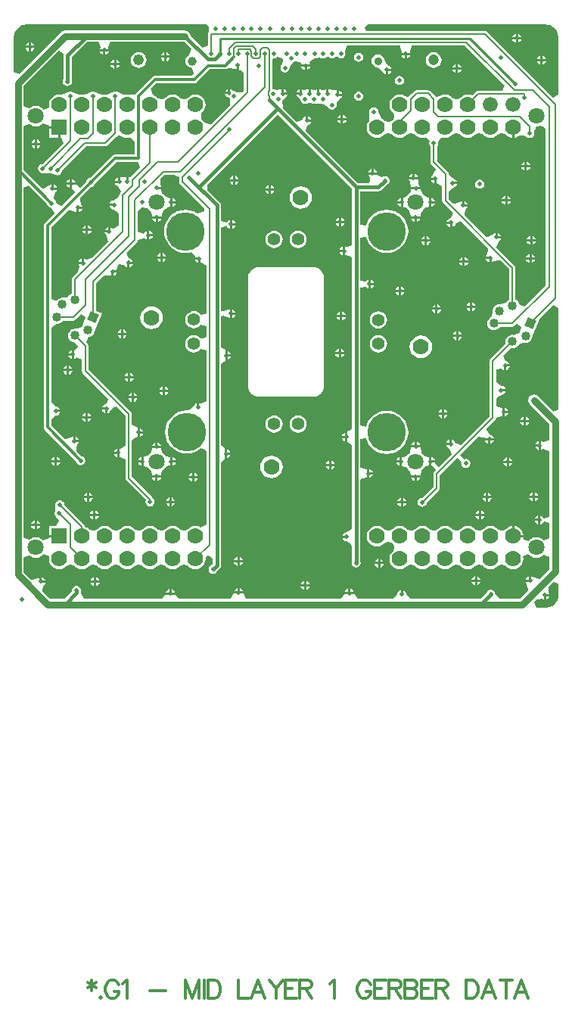
<source format=gbr>
G04 Layer_Physical_Order=3*
G04 Layer_Color=36540*
%FSLAX26Y26*%
%MOIN*%
%TF.FileFunction,Copper,L3,Inr,Signal*%
%TF.Part,Single*%
G01*
G75*
%TA.AperFunction,Conductor*%
%ADD11C,0.008000*%
%ADD12C,0.007000*%
%ADD13C,0.012000*%
%TA.AperFunction,NonConductor*%
%ADD15C,0.012008*%
%TA.AperFunction,ComponentPad*%
%ADD16C,0.035433*%
%ADD17C,0.039370*%
%ADD18C,0.055118*%
%ADD19C,0.070000*%
%ADD20P,0.056569X4X202.5*%
%ADD21C,0.040000*%
%ADD22R,0.070000X0.070000*%
%ADD23C,0.066000*%
%TA.AperFunction,WasherPad*%
%ADD24C,0.070866*%
%ADD25C,0.169291*%
%ADD26C,0.047244*%
%ADD27C,0.048071*%
%TA.AperFunction,ViaPad*%
%ADD28C,0.020000*%
%ADD29C,0.018000*%
%TA.AperFunction,Conductor*%
%ADD43C,0.010000*%
%ADD44C,0.016000*%
%ADD45C,0.030000*%
G36*
X2375000Y2589000D02*
X2385000Y2586000D01*
X2393999Y2581000D01*
X2397000Y2579000D01*
X2403000Y2574000D01*
X2409000Y2567000D01*
X2418000Y2550000D01*
X2421000Y2534000D01*
Y2279542D01*
X2396000Y2269187D01*
X2108093Y2557093D01*
X2103463Y2560188D01*
X2098000Y2561274D01*
X2097999Y2561274D01*
X1573706D01*
X1565611Y2573670D01*
X1565634Y2573780D01*
X1579538Y2589999D01*
X2359999Y2589999D01*
X2375000Y2589000D01*
D02*
G37*
G36*
X1013092Y2388625D02*
X1018845Y2386244D01*
X1028554Y2380692D01*
X1034034Y2375271D01*
Y2296221D01*
X1029812Y2291999D01*
X1006418Y2289690D01*
X997587Y2293484D01*
X997056Y2293840D01*
X997056Y2293840D01*
X990246Y2296693D01*
X985195Y2298809D01*
X985160Y2298861D01*
X983264Y2301698D01*
X983264D01*
X980399Y2303613D01*
X976980Y2305898D01*
X976979D01*
X974950Y2306301D01*
X974566Y2306378D01*
Y2288000D01*
X969566D01*
Y2283000D01*
X951188D01*
X951668Y2280587D01*
X951668Y2280587D01*
X953599Y2277697D01*
X953599D01*
X955868Y2274302D01*
Y2274302D01*
X958757Y2272371D01*
Y2272371D01*
X962153Y2270102D01*
X969566Y2268628D01*
X970214Y2268195D01*
X970412Y2267196D01*
X970413Y2267196D01*
X974833Y2260581D01*
X972253Y2234440D01*
X889091Y2151278D01*
X884117Y2150613D01*
X860259Y2157801D01*
X859797Y2158916D01*
X852584Y2168316D01*
X847987Y2171844D01*
X845625Y2184175D01*
Y2188268D01*
X847987Y2200599D01*
X852584Y2204127D01*
X859797Y2213527D01*
X864332Y2224474D01*
X865878Y2236222D01*
X864332Y2247969D01*
X859797Y2258916D01*
X852584Y2268316D01*
X843184Y2275529D01*
X832237Y2280063D01*
X820490Y2281610D01*
X808743Y2280063D01*
X797796Y2275529D01*
X788396Y2268316D01*
X784868Y2263718D01*
X772537Y2261356D01*
X768443D01*
X756112Y2263718D01*
X752584Y2268316D01*
X743184Y2275529D01*
X732237Y2280063D01*
X720490Y2281610D01*
X708743Y2280063D01*
X697796Y2275529D01*
X688396Y2268316D01*
X684868Y2263718D01*
X672537Y2261356D01*
X668443D01*
X656112Y2263718D01*
X652584Y2268316D01*
X643184Y2275529D01*
X632237Y2280063D01*
X624384Y2306313D01*
X648757Y2330686D01*
X816029D01*
X822272Y2331928D01*
X827565Y2335465D01*
X884787Y2392686D01*
X953000D01*
X959243Y2393928D01*
X964535Y2397465D01*
X965419Y2398349D01*
X969502Y2399360D01*
X974141Y2399030D01*
X997504Y2395078D01*
X997504Y2395078D01*
X998822Y2394197D01*
X1000288Y2393218D01*
X1003092Y2392660D01*
Y2412058D01*
X1013092D01*
Y2388625D01*
D02*
G37*
G36*
X2183442Y2321371D02*
X2173875Y2298274D01*
X2068269D01*
X2068269Y2298274D01*
X2062806Y2297188D01*
X2058175Y2294093D01*
X2040657Y2276576D01*
X2032237Y2280063D01*
X2020490Y2281610D01*
X2008743Y2280063D01*
X1997796Y2275529D01*
X1988396Y2268316D01*
X1984868Y2263718D01*
X1972537Y2261356D01*
X1968443D01*
X1956112Y2263718D01*
X1952584Y2268316D01*
X1943184Y2275529D01*
X1932237Y2280063D01*
X1920490Y2281610D01*
X1908743Y2280063D01*
X1897796Y2275529D01*
X1882895Y2272558D01*
X1868619Y2283568D01*
X1856093Y2296093D01*
X1851463Y2299188D01*
X1846000Y2300274D01*
X1845999Y2300274D01*
X1796000D01*
X1790537Y2299188D01*
X1788683Y2297948D01*
X1785907Y2296093D01*
X1785906Y2296093D01*
X1772822Y2283009D01*
X1757563Y2271930D01*
X1743184Y2275529D01*
X1732237Y2280063D01*
X1720490Y2281610D01*
X1708743Y2280063D01*
X1697796Y2275529D01*
X1688396Y2268316D01*
X1681183Y2258916D01*
X1676648Y2247969D01*
X1675102Y2236222D01*
X1676648Y2224474D01*
X1681183Y2213527D01*
X1688396Y2204127D01*
X1692993Y2200599D01*
X1695355Y2188268D01*
Y2184175D01*
X1692993Y2171844D01*
X1688396Y2168316D01*
X1684868Y2163718D01*
X1672537Y2161356D01*
X1668443D01*
X1656112Y2163718D01*
X1652584Y2168316D01*
X1643184Y2175529D01*
X1641506Y2176224D01*
X1636017Y2183573D01*
X1627718Y2204189D01*
X1627392Y2205000D01*
Y2205000D01*
X1627392Y2205001D01*
X1625840Y2212804D01*
X1625840Y2212804D01*
X1621419Y2219419D01*
X1621419Y2219419D01*
X1621419Y2219419D01*
X1614867Y2223798D01*
X1614804Y2223840D01*
D01*
Y2223840D01*
X1614803Y2223840D01*
X1614803D01*
X1613280Y2224143D01*
X1607000Y2225392D01*
X1603098Y2224616D01*
X1599196Y2223840D01*
X1592581Y2219419D01*
X1592581D01*
D01*
Y2219419D01*
X1592581Y2219419D01*
X1592539Y2219356D01*
X1588160Y2212804D01*
Y2212803D01*
Y2212803D01*
X1586608Y2205000D01*
X1586608Y2205000D01*
X1588160Y2197197D01*
Y2197197D01*
Y2197196D01*
X1588149Y2196255D01*
X1587861Y2172320D01*
X1586028Y2165230D01*
X1581183Y2158916D01*
X1576648Y2147969D01*
X1575102Y2136222D01*
X1576648Y2124474D01*
X1581183Y2113527D01*
X1588396Y2104127D01*
X1597796Y2096914D01*
X1608743Y2092380D01*
X1620490Y2090833D01*
X1632237Y2092380D01*
X1643184Y2096914D01*
X1652584Y2104127D01*
X1656112Y2108724D01*
X1668443Y2111087D01*
X1672537D01*
X1684868Y2108724D01*
X1688396Y2104127D01*
X1697796Y2096914D01*
X1708743Y2092380D01*
X1720490Y2090833D01*
X1732237Y2092380D01*
X1743184Y2096914D01*
X1752584Y2104127D01*
X1756112Y2108724D01*
X1768443Y2111087D01*
X1772537D01*
X1784868Y2108724D01*
X1788396Y2104127D01*
X1797796Y2096914D01*
X1808743Y2092380D01*
X1820490Y2090833D01*
X1832237Y2092380D01*
X1835373Y2093679D01*
X1852160Y2073804D01*
X1852160Y2073803D01*
X1850608Y2066000D01*
X1852160Y2058196D01*
X1856581Y2051581D01*
Y2051581D01*
X1856726Y2051484D01*
Y1983001D01*
X1856726Y1983000D01*
X1857812Y1977537D01*
X1860907Y1972907D01*
X1879121Y1954692D01*
X1879013Y1952398D01*
X1876787Y1946584D01*
X1865528Y1926248D01*
X1865488Y1926222D01*
X1863581Y1924947D01*
Y1924947D01*
X1861516Y1921857D01*
X1859160Y1918331D01*
Y1918331D01*
X1858603Y1915528D01*
X1878000D01*
Y1910528D01*
X1883000D01*
Y1890894D01*
X1891036Y1888201D01*
X1907558Y1877192D01*
Y1814271D01*
X1907558Y1814271D01*
X1908645Y1808808D01*
X1911739Y1804177D01*
X1955781Y1760135D01*
X1950028Y1744581D01*
X1944639Y1735922D01*
X1941493Y1735296D01*
X1941493D01*
X1939196Y1734840D01*
X1939196Y1734839D01*
X1934528Y1731720D01*
D01*
X1932581Y1730419D01*
Y1730419D01*
X1928160Y1723804D01*
X1927603Y1721000D01*
X1947000D01*
Y1716000D01*
X1952000D01*
Y1696603D01*
X1954804Y1697160D01*
X1961419Y1701581D01*
X1965840Y1708196D01*
X1966922Y1713639D01*
X1975581Y1719028D01*
X1991135Y1724781D01*
X2110020Y1605896D01*
X2110582Y1599422D01*
X2109378Y1593886D01*
X2102461Y1571751D01*
X2102435Y1571711D01*
X2101160Y1569804D01*
X2101160Y1569803D01*
X2100603Y1567000D01*
X2120000D01*
Y1562000D01*
X2125000D01*
Y1542603D01*
X2127803Y1543160D01*
X2127804D01*
X2128320Y1543505D01*
D01*
X2133556Y1547004D01*
X2134419Y1547581D01*
X2134419Y1547581D01*
X2157422Y1552582D01*
X2163896Y1552020D01*
X2202726Y1513190D01*
Y1378559D01*
X2201871Y1378205D01*
X2195604Y1373396D01*
X2194820Y1372375D01*
X2187646Y1365784D01*
X2179155Y1362158D01*
X2171775Y1359348D01*
X2162456Y1359067D01*
X2161000Y1359258D01*
X2153168Y1358227D01*
X2145870Y1355205D01*
X2139604Y1350396D01*
X2134795Y1344129D01*
X2131772Y1336831D01*
X2130741Y1328999D01*
X2130905Y1327754D01*
X2129894Y1316815D01*
X2125848Y1307434D01*
X2122547Y1301529D01*
X2117024Y1295963D01*
X2114982Y1294396D01*
X2110173Y1288129D01*
X2107150Y1280831D01*
X2106119Y1272999D01*
X2107150Y1265168D01*
X2110173Y1257870D01*
X2114982Y1251603D01*
X2121249Y1246794D01*
X2128546Y1243772D01*
X2136378Y1242741D01*
X2144210Y1243772D01*
X2151507Y1246794D01*
X2157774Y1251603D01*
X2162583Y1257870D01*
X2162937Y1258725D01*
X2217999D01*
X2217999Y1258725D01*
X2223462Y1259812D01*
X2228093Y1262906D01*
X2236253Y1271066D01*
X2257803Y1257764D01*
X2257802Y1257761D01*
X2250138Y1233879D01*
X2250129Y1233868D01*
X2247171Y1231458D01*
X2226432Y1222889D01*
X2222675Y1222511D01*
X2220292Y1222825D01*
X2217000Y1223258D01*
X2209168Y1222227D01*
X2201871Y1219205D01*
X2195604Y1214396D01*
X2190795Y1208129D01*
X2187772Y1200831D01*
X2186741Y1192999D01*
X2187772Y1185168D01*
X2188126Y1184313D01*
X2120907Y1117093D01*
X2117812Y1112462D01*
X2116726Y1106999D01*
X2116726Y1106999D01*
Y863913D01*
X1989905Y737092D01*
X1978725Y739331D01*
X1964407Y746950D01*
X1963840Y749804D01*
X1959419Y756419D01*
X1952804Y760840D01*
X1950000Y761397D01*
Y742000D01*
X1945000D01*
Y737000D01*
X1925603D01*
X1926160Y734196D01*
X1930581Y727581D01*
X1937196Y723160D01*
X1940050Y722593D01*
X1947669Y708275D01*
X1949908Y697095D01*
X1894939Y642126D01*
X1878924Y654626D01*
X1877005Y656124D01*
X1876737Y656333D01*
X1876116Y656818D01*
X1876057Y656864D01*
X1875986Y656919D01*
X1875898Y656988D01*
X1875461Y657329D01*
X1875408Y657370D01*
X1875283Y657468D01*
X1875210Y657525D01*
X1875199Y657534D01*
X1875178Y657550D01*
X1875461Y658975D01*
X1875735Y660354D01*
X1861338D01*
Y645956D01*
X1861722Y646033D01*
X1864141Y646514D01*
X1864146Y646508D01*
X1864161Y646489D01*
X1864204Y646433D01*
X1864324Y646280D01*
X1864595Y645933D01*
X1865637Y644598D01*
X1867171Y642632D01*
X1879566Y626753D01*
X1873907Y621093D01*
X1870812Y616462D01*
X1869726Y611000D01*
X1869726Y611000D01*
Y554913D01*
X1820171Y505358D01*
X1820000Y505392D01*
X1812196Y503840D01*
X1805581Y499419D01*
X1801160Y492804D01*
X1799608Y485000D01*
X1801160Y477196D01*
X1805581Y470581D01*
X1812196Y466160D01*
X1820000Y464608D01*
X1827804Y466160D01*
X1834419Y470581D01*
X1838840Y477196D01*
X1840392Y485000D01*
X1840358Y485171D01*
X1894093Y538906D01*
X1894093Y538907D01*
X1897188Y543538D01*
X1898274Y549000D01*
X1898274Y549000D01*
Y605087D01*
X1973949Y680762D01*
X1989154Y668283D01*
X1991406Y666435D01*
X1992660Y665406D01*
X1992932Y665183D01*
X1993165Y664991D01*
X1993165Y664973D01*
X1993160Y664515D01*
X1992784Y662625D01*
X1991608Y656712D01*
X1991608Y656712D01*
X1991608Y656712D01*
X1991608Y656712D01*
D01*
X1991641Y656546D01*
X1991830Y655599D01*
Y655599D01*
X1991830Y655597D01*
X1992065Y654415D01*
X1993160Y648908D01*
X1997581Y642292D01*
X2004196Y637872D01*
X2004196Y637872D01*
X2005081Y637696D01*
X2012000Y636320D01*
X2019804Y637872D01*
X2026419Y642292D01*
X2030840Y648908D01*
X2032392Y656712D01*
X2031016Y663630D01*
X2030840Y664515D01*
X2030840Y664515D01*
X2026419Y671131D01*
X2019804Y675551D01*
X2014297Y676646D01*
X2013114Y676882D01*
X2013113Y676882D01*
X2013113Y676882D01*
X2012166Y677071D01*
X2012000Y677104D01*
D01*
X2012000Y677103D01*
X2012000Y677103D01*
X2011999Y677103D01*
X2006086Y675927D01*
X2004196Y675551D01*
X2003738Y675547D01*
X2003720Y675546D01*
X2003529Y675779D01*
X2003306Y676051D01*
X2002276Y677305D01*
X2000428Y679558D01*
X1987950Y694763D01*
X2068281Y775094D01*
X2089341Y770853D01*
X2089357Y770850D01*
X2094583Y769798D01*
X2095580Y769597D01*
X2095583Y769596D01*
X2095594Y769583D01*
X2095601Y769574D01*
X2095971Y769110D01*
X2096007Y769064D01*
X2096250Y768759D01*
X2096290Y768709D01*
X2096516Y768426D01*
X2096666Y768237D01*
X2096716Y768174D01*
X2096708Y768131D01*
X2096693Y768057D01*
X2096693Y768057D01*
X2096603Y767603D01*
X2135397D01*
X2134962Y769789D01*
X2134840Y770406D01*
X2134840Y770407D01*
X2130419Y777022D01*
X2123804Y781442D01*
X2116517Y782892D01*
X2116517D01*
X2116113Y782972D01*
X2116000Y782995D01*
X2104649Y804659D01*
X2103508Y810322D01*
X2141093Y847906D01*
X2141093Y847907D01*
X2144188Y852538D01*
X2144520Y854207D01*
X2152576Y859979D01*
X2170274Y864777D01*
X2171196Y864160D01*
X2174000Y863603D01*
Y883000D01*
Y902397D01*
X2171196Y901840D01*
X2170274Y901223D01*
X2150565Y908220D01*
X2145274Y912298D01*
Y940249D01*
X2148899Y945131D01*
X2150613Y946357D01*
X2170274Y959246D01*
X2170274Y959246D01*
X2170275Y959246D01*
X2173507Y959889D01*
X2175804Y960346D01*
X2175804Y960346D01*
X2181900Y964420D01*
Y964420D01*
X2182419Y964766D01*
X2182419Y964766D01*
X2182419Y964766D01*
X2186162Y970368D01*
Y970367D01*
X2186840Y971382D01*
X2186840Y971382D01*
X2187397Y974186D01*
X2168000D01*
Y984186D01*
X2187397D01*
X2186840Y986989D01*
Y986989D01*
X2186840Y986989D01*
X2186162Y988004D01*
Y988004D01*
X2182419Y993605D01*
X2182419Y993605D01*
X2182419Y993605D01*
X2181900Y993952D01*
Y993952D01*
X2175804Y998025D01*
X2175804Y998025D01*
X2173507Y998482D01*
X2170274Y999125D01*
X2170274Y999125D01*
D01*
X2150613Y1012014D01*
X2148899Y1013241D01*
X2145274Y1018122D01*
Y1071378D01*
X2147064Y1072099D01*
X2170274Y1075536D01*
X2171581Y1073581D01*
X2178196Y1069160D01*
X2181000Y1068603D01*
Y1088000D01*
X2186000D01*
Y1093000D01*
X2205397D01*
X2204840Y1095804D01*
X2200419Y1102419D01*
X2193804Y1106840D01*
X2187614Y1108071D01*
X2183426Y1114507D01*
X2176100Y1131912D01*
X2208313Y1164126D01*
X2209168Y1163772D01*
X2217000Y1162741D01*
X2224832Y1163772D01*
X2232129Y1166794D01*
X2238396Y1171603D01*
X2240404Y1174220D01*
X2247812Y1180527D01*
X2254556Y1184417D01*
X2262068Y1186415D01*
X2271708Y1187174D01*
X2275000Y1186741D01*
X2282832Y1187772D01*
X2290130Y1190794D01*
X2296396Y1195603D01*
X2301205Y1201870D01*
X2304228Y1209168D01*
X2304562Y1211706D01*
X2304562Y1211706D01*
X2313236Y1234803D01*
X2313455Y1235331D01*
X2314940Y1238916D01*
X2316790Y1243382D01*
X2318209Y1246809D01*
X2319346Y1249554D01*
X2336197Y1290235D01*
X2336197Y1290235D01*
X2335737Y1292549D01*
X2396000Y1352812D01*
X2421000Y1342457D01*
Y895338D01*
X2397903Y885771D01*
X2330650Y953024D01*
X2322381Y958549D01*
X2312626Y960490D01*
X2302872Y958549D01*
X2294602Y953024D01*
X2289077Y944755D01*
X2287136Y935000D01*
X2289077Y925245D01*
X2294602Y916976D01*
X2380510Y831068D01*
Y760331D01*
X2376508Y757619D01*
X2376469Y757595D01*
X2352437Y749425D01*
X2352419Y749419D01*
X2352115Y749623D01*
X2352106Y749629D01*
D01*
D01*
X2352105D01*
X2345804Y753840D01*
X2343000Y754397D01*
Y735000D01*
Y715603D01*
X2345804Y716160D01*
X2352106Y720371D01*
D01*
X2352106D01*
X2352115Y720377D01*
X2352419Y720581D01*
X2352437Y720575D01*
X2376469Y712405D01*
X2376508Y712381D01*
X2380510Y709669D01*
Y421475D01*
X2355567Y415309D01*
X2350421Y422417D01*
Y422417D01*
X2350419Y422419D01*
X2350139Y422606D01*
X2347746Y424206D01*
D01*
X2346569Y424992D01*
X2343804Y426840D01*
X2341000Y427397D01*
Y408000D01*
Y388603D01*
X2343804Y389160D01*
X2346569Y391008D01*
X2347746Y391794D01*
D01*
X2350139Y393394D01*
X2350419Y393581D01*
X2350421Y393583D01*
Y393583D01*
X2355567Y400691D01*
X2380510Y394525D01*
Y326755D01*
X2355510Y318269D01*
X2355237Y318625D01*
X2345747Y325907D01*
X2334694Y330485D01*
X2322834Y332047D01*
X2310974Y330485D01*
X2299921Y325907D01*
X2290431Y318625D01*
X2287253Y314484D01*
X2264332Y324474D01*
X2265220Y331221D01*
X2220490D01*
Y336221D01*
X2215490D01*
Y380952D01*
X2208743Y380063D01*
X2197796Y375529D01*
X2188396Y368316D01*
X2184868Y363719D01*
X2172537Y361356D01*
X2168443D01*
X2156112Y363719D01*
X2152584Y368316D01*
X2143184Y375529D01*
X2132237Y380063D01*
X2120490Y381610D01*
X2108743Y380063D01*
X2097796Y375529D01*
X2088396Y368316D01*
X2084868Y363719D01*
X2072537Y361356D01*
X2068443D01*
X2056112Y363719D01*
X2052584Y368316D01*
X2043184Y375529D01*
X2032237Y380063D01*
X2020490Y381610D01*
X2008743Y380063D01*
X1997796Y375529D01*
X1988396Y368316D01*
X1984868Y363719D01*
X1972537Y361356D01*
X1968443D01*
X1956112Y363719D01*
X1952584Y368316D01*
X1943184Y375529D01*
X1932237Y380063D01*
X1920490Y381610D01*
X1908743Y380063D01*
X1897796Y375529D01*
X1888396Y368316D01*
X1884868Y363719D01*
X1872537Y361356D01*
X1868443D01*
X1856112Y363719D01*
X1852584Y368316D01*
X1843184Y375529D01*
X1832237Y380063D01*
X1820490Y381610D01*
X1808743Y380063D01*
X1797796Y375529D01*
X1788396Y368316D01*
X1784868Y363719D01*
X1772537Y361356D01*
X1768443D01*
X1756112Y363719D01*
X1752584Y368316D01*
X1743184Y375529D01*
X1732237Y380063D01*
X1720490Y381610D01*
X1708743Y380063D01*
X1697796Y375529D01*
X1688396Y368316D01*
X1684868Y363719D01*
X1672537Y361356D01*
X1668443D01*
X1656112Y363719D01*
X1652584Y368316D01*
X1643184Y375529D01*
X1632237Y380063D01*
X1620490Y381610D01*
X1608743Y380063D01*
X1597796Y375529D01*
X1588396Y368316D01*
X1581183Y358916D01*
X1576648Y347969D01*
X1575102Y336221D01*
X1576648Y324474D01*
X1581183Y313527D01*
X1588396Y304127D01*
X1597796Y296914D01*
X1608743Y292380D01*
X1620490Y290833D01*
X1632237Y292380D01*
X1643184Y296914D01*
X1652584Y304127D01*
X1656112Y308724D01*
X1668443Y311087D01*
X1672537D01*
X1684868Y308724D01*
X1688396Y304127D01*
X1692993Y300599D01*
X1695355Y288268D01*
Y284175D01*
X1692993Y271844D01*
X1688396Y268316D01*
X1681183Y258916D01*
X1676648Y247969D01*
X1675102Y236221D01*
X1676648Y224474D01*
X1681183Y213527D01*
X1688396Y204127D01*
X1697796Y196914D01*
X1708743Y192380D01*
X1720490Y190833D01*
X1732237Y192380D01*
X1743184Y196914D01*
X1752584Y204127D01*
X1756112Y208725D01*
X1768443Y211087D01*
X1772537D01*
X1784868Y208725D01*
X1788396Y204127D01*
X1797796Y196914D01*
X1808743Y192380D01*
X1820490Y190833D01*
X1832237Y192380D01*
X1843184Y196914D01*
X1852584Y204127D01*
X1856112Y208725D01*
X1868443Y211087D01*
X1872537D01*
X1884868Y208725D01*
X1888396Y204127D01*
X1897796Y196914D01*
X1908743Y192380D01*
X1920490Y190833D01*
X1932237Y192380D01*
X1943184Y196914D01*
X1952584Y204127D01*
X1956112Y208725D01*
X1968443Y211087D01*
X1972537D01*
X1984868Y208725D01*
X1988396Y204127D01*
X1997796Y196914D01*
X2008743Y192380D01*
X2020490Y190833D01*
X2032237Y192380D01*
X2043184Y196914D01*
X2052584Y204127D01*
X2056112Y208725D01*
X2068443Y211087D01*
X2072537D01*
X2084868Y208725D01*
X2088396Y204127D01*
X2097796Y196914D01*
X2108743Y192380D01*
X2120490Y190833D01*
X2132237Y192380D01*
X2143184Y196914D01*
X2152584Y204127D01*
X2156112Y208725D01*
X2168443Y211087D01*
X2172537D01*
X2184868Y208725D01*
X2188396Y204127D01*
X2197796Y196914D01*
X2208743Y192380D01*
X2220490Y190833D01*
X2232237Y192380D01*
X2243184Y196914D01*
X2252584Y204127D01*
X2259797Y213527D01*
X2264332Y224474D01*
X2265878Y236221D01*
X2264332Y247969D01*
X2287253Y257959D01*
X2290431Y253818D01*
X2299921Y246536D01*
X2310974Y241958D01*
X2322834Y240396D01*
X2334694Y241958D01*
X2345747Y246536D01*
X2355237Y253818D01*
X2355510Y254174D01*
X2380510Y245688D01*
Y190558D01*
X2339068Y149116D01*
X2332318Y148765D01*
X2326692Y150154D01*
X2304751Y157539D01*
X2304711Y157565D01*
X2302804Y158840D01*
X2302803Y158840D01*
X2300000Y159397D01*
Y140000D01*
X2295000D01*
Y135000D01*
X2275603D01*
X2276160Y132197D01*
Y132196D01*
X2276505Y131680D01*
D01*
X2280581Y125581D01*
X2286235Y102682D01*
X2285884Y95932D01*
X2250442Y60490D01*
X2162060D01*
X2159424Y61944D01*
X2142391Y79999D01*
X2141934Y82296D01*
X2141296Y85506D01*
X2140960Y87195D01*
X2140960Y87195D01*
X2140839Y87803D01*
X2140839Y87803D01*
X2140839Y87803D01*
X2136419Y94419D01*
X2131750Y97538D01*
X2131750D01*
X2129803Y98839D01*
X2129803Y98839D01*
X2124296Y99934D01*
X2124296Y99935D01*
X2124295Y99935D01*
X2121999Y100392D01*
X2121999Y100391D01*
X2119704Y99935D01*
X2114196Y98839D01*
X2107581Y94419D01*
X2107580D01*
X2106279Y92472D01*
D01*
X2103160Y87804D01*
X2103160Y87803D01*
X2102989Y86943D01*
X2076535Y60490D01*
X1770060D01*
X1767424Y61944D01*
X1750391Y80000D01*
X1749935Y82297D01*
X1748839Y87803D01*
X1744419Y94419D01*
X1737803Y98840D01*
X1735000Y99397D01*
Y80000D01*
X1725000D01*
Y99397D01*
X1722196Y98840D01*
X1715580Y94419D01*
X1711160Y87803D01*
X1710065Y82297D01*
X1709608Y80000D01*
X1692575Y61944D01*
X1689939Y60490D01*
X1536744D01*
X1531734Y64917D01*
X1522465Y80000D01*
X1475535D01*
X1466266Y64917D01*
X1461256Y60490D01*
X1046739D01*
X1040513Y67750D01*
X1032243Y83000D01*
X989757D01*
X981487Y67750D01*
X975261Y60490D01*
X748912D01*
X743969Y64457D01*
X743145Y65688D01*
X734708Y79000D01*
X686292D01*
X677855Y65688D01*
X677031Y64457D01*
X672088Y60490D01*
X331670D01*
X325121Y67324D01*
X315251Y85490D01*
X315353Y86000D01*
Y89468D01*
X315840Y90196D01*
X317392Y98000D01*
X315840Y105804D01*
X311419Y112419D01*
X304804Y116840D01*
X297000Y118392D01*
X289196Y116840D01*
X282581Y112419D01*
X278160Y105804D01*
X276608Y98000D01*
X277676Y92631D01*
X245535Y60490D01*
X180558D01*
X148198Y92850D01*
X147951Y99760D01*
X153858Y122546D01*
X153910Y122581D01*
X158331Y129196D01*
X158888Y132000D01*
X139491D01*
Y137000D01*
X134491D01*
Y156397D01*
X131688Y155840D01*
X131687D01*
X125433Y151661D01*
X125434D01*
X125072Y151419D01*
X125072Y151419D01*
X125037Y151367D01*
X102251Y145460D01*
X95341Y145707D01*
X64490Y176558D01*
Y240402D01*
X75204Y247177D01*
X89490Y250915D01*
X95197Y246536D01*
X106250Y241958D01*
X118110Y240396D01*
X129970Y241958D01*
X141023Y246536D01*
X150513Y253818D01*
X153769Y258061D01*
X176648Y247969D01*
X175102Y236221D01*
X176648Y224474D01*
X181183Y213527D01*
X188396Y204127D01*
X197796Y196914D01*
X208743Y192380D01*
X220490Y190833D01*
X232237Y192380D01*
X243184Y196914D01*
X252584Y204127D01*
X256112Y208725D01*
X268443Y211087D01*
X272537D01*
X284868Y208725D01*
X288396Y204127D01*
X297796Y196914D01*
X308743Y192380D01*
X320490Y190833D01*
X332237Y192380D01*
X343184Y196914D01*
X352584Y204127D01*
X356112Y208725D01*
X368443Y211087D01*
X372537D01*
X384868Y208725D01*
X388396Y204127D01*
X397796Y196914D01*
X408743Y192380D01*
X420490Y190833D01*
X432237Y192380D01*
X443184Y196914D01*
X452584Y204127D01*
X456112Y208725D01*
X468443Y211087D01*
X472537D01*
X484868Y208725D01*
X488396Y204127D01*
X497796Y196914D01*
X508743Y192380D01*
X520490Y190833D01*
X532237Y192380D01*
X543184Y196914D01*
X552584Y204127D01*
X556112Y208725D01*
X568443Y211087D01*
X572537D01*
X584868Y208725D01*
X588396Y204127D01*
X597796Y196914D01*
X608743Y192380D01*
X620490Y190833D01*
X632237Y192380D01*
X643184Y196914D01*
X652584Y204127D01*
X656112Y208725D01*
X668443Y211087D01*
X672537D01*
X684868Y208725D01*
X688396Y204127D01*
X697796Y196914D01*
X708743Y192380D01*
X720490Y190833D01*
X732237Y192380D01*
X743184Y196914D01*
X752584Y204127D01*
X756112Y208725D01*
X768443Y211087D01*
X772537D01*
X784868Y208725D01*
X788396Y204127D01*
X797796Y196914D01*
X808743Y192380D01*
X820490Y190833D01*
X832237Y192380D01*
X843184Y196914D01*
X852584Y204127D01*
X859797Y213527D01*
X864332Y224474D01*
X865878Y236221D01*
X865001Y242885D01*
X871647Y250411D01*
X885484Y247339D01*
X896647Y238571D01*
Y214602D01*
X892056Y210011D01*
X891196Y209840D01*
X886528Y206720D01*
Y206720D01*
X884581Y205419D01*
Y205419D01*
X880160Y198804D01*
X878608Y191000D01*
X879703Y185493D01*
X880039Y183805D01*
X880039Y183805D01*
X880160Y183196D01*
Y183196D01*
X880160D01*
X880160Y183196D01*
X881462Y181249D01*
Y181249D01*
X884581Y176581D01*
X891196Y172160D01*
X896703Y171065D01*
X896704Y171065D01*
X896704Y171065D01*
X899000Y170608D01*
X899000Y170608D01*
X901296Y171065D01*
X906804Y172160D01*
X913419Y176581D01*
X917839Y183196D01*
X917840Y183196D01*
X918011Y184056D01*
X927977Y194023D01*
X931956Y199977D01*
X932187Y201142D01*
X933353Y207000D01*
Y659365D01*
X936511Y664109D01*
X950000Y674687D01*
Y699000D01*
Y723313D01*
X936511Y733891D01*
X933353Y738635D01*
Y1093680D01*
X937381Y1098632D01*
X938525Y1099389D01*
X952000Y1107876D01*
Y1132000D01*
Y1156124D01*
X938525Y1164611D01*
X937381Y1165368D01*
X933353Y1170320D01*
Y1305768D01*
X941875Y1306946D01*
X964528Y1301280D01*
X964528Y1301280D01*
X966828Y1299743D01*
X969196Y1298160D01*
X972000Y1297603D01*
Y1317000D01*
Y1336397D01*
X969196Y1335840D01*
X966828Y1334257D01*
X964528Y1332720D01*
Y1332720D01*
X941875Y1327054D01*
X933353Y1328232D01*
Y1695290D01*
X958345Y1702764D01*
X958779Y1702465D01*
X961153Y1699062D01*
X963581Y1695581D01*
X963754Y1695465D01*
X966857Y1693391D01*
Y1693391D01*
X968098Y1692562D01*
X970196Y1691160D01*
X973000Y1690603D01*
Y1710000D01*
Y1729397D01*
X970196Y1728840D01*
X968098Y1727438D01*
X966857Y1726609D01*
D01*
X963754Y1724535D01*
X963581Y1724419D01*
X961139Y1720919D01*
X958779Y1717535D01*
X958345Y1717236D01*
X933353Y1724710D01*
Y1793000D01*
X931956Y1800023D01*
X927977Y1805977D01*
X873455Y1860500D01*
Y1885500D01*
X1182500Y2194546D01*
X1510647Y1866398D01*
Y1620682D01*
X1502864Y1615194D01*
X1485647Y1609608D01*
X1483804Y1610840D01*
X1481000Y1611397D01*
Y1592000D01*
Y1572603D01*
X1482538Y1572909D01*
X1483803Y1573160D01*
X1483804Y1573160D01*
X1485647Y1574392D01*
X1502864Y1568806D01*
X1510647Y1563318D01*
Y810652D01*
X1506155Y805635D01*
X1491000Y796429D01*
Y773000D01*
Y749571D01*
X1506155Y740365D01*
X1510647Y735348D01*
Y371989D01*
X1507056Y367114D01*
X1505295Y365846D01*
X1485647Y352924D01*
X1485647Y352924D01*
X1485647Y352924D01*
X1480196Y351840D01*
X1474101Y347767D01*
Y347767D01*
X1473581Y347420D01*
X1473581Y347419D01*
X1473581Y347419D01*
X1469842Y341824D01*
X1469842Y341824D01*
X1469160Y340804D01*
X1469160Y340804D01*
X1468603Y338000D01*
X1488000D01*
Y328000D01*
X1468603D01*
X1469160Y325197D01*
Y325196D01*
X1469160Y325196D01*
X1469842Y324176D01*
X1469842Y324176D01*
X1473581Y318581D01*
X1473581Y318581D01*
X1473581Y318580D01*
X1474101Y318233D01*
Y318233D01*
X1480196Y314160D01*
X1480196Y314160D01*
X1482493Y313704D01*
X1485647Y313076D01*
X1485647D01*
D01*
X1505295Y300154D01*
X1507056Y298886D01*
X1510647Y294011D01*
Y227532D01*
X1510160Y226804D01*
X1508608Y219000D01*
X1510160Y211196D01*
X1514581Y204581D01*
X1521196Y200160D01*
X1529000Y198608D01*
X1536804Y200160D01*
X1543419Y204581D01*
X1547840Y211196D01*
X1549392Y219000D01*
X1547840Y226804D01*
X1547353Y227532D01*
Y584352D01*
X1557675Y590785D01*
X1572353Y595061D01*
X1575196Y593160D01*
X1578000Y592603D01*
Y612000D01*
Y631397D01*
X1575197Y630840D01*
X1575196Y630840D01*
X1573289Y629565D01*
X1573249Y629539D01*
X1551393Y637130D01*
X1547353Y639648D01*
Y763651D01*
X1572353Y767360D01*
X1575522Y756913D01*
X1584310Y740471D01*
X1596138Y726059D01*
X1610549Y714232D01*
X1626991Y705443D01*
X1644832Y700031D01*
X1663386Y698204D01*
X1681940Y700031D01*
X1699781Y705443D01*
X1716223Y714232D01*
X1730634Y726059D01*
X1742462Y740471D01*
X1751250Y756913D01*
X1756662Y774754D01*
X1758490Y793308D01*
X1756662Y811861D01*
X1751250Y829702D01*
X1742462Y846144D01*
X1730634Y860556D01*
X1716223Y872383D01*
X1699781Y881172D01*
X1681940Y886584D01*
X1663386Y888411D01*
X1644832Y886584D01*
X1626991Y881172D01*
X1610549Y872383D01*
X1596138Y860556D01*
X1584310Y846144D01*
X1575522Y829702D01*
X1572353Y819255D01*
X1547353Y822964D01*
Y1429261D01*
X1548070Y1429554D01*
X1572352Y1433419D01*
X1573581Y1431581D01*
X1573581Y1431581D01*
X1573943Y1431339D01*
X1573943D01*
X1580196Y1427160D01*
X1580197D01*
X1583000Y1426603D01*
Y1446000D01*
Y1465397D01*
X1580196Y1464840D01*
X1573581Y1460419D01*
X1572353Y1458581D01*
X1548070Y1462446D01*
X1547353Y1462739D01*
Y1649477D01*
X1572353Y1653186D01*
X1575522Y1642739D01*
X1584310Y1626297D01*
X1596138Y1611885D01*
X1610549Y1600058D01*
X1626991Y1591269D01*
X1644832Y1585857D01*
X1663386Y1584030D01*
X1681940Y1585857D01*
X1699781Y1591269D01*
X1716223Y1600058D01*
X1730634Y1611885D01*
X1742462Y1626297D01*
X1751250Y1642739D01*
X1756662Y1660580D01*
X1758490Y1679133D01*
X1756662Y1697687D01*
X1751250Y1715528D01*
X1742462Y1731970D01*
X1730634Y1746382D01*
X1716223Y1758209D01*
X1699781Y1766998D01*
X1681940Y1772410D01*
X1663386Y1774237D01*
X1644832Y1772410D01*
X1626991Y1766998D01*
X1610549Y1758209D01*
X1596138Y1746382D01*
X1584310Y1731970D01*
X1575522Y1715528D01*
X1572353Y1705081D01*
X1547353Y1708790D01*
Y1855647D01*
X1628000D01*
X1633858Y1856813D01*
X1635023Y1857044D01*
X1640977Y1861023D01*
X1650139Y1870185D01*
X1668473Y1886280D01*
X1668777Y1886484D01*
X1670420Y1887581D01*
Y1887582D01*
X1672484Y1890671D01*
X1674840Y1894197D01*
Y1894197D01*
X1675616Y1898099D01*
X1676392Y1902000D01*
X1676393Y1902001D01*
X1676288Y1902526D01*
X1676142Y1903260D01*
X1675990Y1904022D01*
X1675936Y1904297D01*
X1675936Y1904297D01*
X1675936Y1904297D01*
Y1904297D01*
Y1904297D01*
X1675471Y1906633D01*
X1675101Y1908496D01*
X1674961Y1909196D01*
X1674961Y1909196D01*
X1674866Y1909676D01*
X1674859Y1909713D01*
X1674840Y1909804D01*
D01*
X1673866Y1911262D01*
X1673724Y1911475D01*
X1673539Y1911751D01*
X1673539Y1911752D01*
X1670420Y1916420D01*
X1665752Y1919539D01*
X1665751Y1919539D01*
X1665269Y1919862D01*
X1663804Y1920840D01*
X1663804D01*
X1663691Y1920863D01*
X1663196Y1920961D01*
X1663196Y1920961D01*
X1662496Y1921100D01*
X1658298Y1921935D01*
X1658297Y1921936D01*
X1658023Y1921990D01*
X1656002Y1922392D01*
X1656001Y1922393D01*
X1656000D01*
Y1922392D01*
X1656000Y1922392D01*
X1648197Y1920840D01*
X1648197D01*
X1641943Y1916661D01*
X1641943D01*
X1641582Y1916420D01*
X1641581D01*
X1619979Y1926898D01*
X1620397Y1929000D01*
X1581603D01*
X1582160Y1926196D01*
X1586581Y1919581D01*
X1589916Y1917353D01*
X1589683Y1904390D01*
X1585757Y1892353D01*
X1536602D01*
X1306802Y2122152D01*
X1309232Y2133583D01*
X1316756Y2147554D01*
X1319804Y2148160D01*
X1326419Y2152581D01*
X1330840Y2159196D01*
X1331397Y2162000D01*
X1312000D01*
Y2167000D01*
X1307000D01*
Y2186397D01*
X1304196Y2185840D01*
X1297581Y2181419D01*
X1297581D01*
X1296280Y2179472D01*
D01*
X1293161Y2174804D01*
X1293160Y2174804D01*
X1292704Y2172507D01*
X1292704Y2172507D01*
X1292554Y2171756D01*
X1278583Y2164232D01*
X1267152Y2161802D01*
X1208205Y2220749D01*
X1206046Y2227756D01*
X1204942Y2252298D01*
X1220419Y2270581D01*
X1220580Y2270821D01*
X1223539Y2275250D01*
D01*
X1224840Y2277196D01*
X1224840Y2277196D01*
Y2277197D01*
X1225296Y2279493D01*
X1225397Y2280000D01*
X1206000D01*
Y2285000D01*
X1201000D01*
Y2304397D01*
X1200493Y2304296D01*
X1198197Y2303840D01*
X1198196D01*
X1198196Y2303840D01*
X1174939Y2301745D01*
X1172017Y2303697D01*
X1171804Y2303840D01*
X1171804Y2303840D01*
X1169507Y2304296D01*
X1164000Y2305392D01*
X1161182Y2307704D01*
Y2436311D01*
X1166418Y2440608D01*
X1174222Y2442160D01*
X1180837Y2446581D01*
X1203920Y2441349D01*
X1204041Y2441248D01*
X1205231Y2434149D01*
X1205250Y2433865D01*
X1204453Y2415338D01*
X1201581Y2413419D01*
X1197160Y2406804D01*
X1195608Y2399000D01*
X1197160Y2391196D01*
X1201581Y2384581D01*
X1208196Y2380160D01*
X1216000Y2378608D01*
X1223804Y2380160D01*
X1230419Y2384581D01*
X1234840Y2391196D01*
X1236135Y2397709D01*
X1236392Y2399000D01*
X1240529Y2412232D01*
X1248950Y2420872D01*
X1251511Y2423425D01*
X1253094Y2424483D01*
X1255468Y2426070D01*
X1257919Y2427707D01*
X1282910Y2424477D01*
X1288160Y2416803D01*
X1287603Y2414000D01*
X1326397D01*
X1325840Y2416803D01*
Y2416804D01*
X1323009Y2421040D01*
X1327321Y2428750D01*
X1345582Y2440608D01*
X1345582D01*
X1345588Y2440609D01*
X1353386Y2442160D01*
X1353498Y2442235D01*
X1364267Y2444449D01*
X1375036Y2442235D01*
X1375148Y2442160D01*
X1382946Y2440609D01*
X1382952Y2440608D01*
X1382952D01*
X1382954Y2440609D01*
X1390756Y2442160D01*
X1392038Y2443017D01*
X1405478Y2446581D01*
X1407903D01*
X1407903Y2446580D01*
X1412608Y2443437D01*
X1414518Y2442160D01*
X1422322Y2440608D01*
X1430126Y2442160D01*
X1432036Y2443437D01*
X1436741Y2446580D01*
X1436741Y2446581D01*
X1447273Y2446581D01*
X1447273Y2446580D01*
X1451978Y2443437D01*
X1451978D01*
X1453888Y2442160D01*
X1453889D01*
X1461692Y2440608D01*
X1461693Y2440608D01*
X1469496Y2442160D01*
X1471863Y2443742D01*
X1474164Y2445280D01*
X1474469Y2445483D01*
X1476111Y2446581D01*
Y2446581D01*
X1478176Y2449670D01*
X1480532Y2453196D01*
Y2453196D01*
X1481308Y2457098D01*
X1482084Y2461000D01*
Y2461000D01*
X1481297Y2464955D01*
X1480532Y2468803D01*
X1480532Y2468804D01*
X1479257Y2470711D01*
X1479231Y2470751D01*
X1486715Y2492651D01*
X1489223Y2496726D01*
X1721966D01*
X1724319Y2492207D01*
X1730461Y2469751D01*
X1730435Y2469711D01*
X1729160Y2467804D01*
X1729160Y2467803D01*
X1728603Y2465000D01*
X1767397D01*
X1766840Y2467803D01*
X1766840Y2467804D01*
X1765565Y2469711D01*
X1765539Y2469751D01*
X1771681Y2492207D01*
X1774034Y2496726D01*
X2008087D01*
X2183442Y2321371D01*
D02*
G37*
G36*
X175490Y2145302D02*
Y2141222D01*
X220490D01*
Y2136222D01*
X225490D01*
Y2091222D01*
X228679D01*
X239035Y2066222D01*
X148171Y1975358D01*
X148000Y1975392D01*
X140805Y1973961D01*
X140196Y1973840D01*
X140196Y1973840D01*
X134455Y1970003D01*
Y1970003D01*
X133581Y1969419D01*
Y1969419D01*
X130461Y1964751D01*
D01*
X129160Y1962804D01*
X129160Y1962803D01*
X128065Y1957297D01*
X128065Y1957296D01*
X127608Y1955000D01*
X127608Y1955000D01*
X128703Y1949493D01*
X129160Y1947196D01*
X129160Y1947196D01*
X129161Y1947196D01*
X133581Y1940581D01*
Y1940581D01*
X135528Y1939280D01*
Y1939280D01*
X136202Y1938829D01*
X138249Y1937461D01*
D01*
X138289Y1937435D01*
X140139Y1936199D01*
X140196Y1936160D01*
X140196Y1936160D01*
X140197D01*
X142493Y1935704D01*
X143983Y1935407D01*
X148000Y1934608D01*
X148000Y1934608D01*
X149317Y1934870D01*
X167910Y1935087D01*
X179917Y1934022D01*
X181608Y1933686D01*
X182000Y1933608D01*
X184593Y1933611D01*
X197581Y1931675D01*
X197581Y1931675D01*
X197581D01*
X197943Y1931433D01*
Y1931433D01*
X200670Y1929610D01*
X200671D01*
X203726Y1927568D01*
X204196Y1927254D01*
X204197Y1927254D01*
X208098Y1926478D01*
X209703Y1926159D01*
X212000Y1925702D01*
X212000Y1925702D01*
X215016Y1926302D01*
X217507Y1926797D01*
X218151Y1926926D01*
X219384Y1927171D01*
X219804Y1927254D01*
D01*
X221490Y1928381D01*
X221751Y1928555D01*
X221751D01*
X221751Y1928555D01*
X221751Y1928555D01*
Y1928556D01*
X226419Y1931675D01*
X226419D01*
X227720Y1933622D01*
X227720D01*
X230839Y1938290D01*
X230840Y1938290D01*
X231296Y1940587D01*
X231297Y1940587D01*
X232125Y1944751D01*
X234406Y1948313D01*
X339819Y2053726D01*
X424000D01*
X424000Y2053726D01*
X429462Y2054812D01*
X434094Y2057907D01*
X467057Y2090870D01*
X482872Y2100695D01*
X497796Y2096914D01*
X497796Y2096914D01*
X497800Y2096912D01*
X500552Y2095772D01*
X508743Y2092380D01*
X520490Y2090833D01*
X529552Y2092026D01*
X534051Y2091018D01*
X554553Y2075618D01*
Y2016313D01*
X465000D01*
X458757Y2015072D01*
X453465Y2011535D01*
X355656Y1913727D01*
X351196Y1912840D01*
X344581Y1908419D01*
X340160Y1901804D01*
X339273Y1897344D01*
X313468Y1871539D01*
X308757Y1873642D01*
X296093Y1883701D01*
X296093Y1883701D01*
X295885Y1883866D01*
Y1883866D01*
X295716Y1884000D01*
X278000D01*
Y1866284D01*
X278135Y1866114D01*
X278135D01*
X278299Y1865907D01*
X278300Y1865907D01*
X288358Y1853243D01*
X290461Y1848532D01*
X231387Y1789458D01*
X208347Y1801773D01*
X208392Y1802000D01*
X208392Y1802000D01*
X206840Y1809804D01*
X202419Y1816419D01*
X195804Y1820840D01*
X195804Y1820840D01*
X196526Y1829157D01*
X203472Y1851280D01*
X203777Y1851483D01*
X205419Y1852581D01*
Y1852581D01*
X207484Y1855670D01*
X209840Y1859196D01*
Y1859196D01*
X210397Y1862000D01*
X191000D01*
Y1867000D01*
X186000D01*
Y1886397D01*
X183196Y1885840D01*
X183196D01*
X179670Y1883484D01*
X176581Y1881419D01*
X176581D01*
X175459Y1879740D01*
X175280Y1879472D01*
X154824Y1868501D01*
X148592Y1866235D01*
X146895Y1866176D01*
X64490Y1948581D01*
Y1951000D01*
Y2140402D01*
X75204Y2147177D01*
X89490Y2150915D01*
X95197Y2146536D01*
X106250Y2141958D01*
X118110Y2140396D01*
X129970Y2141958D01*
X141023Y2146536D01*
X150513Y2153818D01*
X175490Y2145302D01*
D02*
G37*
G36*
X748726Y1918434D02*
X748726Y1918434D01*
Y1897001D01*
X748726Y1897000D01*
X749812Y1891537D01*
X752907Y1886907D01*
X860176Y1779637D01*
X858478Y1767505D01*
X831774Y1757079D01*
X830397Y1758209D01*
X813955Y1766998D01*
X796114Y1772410D01*
X777560Y1774237D01*
X759006Y1772410D01*
X741165Y1766998D01*
X724723Y1758209D01*
X710312Y1746382D01*
X698484Y1731970D01*
X689696Y1715528D01*
X684284Y1697687D01*
X682456Y1679133D01*
X684284Y1660580D01*
X689696Y1642739D01*
X698484Y1626297D01*
X710312Y1611885D01*
X724723Y1600058D01*
X741165Y1591269D01*
X759006Y1585857D01*
X777560Y1584030D01*
X796114Y1585857D01*
X804370Y1588362D01*
X819160Y1566803D01*
X818603Y1564000D01*
X838000D01*
Y1559000D01*
X843000D01*
Y1539603D01*
X843726Y1539747D01*
X847239Y1539362D01*
X868726Y1527412D01*
Y1319025D01*
X859177Y1314362D01*
X843726Y1312287D01*
X840759Y1316153D01*
X832914Y1322173D01*
X823777Y1325958D01*
X813972Y1327249D01*
X804167Y1325958D01*
X795030Y1322173D01*
X787185Y1316153D01*
X781164Y1308307D01*
X777380Y1299170D01*
X776089Y1289366D01*
X777380Y1279561D01*
X781164Y1270424D01*
X787185Y1262578D01*
X795030Y1256558D01*
X804167Y1252773D01*
X813972Y1251482D01*
X823777Y1252773D01*
X832914Y1256558D01*
X840759Y1262578D01*
X843726Y1266444D01*
X859177Y1264369D01*
X868726Y1259706D01*
Y1212735D01*
X857832Y1207560D01*
X843726Y1205937D01*
X840561Y1210061D01*
X832716Y1216081D01*
X823579Y1219866D01*
X813774Y1221157D01*
X803969Y1219866D01*
X794832Y1216081D01*
X786987Y1210061D01*
X780966Y1202215D01*
X777182Y1193078D01*
X775891Y1183274D01*
X777182Y1173469D01*
X780966Y1164332D01*
X786987Y1156486D01*
X794832Y1150466D01*
X803969Y1146681D01*
X813774Y1145390D01*
X823579Y1146681D01*
X832716Y1150466D01*
X840561Y1156486D01*
X843726Y1160610D01*
X857832Y1158987D01*
X868726Y1153812D01*
Y930273D01*
X864575Y927789D01*
X842578Y920539D01*
X842539Y920565D01*
X840631Y921840D01*
X840631Y921840D01*
X837827Y922397D01*
Y903000D01*
X827827D01*
Y922397D01*
X825024Y921840D01*
X825024D01*
X821498Y919484D01*
X818409Y917419D01*
X818408D01*
X817286Y915740D01*
X817107Y915472D01*
X801924Y896761D01*
X789923Y889638D01*
X782402Y890379D01*
X763848Y888552D01*
X746007Y883140D01*
X729565Y874351D01*
X715154Y862524D01*
X703326Y848112D01*
X694538Y831670D01*
X689126Y813829D01*
X687298Y795275D01*
X689126Y776722D01*
X694538Y758881D01*
X703326Y742439D01*
X715154Y728027D01*
X729565Y716200D01*
X746007Y707411D01*
X763848Y701999D01*
X782402Y700172D01*
X800956Y701999D01*
X818797Y707411D01*
X835239Y716200D01*
X843726Y723165D01*
X863364Y716529D01*
X868726Y712034D01*
Y386552D01*
X843726Y375113D01*
X843184Y375529D01*
X832237Y380063D01*
X820490Y381610D01*
X808743Y380063D01*
X797796Y375529D01*
X788396Y368316D01*
X784868Y363719D01*
X772537Y361356D01*
X768443D01*
X756112Y363719D01*
X752584Y368316D01*
X743184Y375529D01*
X732237Y380063D01*
X720490Y381610D01*
X708743Y380063D01*
X697796Y375529D01*
X688396Y368316D01*
X684868Y363719D01*
X672537Y361356D01*
X668443D01*
X656112Y363719D01*
X652584Y368316D01*
X643184Y375529D01*
X632237Y380063D01*
X620490Y381610D01*
X608743Y380063D01*
X597796Y375529D01*
X588396Y368316D01*
X584868Y363719D01*
X572537Y361356D01*
X568443D01*
X556112Y363719D01*
X552584Y368316D01*
X543184Y375529D01*
X532237Y380063D01*
X520490Y381610D01*
X508743Y380063D01*
X497796Y375529D01*
X488396Y368316D01*
X484868Y363719D01*
X472537Y361356D01*
X468443D01*
X456112Y363719D01*
X452584Y368316D01*
X443184Y375529D01*
X432237Y380063D01*
X420490Y381610D01*
X408743Y380063D01*
X397796Y375529D01*
X388396Y368316D01*
X384868Y363719D01*
X372537Y361356D01*
X368443D01*
X356112Y363719D01*
X352584Y368316D01*
X343184Y375529D01*
X334221Y379242D01*
X333678Y381973D01*
X330584Y386603D01*
X330583Y386604D01*
X243358Y473829D01*
X243392Y474000D01*
X243392Y474001D01*
X241961Y481195D01*
X241840Y481804D01*
X241839Y481804D01*
X238720Y486472D01*
D01*
X237419Y488419D01*
X237419D01*
X232751Y491539D01*
D01*
X230804Y492839D01*
X230804Y492840D01*
X228512Y493296D01*
X228509Y493296D01*
X228507Y493296D01*
X225297Y493935D01*
X223609Y494271D01*
Y494271D01*
X223000Y494392D01*
X223000D01*
X223000Y494392D01*
X215196Y492840D01*
X213249Y491539D01*
X213249D01*
X211709Y490509D01*
X208581Y488419D01*
X208581Y488419D01*
X207280Y486472D01*
X207280D01*
X205462Y483751D01*
X205461D01*
X205461D01*
X205447Y483729D01*
X204160Y481804D01*
Y481804D01*
X204160Y481803D01*
X202609Y474002D01*
X202608Y474001D01*
X202608Y474000D01*
X203775Y468135D01*
Y468135D01*
X203214Y459682D01*
X202225Y444776D01*
X202160Y443804D01*
Y443803D01*
Y443803D01*
X200608Y436000D01*
X200608Y436000D01*
X202160Y428197D01*
X202160Y428197D01*
X202160Y428196D01*
X206539Y421644D01*
X206581Y421581D01*
X206581Y421581D01*
Y421581D01*
X219770Y405717D01*
X208106Y382394D01*
X206565Y381221D01*
X175490D01*
Y341221D01*
X220490D01*
Y331221D01*
X175490D01*
Y327142D01*
X150513Y318625D01*
X141023Y325907D01*
X129970Y330485D01*
X118110Y332047D01*
X106250Y330485D01*
X95197Y325907D01*
X89490Y321528D01*
X75204Y325266D01*
X64490Y332041D01*
Y1869775D01*
X87587Y1879342D01*
X168273Y1798656D01*
X169160Y1794196D01*
X173581Y1787581D01*
X180196Y1783160D01*
X188000Y1781608D01*
X188227Y1781653D01*
X200542Y1758613D01*
X157465Y1715535D01*
X153928Y1710243D01*
X152686Y1704000D01*
Y816000D01*
X153928Y809757D01*
X157465Y804465D01*
X296273Y665656D01*
X297160Y661196D01*
X301581Y654581D01*
X308196Y650160D01*
X316000Y648608D01*
X323804Y650160D01*
X330419Y654581D01*
X334840Y661196D01*
X336392Y669000D01*
X334840Y676804D01*
X330419Y683419D01*
X323804Y687840D01*
X319344Y688727D01*
X296969Y711101D01*
X296409Y717580D01*
X301419Y740581D01*
X301419Y740581D01*
X301990Y741436D01*
X305840Y747196D01*
X306397Y750000D01*
X287000D01*
Y755000D01*
X282000D01*
Y774397D01*
X279196Y773840D01*
X273436Y769990D01*
X272581Y769419D01*
X272581Y769419D01*
X249580Y764409D01*
X243101Y764969D01*
X185314Y822757D01*
Y847975D01*
X186891Y850787D01*
X205000Y867608D01*
X207297Y868065D01*
X212804Y869160D01*
X219419Y873581D01*
X223840Y880196D01*
X224397Y883000D01*
X205000D01*
Y893000D01*
X224397D01*
X223840Y895804D01*
X219419Y902419D01*
X212804Y906840D01*
X207297Y907935D01*
X205000Y908392D01*
X186891Y925213D01*
X185314Y928025D01*
Y1250436D01*
X190580Y1257034D01*
X209378Y1269741D01*
X217210Y1270772D01*
X224507Y1273794D01*
X230774Y1278603D01*
X235583Y1284870D01*
X235937Y1285725D01*
X281999D01*
X282000Y1285725D01*
X287462Y1286812D01*
X292093Y1289906D01*
X315618Y1313430D01*
X336812Y1299269D01*
X336098Y1297548D01*
X332628Y1289169D01*
X331290Y1285940D01*
X330808Y1284777D01*
X330803Y1284764D01*
X330802Y1284761D01*
X323138Y1260879D01*
X323129Y1260868D01*
X320171Y1258458D01*
X299432Y1249889D01*
X295675Y1249511D01*
X293292Y1249825D01*
X290000Y1250258D01*
X282168Y1249227D01*
X274871Y1246205D01*
X268604Y1241396D01*
X263795Y1235129D01*
X260772Y1227831D01*
X259741Y1219999D01*
X260772Y1212168D01*
X263795Y1204870D01*
X268604Y1198603D01*
X274871Y1193794D01*
X282168Y1190772D01*
X287086Y1190124D01*
X294704Y1183523D01*
X304278Y1170869D01*
X288804Y1155840D01*
X288803D01*
X286000Y1156397D01*
Y1137000D01*
Y1117603D01*
X288804Y1118160D01*
X295419Y1122581D01*
X295726Y1123040D01*
X320726Y1115807D01*
Y1065001D01*
X320726Y1065000D01*
X321812Y1059537D01*
X324906Y1054907D01*
X437652Y942160D01*
X432060Y926797D01*
X426553Y917905D01*
X423493Y917297D01*
X423493D01*
X421196Y916840D01*
X421196Y916839D01*
X416528Y913720D01*
D01*
X414581Y912419D01*
Y912419D01*
X410160Y905804D01*
X409603Y903000D01*
X429000D01*
Y898000D01*
X434000D01*
Y878603D01*
X436804Y879160D01*
X443419Y883581D01*
X443419D01*
X444720Y885528D01*
D01*
X447839Y890196D01*
X447840Y890196D01*
X448296Y892493D01*
X448296Y892493D01*
X448905Y895553D01*
X457797Y901060D01*
X473161Y906653D01*
X512649Y867164D01*
Y733786D01*
X511894Y733062D01*
X489346Y722032D01*
X487649Y722099D01*
X486150Y722397D01*
Y703000D01*
Y683603D01*
X487649Y683901D01*
X489346Y683968D01*
X511894Y672938D01*
X512649Y672214D01*
Y592077D01*
X512649Y592077D01*
X513735Y586615D01*
X516830Y581984D01*
X602395Y496418D01*
X601650Y495304D01*
X600219Y488109D01*
X600098Y487500D01*
X600098Y487500D01*
X601650Y479696D01*
X601651Y479696D01*
X606071Y473081D01*
X610739Y469962D01*
Y469961D01*
D01*
X610778Y469935D01*
X612686Y468660D01*
X612687Y468660D01*
X618193Y467565D01*
X619881Y467229D01*
D01*
X620127Y467180D01*
X620490Y467108D01*
X620490D01*
X620490Y467108D01*
X623593Y467725D01*
X626859Y468375D01*
X627476Y468498D01*
X627997Y468601D01*
X628294Y468660D01*
X628294Y468661D01*
X633040Y471832D01*
X634909Y473081D01*
X634909Y473081D01*
X636210Y475028D01*
D01*
X638029Y477749D01*
X638029D01*
X638029D01*
X638043Y477770D01*
X639330Y479696D01*
Y479696D01*
X639330Y479697D01*
X640049Y483313D01*
X640882Y487499D01*
Y487499D01*
X640882Y487500D01*
X640092Y491469D01*
X639330Y495303D01*
Y495304D01*
X635211Y501467D01*
X635151Y501557D01*
X634436Y502729D01*
X633678Y503973D01*
X632441Y505824D01*
X632438Y505827D01*
X630587Y508598D01*
X630584Y508604D01*
X630583Y508604D01*
Y508604D01*
X619226Y519961D01*
X541197Y597990D01*
Y758841D01*
X551858Y766774D01*
X565000Y773096D01*
Y793308D01*
Y813519D01*
X551858Y819841D01*
X541197Y827774D01*
Y873077D01*
X541197Y873077D01*
X540111Y878539D01*
X537016Y883170D01*
X537016Y883171D01*
X349274Y1070913D01*
Y1174999D01*
X349274Y1174999D01*
X348188Y1180462D01*
X345094Y1185093D01*
X345093Y1185093D01*
X340701Y1189486D01*
X345271Y1204671D01*
X351359Y1214183D01*
X355832Y1214772D01*
X363130Y1217794D01*
X369396Y1222603D01*
X374205Y1228870D01*
X377228Y1236168D01*
X377562Y1238706D01*
X377562Y1238706D01*
X386236Y1261803D01*
X386455Y1262331D01*
X387940Y1265916D01*
X389790Y1270382D01*
X391209Y1273809D01*
X392346Y1276554D01*
X409197Y1317235D01*
X384274Y1327559D01*
Y1451087D01*
X415062Y1481875D01*
X420790Y1483156D01*
X445249Y1484461D01*
X445289Y1484435D01*
X447139Y1483199D01*
X447196Y1483160D01*
X447197D01*
X450000Y1482603D01*
Y1502000D01*
X455000D01*
Y1507000D01*
X474397D01*
X473840Y1509803D01*
Y1509804D01*
X483306Y1532976D01*
X507161Y1532197D01*
X511581Y1525581D01*
X518196Y1521161D01*
X521000Y1520603D01*
Y1540001D01*
X526000D01*
Y1545001D01*
X545397D01*
X544840Y1547804D01*
X540419Y1554420D01*
X533804Y1558840D01*
X528448Y1559905D01*
X522940Y1568799D01*
X517348Y1584161D01*
X564093Y1630907D01*
X567188Y1635537D01*
X568274Y1641000D01*
X569790Y1642541D01*
Y1642541D01*
X571938Y1644725D01*
X598581Y1647581D01*
X598713Y1647493D01*
X602258Y1645124D01*
X603479Y1644308D01*
X605196Y1643160D01*
X608000Y1642603D01*
Y1662000D01*
Y1681397D01*
X605196Y1680840D01*
X603479Y1679692D01*
X602258Y1678876D01*
X598713Y1676507D01*
X598581Y1676419D01*
X598512Y1676327D01*
X593219Y1669174D01*
X568274Y1677420D01*
Y1766812D01*
X586261Y1784000D01*
X611238Y1781943D01*
X617160Y1774739D01*
X617203Y1774684D01*
X620363Y1772259D01*
X624407Y1767710D01*
X626058Y1763264D01*
X629347Y1745000D01*
X672174D01*
X673669Y1751549D01*
X675891Y1759842D01*
X679355Y1767939D01*
X680687Y1770077D01*
X683394Y1773581D01*
X688937Y1778764D01*
X695088Y1782792D01*
X695149Y1782825D01*
X696558Y1783481D01*
X709606Y1787296D01*
Y1807088D01*
Y1826485D01*
X706802Y1825927D01*
X692076Y1829352D01*
X683202Y1837936D01*
X682009Y1839491D01*
X681377Y1839976D01*
X673964Y1846643D01*
X670847Y1865000D01*
X649606D01*
Y1875000D01*
X669003D01*
X668446Y1877804D01*
X668363Y1877927D01*
X668334Y1877971D01*
X667081Y1883973D01*
X666772Y1904596D01*
X667558Y1910371D01*
X684913Y1927726D01*
X725084D01*
X748726Y1918434D01*
D02*
G37*
G36*
X573868Y1972365D02*
X577287Y1959474D01*
X536159Y1918345D01*
X525000Y1917179D01*
Y1897000D01*
X515000D01*
Y1916770D01*
X502500Y1916246D01*
X490000Y1916770D01*
Y1897000D01*
X485000D01*
Y1892000D01*
X465603D01*
X466160Y1889197D01*
X466160Y1889196D01*
X466161Y1889196D01*
X470581Y1882581D01*
Y1882581D01*
X471455Y1881997D01*
Y1881997D01*
X475249Y1879462D01*
X475249Y1879461D01*
X475249Y1879461D01*
X475249Y1879461D01*
X475249D01*
X491491Y1861189D01*
X494901Y1853088D01*
X488906Y1847093D01*
X485812Y1842463D01*
X484726Y1837000D01*
X484726Y1836999D01*
Y1833936D01*
X481101Y1829055D01*
X479387Y1827829D01*
X459726Y1814939D01*
X459726Y1814940D01*
X459725Y1814939D01*
X456493Y1814296D01*
X454196Y1813840D01*
X454196Y1813840D01*
X448100Y1809766D01*
Y1809766D01*
X447581Y1809419D01*
X447581Y1809419D01*
X447581Y1809419D01*
X443838Y1803818D01*
Y1803818D01*
X443160Y1802804D01*
X443160Y1802804D01*
X442603Y1800000D01*
X462000D01*
Y1790000D01*
X442603D01*
X443160Y1787197D01*
Y1787196D01*
X443160Y1787196D01*
X443838Y1786182D01*
Y1786182D01*
X447581Y1780581D01*
X447581Y1780581D01*
X447581Y1780580D01*
X448100Y1780234D01*
Y1780234D01*
X454196Y1776160D01*
X454196Y1776160D01*
X456493Y1775704D01*
X459726Y1775061D01*
X459726Y1775061D01*
D01*
X479387Y1762171D01*
X481101Y1760945D01*
X484726Y1756064D01*
Y1703505D01*
X459726Y1689483D01*
X456804Y1690347D01*
X455419Y1692419D01*
X448804Y1696840D01*
X446000Y1697397D01*
Y1678000D01*
X441000D01*
Y1673000D01*
X421603D01*
X422160Y1670196D01*
X426581Y1663581D01*
X428654Y1662196D01*
X434408Y1642738D01*
X435104Y1633291D01*
X363867Y1562054D01*
X339569Y1553419D01*
X332954Y1557840D01*
X330150Y1558397D01*
Y1539000D01*
X325150D01*
Y1534000D01*
X305753D01*
X306310Y1531196D01*
X310731Y1524581D01*
X302096Y1500283D01*
X279906Y1478093D01*
X276812Y1473463D01*
X275726Y1468000D01*
X275726Y1467999D01*
Y1405559D01*
X274871Y1405205D01*
X268604Y1400396D01*
X267820Y1399375D01*
X260646Y1392784D01*
X252155Y1389158D01*
X244775Y1386348D01*
X235456Y1386067D01*
X234000Y1386258D01*
X226168Y1385227D01*
X218870Y1382205D01*
X212604Y1377396D01*
X210314Y1374411D01*
X198382Y1375392D01*
X185314Y1381312D01*
Y1697243D01*
X259433Y1771362D01*
X265394Y1772287D01*
X270723Y1771435D01*
X293249Y1765461D01*
X293289Y1765435D01*
X295196Y1764160D01*
X295197Y1764160D01*
X298000Y1763603D01*
Y1783000D01*
X303000D01*
Y1788000D01*
X322397D01*
X321840Y1790803D01*
Y1790804D01*
X321495Y1791320D01*
D01*
X318792Y1795365D01*
X317419Y1797419D01*
X317419Y1797419D01*
X313713Y1820606D01*
X314638Y1826567D01*
X362344Y1874273D01*
X366804Y1875160D01*
X373419Y1879581D01*
X377840Y1886196D01*
X378727Y1890656D01*
X471757Y1983687D01*
X566144D01*
X573868Y1972365D01*
D02*
G37*
G36*
X2357398Y2136131D02*
X2364726Y2129587D01*
Y1439913D01*
X2271817Y1347004D01*
X2260201Y1349367D01*
X2246584Y1357126D01*
X2246228Y1359831D01*
X2243205Y1367129D01*
X2238396Y1373396D01*
X2232129Y1378205D01*
X2231274Y1378559D01*
Y1519102D01*
X2231274Y1519103D01*
X2230188Y1524565D01*
X2227093Y1529197D01*
X2227093Y1529197D01*
X2147289Y1609001D01*
X2149501Y1616409D01*
X2159472Y1637280D01*
X2159777Y1637483D01*
X2161419Y1638581D01*
Y1638581D01*
X2163484Y1641670D01*
X2165840Y1645196D01*
Y1645196D01*
X2166397Y1648000D01*
X2147000D01*
Y1653000D01*
X2142000D01*
Y1672397D01*
X2139196Y1671840D01*
X2139196D01*
X2135670Y1669484D01*
X2132581Y1667419D01*
X2132581D01*
X2131459Y1665740D01*
X2131280Y1665472D01*
X2110410Y1655502D01*
X2103001Y1653289D01*
X2006816Y1749474D01*
X2007142Y1757950D01*
X2013008Y1778638D01*
X2014419Y1779581D01*
X2018840Y1786196D01*
X2019397Y1789000D01*
X2000000D01*
Y1794000D01*
X1995000D01*
Y1813397D01*
X1992197Y1812840D01*
X1992196D01*
X1985943Y1808661D01*
X1985943D01*
X1985581Y1808419D01*
X1985581Y1808419D01*
X1984638Y1807008D01*
X1963950Y1801142D01*
X1955474Y1800816D01*
X1936107Y1820183D01*
Y1850618D01*
X1936590Y1851650D01*
X1944305Y1860051D01*
X1963750Y1873460D01*
X1963751Y1873461D01*
D01*
Y1873461D01*
Y1873462D01*
X1967545Y1875997D01*
Y1875997D01*
X1968419Y1876581D01*
Y1876581D01*
X1972839Y1883196D01*
X1972840Y1883196D01*
X1972840Y1883197D01*
X1973397Y1886000D01*
X1954000D01*
Y1896000D01*
X1973397D01*
X1972840Y1898803D01*
X1972840Y1898804D01*
X1972839Y1898804D01*
X1968419Y1905419D01*
Y1905419D01*
X1967545Y1906003D01*
Y1906003D01*
X1963751Y1908538D01*
Y1908539D01*
Y1908539D01*
D01*
X1963751Y1908539D01*
X1963751Y1908539D01*
X1963750Y1908540D01*
X1944305Y1921949D01*
X1944305Y1921949D01*
X1936590Y1930350D01*
X1936107Y1931382D01*
Y1932167D01*
X1936107Y1932168D01*
X1935020Y1937630D01*
X1931926Y1942261D01*
X1931926Y1942261D01*
X1885274Y1988913D01*
Y2051484D01*
X1885419Y2051581D01*
Y2051581D01*
X1889840Y2058196D01*
X1891392Y2066000D01*
X1889981Y2073091D01*
X1892089Y2076330D01*
X1907017Y2093095D01*
X1908743Y2092380D01*
X1920490Y2090833D01*
X1932237Y2092380D01*
X1943184Y2096914D01*
X1952584Y2104127D01*
X1956112Y2108724D01*
X1968443Y2111087D01*
X1972537D01*
X1984868Y2108724D01*
X1988396Y2104127D01*
X1997796Y2096914D01*
X2008743Y2092380D01*
X2020490Y2090833D01*
X2032237Y2092380D01*
X2043184Y2096914D01*
X2052584Y2104127D01*
X2056112Y2108724D01*
X2068443Y2111087D01*
X2072537D01*
X2084868Y2108724D01*
X2088396Y2104127D01*
X2097796Y2096914D01*
X2108743Y2092380D01*
X2120490Y2090833D01*
X2132237Y2092380D01*
X2143184Y2096914D01*
X2152584Y2104127D01*
X2156112Y2108724D01*
X2168443Y2111087D01*
X2172537D01*
X2184868Y2108724D01*
X2188396Y2104127D01*
X2197796Y2096914D01*
X2208743Y2092380D01*
X2215490Y2091492D01*
Y2136222D01*
X2225490D01*
Y2091492D01*
X2232237Y2092380D01*
X2243184Y2096914D01*
X2248856Y2101266D01*
X2257573Y2101586D01*
X2263577Y2100757D01*
X2278095Y2096307D01*
X2278480Y2095732D01*
X2278581Y2095581D01*
X2278582Y2095580D01*
X2283249Y2092461D01*
D01*
X2285196Y2091160D01*
X2285197Y2091160D01*
X2290703Y2090065D01*
X2290703Y2090065D01*
X2293000Y2089608D01*
X2293000D01*
X2293000Y2089608D01*
X2299369Y2090875D01*
Y2090875D01*
X2300507Y2091101D01*
X2300804Y2091160D01*
X2300804D01*
X2302750Y2092461D01*
X2302750D01*
X2302751Y2092461D01*
X2307419Y2095581D01*
X2307419D01*
X2308720Y2097528D01*
X2308720D01*
X2310538Y2100249D01*
X2310539D01*
D01*
X2310539D01*
X2310556Y2100275D01*
X2311840Y2102196D01*
Y2102196D01*
X2311840Y2102197D01*
X2313391Y2109998D01*
X2313392Y2109999D01*
X2313392Y2110000D01*
X2312788Y2113037D01*
Y2113037D01*
X2314637Y2123552D01*
D01*
X2318546Y2131585D01*
X2324711Y2140644D01*
X2334694Y2141958D01*
X2339726Y2144042D01*
X2357398Y2136131D01*
D02*
G37*
G36*
X802270Y2483776D02*
X800253Y2470254D01*
X794334Y2456357D01*
X791211Y2455063D01*
X785010Y2450305D01*
X780252Y2444104D01*
X777261Y2436883D01*
X776241Y2429133D01*
X777261Y2421384D01*
X780252Y2414163D01*
X785010Y2407962D01*
X791211Y2403204D01*
X798433Y2400213D01*
X801864Y2399761D01*
X809746Y2387445D01*
X813538Y2374945D01*
X804287Y2363314D01*
X642000D01*
X635757Y2362072D01*
X630465Y2358535D01*
X559331Y2287401D01*
X551643Y2281748D01*
X532237Y2280063D01*
X520490Y2281610D01*
X508743Y2280063D01*
X508743D01*
X503800Y2280682D01*
X482419Y2289419D01*
X482419Y2289419D01*
X482419D01*
X477112Y2292965D01*
X477112D01*
X475804Y2293840D01*
X475803Y2293840D01*
X472075Y2294581D01*
X468000Y2295392D01*
D01*
X465100Y2294815D01*
X462493Y2294297D01*
X461317Y2294063D01*
X460196Y2293840D01*
X457387Y2291962D01*
X453581Y2289419D01*
X453581Y2289419D01*
Y2289419D01*
X432442Y2280096D01*
X432237Y2280063D01*
X420490Y2281610D01*
X408743Y2280063D01*
X405717Y2280480D01*
X384420Y2289419D01*
X384420Y2289419D01*
X384419Y2289420D01*
X380795Y2291841D01*
X377804Y2293840D01*
X376683Y2294063D01*
X375507Y2294297D01*
X372901Y2294815D01*
X370001Y2295392D01*
X370000Y2295392D01*
X365925Y2294581D01*
X365925D01*
X362197Y2293840D01*
X362197Y2293840D01*
X360889Y2292965D01*
D01*
X355582Y2289419D01*
X355581D01*
X355581Y2289419D01*
X334331Y2280366D01*
X332237Y2280063D01*
X320490Y2281610D01*
X308743Y2280063D01*
X305716Y2280480D01*
X284419Y2289419D01*
X284419Y2289419D01*
X280794Y2291841D01*
X277804Y2293840D01*
X276683Y2294063D01*
X275507Y2294297D01*
X272900Y2294815D01*
X270000Y2295392D01*
D01*
X267100Y2294815D01*
X264493Y2294297D01*
X263317Y2294063D01*
X262196Y2293840D01*
X259265Y2291881D01*
X255581Y2289419D01*
X255581D01*
X234331Y2280366D01*
X232237Y2280063D01*
X220490Y2281610D01*
X208743Y2280063D01*
X197796Y2275529D01*
X188396Y2268316D01*
X181183Y2258916D01*
X176648Y2247969D01*
X175102Y2236222D01*
X176648Y2224474D01*
X153769Y2214382D01*
X150513Y2218625D01*
X141023Y2225907D01*
X129970Y2230485D01*
X118110Y2232047D01*
X106250Y2230485D01*
X95197Y2225907D01*
X89490Y2221528D01*
X75204Y2225266D01*
X64490Y2232041D01*
Y2319442D01*
X219856Y2474808D01*
X240044Y2460023D01*
X239813Y2458858D01*
X238647Y2453000D01*
Y2347532D01*
X238160Y2346804D01*
X236608Y2339000D01*
X238160Y2331196D01*
X242581Y2324581D01*
X249196Y2320160D01*
X257000Y2318608D01*
X264804Y2320160D01*
X271419Y2324581D01*
X275840Y2331196D01*
X277392Y2339000D01*
X275840Y2346804D01*
X275353Y2347532D01*
Y2445398D01*
X343465Y2513510D01*
X392643D01*
X399310Y2501173D01*
X402637Y2488510D01*
X400160Y2484804D01*
X399603Y2482000D01*
X438397D01*
X437840Y2484803D01*
X437840Y2484804D01*
X436565Y2486711D01*
X436539Y2486751D01*
X442967Y2509088D01*
X445357Y2513510D01*
X772535D01*
X802270Y2483776D01*
D02*
G37*
G36*
X79999Y2589999D02*
X870549Y2589999D01*
X873673Y2588195D01*
X877620Y2583828D01*
X879146Y2579273D01*
X880906Y2557093D01*
X880906D01*
D01*
X877812Y2552463D01*
X876726Y2547000D01*
X876726Y2547000D01*
X876726Y2533825D01*
Y2496584D01*
X851726Y2486229D01*
X798374Y2539580D01*
X796549Y2548755D01*
X791024Y2557024D01*
X782755Y2562550D01*
X773000Y2564490D01*
X248000D01*
X238245Y2562550D01*
X229976Y2557024D01*
X45000Y2372048D01*
X20000Y2382403D01*
Y2530999D01*
X22000Y2547000D01*
X28000Y2561000D01*
X32000Y2567000D01*
X36580Y2572407D01*
X44000Y2579000D01*
X56000Y2586000D01*
X66000Y2589000D01*
X74000Y2589999D01*
X79999Y2589999D01*
D02*
G37*
G36*
X2421000Y126288D02*
Y67000D01*
X2419000D01*
X2415000Y53000D01*
X2407000Y41000D01*
X2393000Y28788D01*
X2380945Y23000D01*
X2365001Y20000D01*
X2324319D01*
X2312890Y44246D01*
X2322581Y58326D01*
X2325496Y58865D01*
X2350249Y59461D01*
X2350267Y59449D01*
X2352196Y58160D01*
X2352197Y58160D01*
X2352197Y58160D01*
X2354493Y57704D01*
X2354493Y57703D01*
X2355000Y57603D01*
Y77000D01*
X2360000D01*
Y82000D01*
X2379397D01*
X2379297Y82507D01*
X2379296Y82507D01*
X2378840Y84803D01*
Y84804D01*
D01*
X2377550Y86734D01*
X2377539Y86751D01*
X2378135Y111504D01*
X2379175Y117127D01*
X2397903Y135855D01*
X2421000Y126288D01*
D02*
G37*
%LPC*%
G36*
X292000Y774397D02*
Y760000D01*
X306397D01*
X305840Y762804D01*
X301419Y769419D01*
X294804Y773840D01*
X292000Y774397D01*
D02*
G37*
G36*
X1940000Y761397D02*
X1937196Y760840D01*
X1930581Y756419D01*
X1926160Y749804D01*
X1925603Y747000D01*
X1940000D01*
Y761397D01*
D02*
G37*
G36*
X2333000Y754397D02*
X2330197Y753840D01*
X2330196Y753840D01*
X2329680Y753494D01*
X2329680D01*
X2323581Y749419D01*
X2319160Y742804D01*
X2318603Y740000D01*
X2333000D01*
Y754397D01*
D02*
G37*
G36*
X1481000Y768000D02*
X1466603D01*
X1467160Y765197D01*
X1467160Y765196D01*
X1468461Y763249D01*
Y763249D01*
X1471581Y758581D01*
X1478196Y754160D01*
X1478196Y754160D01*
X1478805Y754039D01*
X1481000Y753603D01*
Y768000D01*
D02*
G37*
G36*
X2135397Y757603D02*
X2121000D01*
Y743205D01*
X2123803Y743763D01*
X2123804D01*
X2130419Y748183D01*
X2130419D01*
X2130764Y748699D01*
D01*
X2134840Y754799D01*
X2135397Y757603D01*
D02*
G37*
G36*
X654606Y749397D02*
Y735000D01*
X669003D01*
X668446Y737804D01*
X664025Y744419D01*
X657410Y748840D01*
X654606Y749397D01*
D02*
G37*
G36*
X644606D02*
X641802Y748840D01*
X635187Y744419D01*
X630766Y737804D01*
X630209Y735000D01*
X644606D01*
Y749397D01*
D02*
G37*
G36*
X1787150Y751397D02*
X1784347Y750840D01*
X1784346Y750840D01*
X1782078Y749324D01*
X1777731Y746419D01*
Y746419D01*
X1777730Y746419D01*
X1773311Y739804D01*
X1773310Y739804D01*
X1772753Y737000D01*
X1787150D01*
Y751397D01*
D02*
G37*
G36*
X2111000Y757603D02*
X2096603D01*
X2097160Y754799D01*
X2101581Y748183D01*
X2108196Y743763D01*
X2108196Y743763D01*
Y743763D01*
X2110493Y743306D01*
X2110493Y743306D01*
X2111000Y743205D01*
Y757603D01*
D02*
G37*
G36*
X1797150Y751397D02*
Y737000D01*
X1811547D01*
X1810990Y739804D01*
X1810989Y739804D01*
X1806570Y746419D01*
X1806569Y746419D01*
X1806569Y746419D01*
X1802222Y749324D01*
X1799954Y750840D01*
X1799954D01*
X1799953D01*
X1797150Y751397D01*
D02*
G37*
G36*
X518547Y1222150D02*
X504150D01*
Y1207752D01*
X506953Y1208310D01*
X513569Y1212730D01*
X517989Y1219346D01*
X518547Y1222150D01*
D02*
G37*
G36*
X2266000Y838000D02*
X2251603D01*
X2252160Y835196D01*
X2256581Y828581D01*
X2263196Y824160D01*
X2266000Y823603D01*
Y838000D01*
D02*
G37*
G36*
X494150Y1222150D02*
X479752D01*
X480310Y1219346D01*
X484730Y1212730D01*
X491346Y1208310D01*
X494150Y1207752D01*
Y1222150D01*
D02*
G37*
G36*
X336000Y854000D02*
X321603D01*
X322160Y851196D01*
X326581Y844581D01*
X333196Y840160D01*
X336000Y839603D01*
Y854000D01*
D02*
G37*
G36*
X2290397Y838000D02*
X2276000D01*
Y823603D01*
X2278804Y824160D01*
X2285419Y828581D01*
X2289840Y835196D01*
X2290397Y838000D01*
D02*
G37*
G36*
X1481000Y792397D02*
X1480493Y792297D01*
X1480493D01*
X1478196Y791840D01*
X1478196Y791839D01*
X1473528Y788720D01*
D01*
X1471581Y787419D01*
Y787419D01*
X1467160Y780804D01*
X1466603Y778000D01*
X1481000D01*
Y792397D01*
D02*
G37*
G36*
X589397Y788308D02*
X575000D01*
Y773910D01*
X577804Y774468D01*
X582472Y777587D01*
Y777587D01*
X584419Y778888D01*
Y778889D01*
X588840Y785504D01*
Y785504D01*
X589397Y788308D01*
D02*
G37*
G36*
X1273618Y867602D02*
X1263813Y866312D01*
X1254676Y862527D01*
X1246831Y856507D01*
X1240810Y848661D01*
X1237026Y839524D01*
X1235735Y829719D01*
X1237026Y819914D01*
X1240810Y810778D01*
X1246831Y802932D01*
X1254676Y796912D01*
X1263813Y793127D01*
X1273618Y791836D01*
X1283423Y793127D01*
X1292560Y796912D01*
X1300405Y802932D01*
X1306426Y810778D01*
X1310210Y819915D01*
X1311501Y829719D01*
X1310210Y839524D01*
X1306426Y848661D01*
X1300405Y856507D01*
X1292560Y862527D01*
X1283423Y866312D01*
X1273618Y867602D01*
D02*
G37*
G36*
X575000Y812705D02*
Y798308D01*
X589397D01*
X589297Y798814D01*
Y798815D01*
X588840Y801111D01*
X588840Y801111D01*
X587538Y803058D01*
Y803058D01*
X584419Y807727D01*
X577804Y812147D01*
X577804Y812147D01*
X575507Y812604D01*
X575000Y812705D01*
D02*
G37*
G36*
X1167328Y867603D02*
X1157523Y866312D01*
X1148386Y862527D01*
X1140541Y856507D01*
X1134520Y848661D01*
X1130736Y839524D01*
X1129445Y829720D01*
X1130736Y819915D01*
X1134520Y810778D01*
X1140541Y802932D01*
X1148386Y796912D01*
X1157523Y793127D01*
X1167328Y791836D01*
X1177133Y793127D01*
X1186270Y796912D01*
X1194115Y802932D01*
X1200136Y810778D01*
X1203920Y819915D01*
X1205211Y829720D01*
X1203920Y839524D01*
X1200136Y848661D01*
X1194115Y856507D01*
X1186270Y862527D01*
X1177133Y866312D01*
X1167328Y867603D01*
D02*
G37*
G36*
X2202000Y683397D02*
Y669000D01*
X2216397D01*
X2215840Y671804D01*
X2211419Y678419D01*
X2204804Y682840D01*
X2202000Y683397D01*
D02*
G37*
G36*
X2192000D02*
X2189196Y682840D01*
X2182581Y678419D01*
X2178160Y671804D01*
X2177603Y669000D01*
X2192000D01*
Y683397D01*
D02*
G37*
G36*
X583000Y684751D02*
X580196Y684193D01*
X580196Y684193D01*
X573581Y679773D01*
X573581Y679773D01*
X573581Y679773D01*
X570676Y675426D01*
X569160Y673157D01*
Y673157D01*
X568603Y670354D01*
X583000D01*
Y684751D01*
D02*
G37*
G36*
X1861338Y684751D02*
Y670354D01*
X1875735D01*
X1875634Y670860D01*
X1875299Y672548D01*
X1875299Y672549D01*
X1875178Y673157D01*
X1875178Y673157D01*
X1875177Y673158D01*
X1870757Y679773D01*
X1870757Y679773D01*
X1864142Y684193D01*
X1864142Y684193D01*
X1863356Y684349D01*
X1861338Y684751D01*
D02*
G37*
G36*
X719606D02*
Y670354D01*
X734003D01*
X733903Y670860D01*
X733567Y672548D01*
X733567Y672549D01*
X733446Y673157D01*
X733446D01*
X733445Y673158D01*
X729025Y679773D01*
X729025D01*
X727078Y681074D01*
Y681074D01*
X722410Y684193D01*
X719606Y684751D01*
D02*
G37*
G36*
X225397Y662000D02*
X211000D01*
Y647603D01*
X213804Y648160D01*
X220419Y652581D01*
X224840Y659196D01*
X225397Y662000D01*
D02*
G37*
G36*
X201000D02*
X186603D01*
X187160Y659196D01*
X191581Y652581D01*
X198196Y648160D01*
X201000Y647603D01*
Y662000D01*
D02*
G37*
G36*
X734003Y660354D02*
X719606D01*
Y645956D01*
X722410Y646514D01*
X728509Y650590D01*
Y650590D01*
X729025Y650934D01*
X729025Y650934D01*
X732207Y655696D01*
X733446Y657550D01*
X733446Y657550D01*
Y657550D01*
X733567Y658158D01*
D01*
X733902Y659847D01*
X734003Y660354D01*
D02*
G37*
G36*
X1420000Y668397D02*
Y654000D01*
X1434397D01*
X1433840Y656804D01*
X1429419Y663419D01*
X1422804Y667840D01*
X1420000Y668397D01*
D02*
G37*
G36*
X1410000D02*
X1407196Y667840D01*
X1400581Y663419D01*
X1396160Y656804D01*
X1395603Y654000D01*
X1410000D01*
Y668397D01*
D02*
G37*
G36*
X960000Y718397D02*
Y704000D01*
X974397D01*
X973840Y706804D01*
X969419Y713419D01*
X962804Y717840D01*
X960000Y718397D01*
D02*
G37*
G36*
X1813290Y727000D02*
X1770815D01*
X1767385Y708812D01*
X1765595Y704167D01*
X1761753Y699919D01*
X1758935Y697757D01*
X1757628Y696053D01*
X1748680Y687588D01*
X1733803Y684193D01*
X1731000Y684751D01*
Y665354D01*
Y645372D01*
X1743782Y642005D01*
X1745257Y641339D01*
X1752348Y637030D01*
X1757877Y631557D01*
X1759903Y629159D01*
X1759907Y629154D01*
X1761451Y626931D01*
X1765204Y618977D01*
X1768379Y608819D01*
X1769639Y604000D01*
X1812621D01*
X1815880Y622281D01*
X1817501Y626682D01*
X1821589Y631299D01*
X1823741Y632950D01*
X1824934Y634505D01*
X1833808Y643088D01*
X1848534Y646514D01*
X1851338Y645956D01*
Y665354D01*
Y684751D01*
X1848534Y684193D01*
X1833808Y687619D01*
X1824934Y696202D01*
X1823741Y697757D01*
X1821996Y699096D01*
X1817249Y704784D01*
X1816064Y708459D01*
X1813290Y727000D01*
D02*
G37*
G36*
X2333000Y730000D02*
X2318603D01*
X2319160Y727196D01*
X2323581Y720581D01*
X2329680Y716506D01*
X2329680D01*
X2330196Y716160D01*
X2330197Y716160D01*
X2333000Y715603D01*
Y730000D01*
D02*
G37*
G36*
X1970001Y1237866D02*
X1967197Y1237308D01*
X1960581Y1232888D01*
X1956161Y1226272D01*
X1955603Y1223469D01*
X1970001D01*
Y1237866D01*
D02*
G37*
G36*
X476150Y722397D02*
X473346Y721840D01*
X468678Y718720D01*
Y718720D01*
X466731Y717419D01*
Y717419D01*
X462310Y710804D01*
X462310Y710804D01*
X461854Y708507D01*
X461853Y708507D01*
X461753Y708000D01*
X476150D01*
Y722397D01*
D02*
G37*
G36*
X211000Y686397D02*
Y672000D01*
X225397D01*
X224840Y674804D01*
X220419Y681419D01*
X213804Y685840D01*
X211000Y686397D01*
D02*
G37*
G36*
X201000D02*
X198196Y685840D01*
X191581Y681419D01*
X187160Y674804D01*
X186603Y672000D01*
X201000D01*
Y686397D01*
D02*
G37*
G36*
X974397Y694000D02*
X960000D01*
Y679603D01*
X962804Y680160D01*
X969419Y684581D01*
X973840Y691196D01*
X974397Y694000D01*
D02*
G37*
G36*
X476150Y698000D02*
X461753D01*
X461853Y697493D01*
Y697493D01*
X462310Y695196D01*
X462310Y695196D01*
X466731Y688581D01*
Y688581D01*
X467247Y688236D01*
D01*
X473346Y684160D01*
X473346Y684160D01*
X475643Y683703D01*
X476150Y683603D01*
Y698000D01*
D02*
G37*
G36*
X1721000Y684751D02*
X1718196Y684193D01*
X1712097Y680117D01*
Y680117D01*
X1711581Y679773D01*
X1711581Y679773D01*
X1708399Y675011D01*
X1707160Y673157D01*
X1707160Y673157D01*
X1706704Y670861D01*
X1706704Y670860D01*
X1706603Y670354D01*
X1721000D01*
Y684751D01*
D02*
G37*
G36*
X278397Y1063000D02*
X264000D01*
Y1048603D01*
X266804Y1049160D01*
X273419Y1053581D01*
X277840Y1060196D01*
X278397Y1063000D01*
D02*
G37*
G36*
X254000D02*
X239603D01*
X240160Y1060196D01*
X244581Y1053581D01*
X251196Y1049160D01*
X254000Y1048603D01*
Y1063000D01*
D02*
G37*
G36*
X2205397Y1083000D02*
X2191000D01*
Y1068603D01*
X2193804Y1069160D01*
X2200419Y1073581D01*
X2204840Y1080196D01*
X2205397Y1083000D01*
D02*
G37*
G36*
X264000Y1087397D02*
Y1073000D01*
X278397D01*
X277840Y1075804D01*
X273419Y1082419D01*
X266804Y1086840D01*
X264000Y1087397D01*
D02*
G37*
G36*
X254000D02*
X251196Y1086840D01*
X244581Y1082419D01*
X240160Y1075804D01*
X239603Y1073000D01*
X254000D01*
Y1087397D01*
D02*
G37*
G36*
X524000Y1032000D02*
X509603D01*
X510160Y1029196D01*
X514581Y1022581D01*
X521196Y1018160D01*
X524000Y1017603D01*
Y1032000D01*
D02*
G37*
G36*
X687000Y995397D02*
Y981000D01*
X701397D01*
X700840Y983804D01*
X696419Y990419D01*
X689804Y994840D01*
X687000Y995397D01*
D02*
G37*
G36*
X548397Y1032000D02*
X534000D01*
Y1017603D01*
X536804Y1018160D01*
X543419Y1022581D01*
X547840Y1029196D01*
X548397Y1032000D01*
D02*
G37*
G36*
X534000Y1056397D02*
Y1042000D01*
X548397D01*
X547840Y1044804D01*
X543419Y1051419D01*
X536804Y1055840D01*
X534000Y1056397D01*
D02*
G37*
G36*
X524000D02*
X521196Y1055840D01*
X514581Y1051419D01*
X510160Y1044804D01*
X509603Y1042000D01*
X524000D01*
Y1056397D01*
D02*
G37*
G36*
X1627170Y1221157D02*
X1617365Y1219866D01*
X1608228Y1216081D01*
X1600383Y1210061D01*
X1594362Y1202215D01*
X1590578Y1193078D01*
X1589287Y1183274D01*
X1590578Y1173469D01*
X1594362Y1164332D01*
X1600383Y1156486D01*
X1608228Y1150466D01*
X1617365Y1146681D01*
X1627170Y1145390D01*
X1636975Y1146681D01*
X1646112Y1150466D01*
X1653957Y1156486D01*
X1659978Y1164332D01*
X1663762Y1173469D01*
X1665053Y1183274D01*
X1663762Y1193078D01*
X1659978Y1202215D01*
X1653957Y1210061D01*
X1646112Y1216081D01*
X1636975Y1219866D01*
X1627170Y1221157D01*
D02*
G37*
G36*
X962000Y1151397D02*
Y1137000D01*
X976397D01*
X975840Y1139803D01*
Y1139804D01*
X975840Y1139804D01*
X975205Y1140753D01*
Y1140753D01*
X971419Y1146419D01*
X971419Y1146419D01*
X971419Y1146419D01*
X970908Y1146761D01*
Y1146761D01*
X964804Y1150840D01*
X964804Y1150840D01*
X962507Y1151296D01*
X962000Y1151397D01*
D02*
G37*
G36*
X1452000Y1162397D02*
X1449196Y1161840D01*
X1442581Y1157419D01*
X1438160Y1150804D01*
X1437603Y1148000D01*
X1452000D01*
Y1162397D01*
D02*
G37*
G36*
X276000Y1156397D02*
X273197Y1155840D01*
X273196Y1155840D01*
X271290Y1154566D01*
X271249Y1154539D01*
X271249Y1154539D01*
X271249D01*
X266581Y1151419D01*
X262161Y1144804D01*
X262160Y1144804D01*
X261875Y1143369D01*
X261603Y1142000D01*
X276000D01*
Y1156397D01*
D02*
G37*
G36*
X1462000Y1162397D02*
Y1148000D01*
X1476397D01*
X1475840Y1150804D01*
X1471419Y1157419D01*
X1464804Y1161840D01*
X1462000Y1162397D01*
D02*
G37*
G36*
X1813760Y1219698D02*
X1800872Y1218001D01*
X1788862Y1213026D01*
X1778549Y1205113D01*
X1770635Y1194800D01*
X1765661Y1182790D01*
X1763964Y1169901D01*
X1765661Y1157013D01*
X1770635Y1145004D01*
X1778549Y1134690D01*
X1788862Y1126777D01*
X1800872Y1121802D01*
X1813760Y1120105D01*
X1826648Y1121802D01*
X1838658Y1126777D01*
X1848971Y1134690D01*
X1856885Y1145004D01*
X1861859Y1157013D01*
X1863556Y1169901D01*
X1861859Y1182790D01*
X1856885Y1194800D01*
X1848971Y1205113D01*
X1838658Y1213026D01*
X1826648Y1218001D01*
X1813760Y1219698D01*
D02*
G37*
G36*
X276000Y1132000D02*
X261603D01*
X262160Y1129196D01*
X266581Y1122581D01*
X273196Y1118160D01*
X276000Y1117603D01*
Y1132000D01*
D02*
G37*
G36*
X976397Y1127000D02*
X962000D01*
Y1112603D01*
X964804Y1113160D01*
X970908Y1117239D01*
Y1117239D01*
X971419Y1117581D01*
X971419Y1117581D01*
X971419Y1117581D01*
X975205Y1123247D01*
Y1123247D01*
X975840Y1124196D01*
X975840Y1124196D01*
Y1124197D01*
X976397Y1127000D01*
D02*
G37*
G36*
X1476397Y1138000D02*
X1462000D01*
Y1123603D01*
X1464804Y1124160D01*
X1471419Y1128581D01*
X1475840Y1135196D01*
X1476397Y1138000D01*
D02*
G37*
G36*
X1452000D02*
X1437603D01*
X1438160Y1135196D01*
X1442581Y1128581D01*
X1449196Y1124160D01*
X1452000Y1123603D01*
Y1138000D01*
D02*
G37*
G36*
X677000Y995397D02*
X674196Y994840D01*
X667581Y990419D01*
X663160Y983804D01*
X662603Y981000D01*
X677000D01*
Y995397D01*
D02*
G37*
G36*
X2198397Y878000D02*
X2184000D01*
Y863603D01*
X2186804Y864160D01*
X2193419Y868581D01*
X2197840Y875196D01*
X2198397Y878000D01*
D02*
G37*
G36*
X1931397Y870000D02*
X1917000D01*
Y855603D01*
X1919804Y856160D01*
X1926419Y860581D01*
X1930840Y867196D01*
X1931397Y870000D01*
D02*
G37*
G36*
X336000Y878397D02*
X333196Y877840D01*
X326581Y873419D01*
X322160Y866804D01*
X321603Y864000D01*
X336000D01*
Y878397D01*
D02*
G37*
G36*
X424000Y893000D02*
X409603D01*
X409704Y892493D01*
X410160Y890196D01*
Y890196D01*
X411462Y888249D01*
Y888249D01*
X414581Y883581D01*
X419249Y880462D01*
X419249D01*
X421196Y879160D01*
X421196D01*
X421805Y879039D01*
X424000Y878603D01*
Y893000D01*
D02*
G37*
G36*
X346000Y878397D02*
Y864000D01*
X360397D01*
X359840Y866804D01*
X355419Y873419D01*
X348804Y877840D01*
X346000Y878397D01*
D02*
G37*
G36*
X2266000Y862397D02*
X2263196Y861840D01*
X2256581Y857419D01*
X2252160Y850804D01*
X2251603Y848000D01*
X2266000D01*
Y862397D01*
D02*
G37*
G36*
X360397Y854000D02*
X346000D01*
Y839603D01*
X348804Y840160D01*
X355419Y844581D01*
X359840Y851196D01*
X360397Y854000D01*
D02*
G37*
G36*
X2276000Y862397D02*
Y848000D01*
X2290397D01*
X2289840Y850804D01*
X2285419Y857419D01*
X2278804Y861840D01*
X2276000Y862397D01*
D02*
G37*
G36*
X1994398Y1213469D02*
X1980001D01*
Y1199071D01*
X1982804Y1199629D01*
X1989420Y1204050D01*
X1993840Y1210665D01*
X1994398Y1213469D01*
D02*
G37*
G36*
X1907000Y870000D02*
X1892603D01*
X1893160Y867196D01*
X1897581Y860581D01*
X1904196Y856160D01*
X1907000Y855603D01*
Y870000D01*
D02*
G37*
G36*
X1970001Y1213469D02*
X1955603D01*
X1956161Y1210665D01*
X1960581Y1204050D01*
X1967197Y1199629D01*
X1970001Y1199071D01*
Y1213469D01*
D02*
G37*
G36*
X540000Y967397D02*
X537196Y966840D01*
X530581Y962419D01*
X526160Y955804D01*
X525603Y953000D01*
X540000D01*
Y967397D01*
D02*
G37*
G36*
X550000D02*
Y953000D01*
X564397D01*
X563840Y955804D01*
X559419Y962419D01*
X552804Y966840D01*
X550000Y967397D01*
D02*
G37*
G36*
X701397Y971000D02*
X687000D01*
Y956603D01*
X689804Y957160D01*
X696419Y961581D01*
X700840Y968196D01*
X701397Y971000D01*
D02*
G37*
G36*
X677000D02*
X662603D01*
X663160Y968196D01*
X667581Y961581D01*
X674196Y957160D01*
X677000Y956603D01*
Y971000D01*
D02*
G37*
G36*
X1917000Y894397D02*
Y880000D01*
X1931397D01*
X1930840Y882804D01*
X1926419Y889419D01*
X1919804Y893840D01*
X1917000Y894397D01*
D02*
G37*
G36*
X1907000D02*
X1904196Y893840D01*
X1897581Y889419D01*
X1893160Y882804D01*
X1892603Y880000D01*
X1907000D01*
Y894397D01*
D02*
G37*
G36*
X2184000Y902397D02*
Y888000D01*
X2198397D01*
X2197840Y890804D01*
X2193419Y897419D01*
X2186804Y901840D01*
X2184000Y902397D01*
D02*
G37*
G36*
X564397Y943000D02*
X550000D01*
Y928603D01*
X552804Y929160D01*
X559419Y933581D01*
X563840Y940196D01*
X564397Y943000D01*
D02*
G37*
G36*
X540000D02*
X525603D01*
X526160Y940196D01*
X530581Y933581D01*
X537196Y929160D01*
X540000Y928603D01*
Y943000D01*
D02*
G37*
G36*
X1005000Y244397D02*
X1002196Y243840D01*
X995581Y239419D01*
X991160Y232804D01*
X990603Y230000D01*
X1005000D01*
Y244397D01*
D02*
G37*
G36*
X1635000Y237397D02*
Y223000D01*
X1649397D01*
X1648840Y225804D01*
X1644419Y232419D01*
X1637804Y236840D01*
X1635000Y237397D01*
D02*
G37*
G36*
X1015000Y244397D02*
Y230000D01*
X1029397D01*
X1028840Y232804D01*
X1024419Y239419D01*
X1017804Y243840D01*
X1015000Y244397D01*
D02*
G37*
G36*
X112000Y381000D02*
X97603D01*
X98160Y378196D01*
X102581Y371581D01*
X109196Y367160D01*
X112000Y366603D01*
Y381000D01*
D02*
G37*
G36*
X2225490Y380952D02*
Y341221D01*
X2265220D01*
X2264332Y347969D01*
X2259797Y358916D01*
X2252584Y368316D01*
X2243184Y375529D01*
X2232237Y380063D01*
X2225490Y380952D01*
D02*
G37*
G36*
X1649397Y213000D02*
X1635000D01*
Y198603D01*
X1637804Y199160D01*
X1644419Y203581D01*
X1648840Y210196D01*
X1649397Y213000D01*
D02*
G37*
G36*
X1625000D02*
X1610603D01*
X1611160Y210196D01*
X1615581Y203581D01*
X1622196Y199160D01*
X1625000Y198603D01*
Y213000D01*
D02*
G37*
G36*
X1005000Y220000D02*
X990603D01*
X991160Y217196D01*
X995581Y210581D01*
X1002196Y206160D01*
X1005000Y205603D01*
Y220000D01*
D02*
G37*
G36*
X1625000Y237397D02*
X1622196Y236840D01*
X1615581Y232419D01*
X1611160Y225804D01*
X1610603Y223000D01*
X1625000D01*
Y237397D01*
D02*
G37*
G36*
X1029397Y220000D02*
X1015000D01*
Y205603D01*
X1017804Y206160D01*
X1024419Y210581D01*
X1028840Y217196D01*
X1029397Y220000D01*
D02*
G37*
G36*
X371000Y425000D02*
X356602D01*
X357160Y422196D01*
X361580Y415580D01*
X368196Y411160D01*
X371000Y410602D01*
Y425000D01*
D02*
G37*
G36*
X2093397Y424510D02*
X2079000D01*
Y410113D01*
X2081804Y410671D01*
X2088419Y415091D01*
X2092840Y421707D01*
X2093397Y424510D01*
D02*
G37*
G36*
X395397Y425000D02*
X381000D01*
Y410602D01*
X383803Y411160D01*
X390419Y415580D01*
X394839Y422196D01*
X395397Y425000D01*
D02*
G37*
G36*
X2069000Y448908D02*
X2066196Y448350D01*
X2059581Y443930D01*
X2055160Y437314D01*
X2054603Y434510D01*
X2069000D01*
Y448908D01*
D02*
G37*
G36*
X2331000Y427397D02*
X2328197Y426840D01*
X2328196Y426840D01*
X2326438Y425665D01*
X2326438D01*
X2321581Y422419D01*
X2317160Y415804D01*
X2317160Y415804D01*
X2317039Y415195D01*
X2316603Y413000D01*
X2331000D01*
Y427397D01*
D02*
G37*
G36*
Y403000D02*
X2316603D01*
X2317039Y400805D01*
X2317160Y400196D01*
X2317160Y400196D01*
X2321581Y393581D01*
X2326438Y390335D01*
X2326438D01*
X2328196Y389160D01*
X2328197Y389160D01*
X2331000Y388603D01*
Y403000D01*
D02*
G37*
G36*
X136397Y381000D02*
X122000D01*
Y366603D01*
X124804Y367160D01*
X131419Y371581D01*
X135840Y378196D01*
X136397Y381000D01*
D02*
G37*
G36*
X112000Y405397D02*
X109196Y404840D01*
X102581Y400419D01*
X98160Y393804D01*
X97603Y391000D01*
X112000D01*
Y405397D01*
D02*
G37*
G36*
X2069000Y424510D02*
X2054603D01*
X2055160Y421707D01*
X2059581Y415091D01*
X2066196Y410671D01*
X2069000Y410113D01*
Y424510D01*
D02*
G37*
G36*
X122000Y405397D02*
Y391000D01*
X136397D01*
X135840Y393804D01*
X131419Y400419D01*
X124804Y404840D01*
X122000Y405397D01*
D02*
G37*
G36*
X2062000Y160319D02*
Y145922D01*
X2076397D01*
X2075840Y148725D01*
X2071419Y155341D01*
X2064804Y159761D01*
X2062000Y160319D01*
D02*
G37*
G36*
X1299000Y115000D02*
X1284603D01*
X1285160Y112196D01*
X1289581Y105581D01*
X1296196Y101160D01*
X1299000Y100603D01*
Y115000D01*
D02*
G37*
G36*
X715500Y103397D02*
Y89000D01*
X729897D01*
X729461Y91195D01*
X729340Y91804D01*
X729340Y91804D01*
X725261Y97907D01*
D01*
X724919Y98419D01*
X724919Y98419D01*
X724919Y98419D01*
X724919Y98419D01*
X719262Y102199D01*
D01*
X718304Y102840D01*
X718304Y102840D01*
X718303D01*
X715500Y103397D01*
D02*
G37*
G36*
X1323397Y115000D02*
X1309000D01*
Y100603D01*
X1311804Y101160D01*
X1318419Y105581D01*
X1322840Y112196D01*
X1323397Y115000D01*
D02*
G37*
G36*
X374000Y132000D02*
X359602D01*
X360160Y129197D01*
X364580Y122581D01*
X371196Y118161D01*
X374000Y117603D01*
Y132000D01*
D02*
G37*
G36*
X1016000Y107397D02*
Y93000D01*
X1030397D01*
X1029840Y95804D01*
X1025764Y101903D01*
D01*
X1025419Y102419D01*
X1025419D01*
X1018804Y106840D01*
X1018804Y106840D01*
X1016507Y107296D01*
X1016507Y107296D01*
X1016000Y107397D01*
D02*
G37*
G36*
X705500Y103397D02*
X702697Y102840D01*
X702696D01*
X702696Y102840D01*
X701738Y102199D01*
D01*
X696081Y98419D01*
X696081Y98419D01*
X696081Y98419D01*
X695739Y97907D01*
D01*
X691660Y91804D01*
X691660Y91804D01*
X691203Y89507D01*
X691103Y89000D01*
X705500D01*
Y103397D01*
D02*
G37*
G36*
X2379397Y72000D02*
X2365000D01*
Y57603D01*
X2367803Y58160D01*
X2367803D01*
X2367803D01*
X2367804D01*
X2372472Y61280D01*
X2372565Y61342D01*
X2373310Y61840D01*
X2374419Y62581D01*
Y62581D01*
X2374419D01*
X2375103Y63603D01*
X2375658Y64435D01*
X2375720Y64528D01*
X2378049Y68013D01*
X2378840Y69196D01*
Y69197D01*
D01*
Y69197D01*
X2379397Y72000D01*
D02*
G37*
G36*
X1494000Y104397D02*
X1491196Y103840D01*
X1484581Y99419D01*
X1480160Y92804D01*
X1480160Y92804D01*
X1480039Y92195D01*
X1479603Y90000D01*
X1494000D01*
Y104397D01*
D02*
G37*
G36*
X1006000Y107397D02*
X1005493Y107296D01*
X1005493D01*
X1003196Y106840D01*
X1003196Y106840D01*
X996581Y102419D01*
X996581D01*
X996236Y101903D01*
D01*
X992160Y95804D01*
X992160Y95804D01*
X991703Y93507D01*
X991603Y93000D01*
X1006000D01*
Y107397D01*
D02*
G37*
G36*
X1504000Y104397D02*
Y90000D01*
X1518397D01*
X1518296Y90507D01*
Y90507D01*
X1517840Y92804D01*
X1517839Y92804D01*
X1513419Y99419D01*
X1506804Y103840D01*
X1504000Y104397D01*
D02*
G37*
G36*
X374000Y156398D02*
X371196Y155840D01*
X364580Y151420D01*
X360160Y144804D01*
X359602Y142000D01*
X374000D01*
Y156398D01*
D02*
G37*
G36*
X144491Y156397D02*
Y142000D01*
X158888D01*
X158616Y143369D01*
X158331Y144804D01*
X158330Y144804D01*
X153910Y151419D01*
X149242Y154538D01*
Y154539D01*
D01*
X149201Y154566D01*
X147294Y155840D01*
X147294Y155840D01*
X144491Y156397D01*
D02*
G37*
G36*
X384000Y156398D02*
Y142000D01*
X398397D01*
X397839Y144804D01*
X393419Y151420D01*
X386803Y155840D01*
X384000Y156398D01*
D02*
G37*
G36*
X2052000Y160319D02*
X2049196Y159761D01*
X2042581Y155341D01*
X2038160Y148725D01*
X2037603Y145922D01*
X2052000D01*
Y160319D01*
D02*
G37*
G36*
X2290000Y159397D02*
X2287196Y158840D01*
X2287196D01*
X2283670Y156484D01*
X2280581Y154419D01*
X2280581Y154419D01*
X2279459Y152740D01*
X2279280Y152472D01*
Y152472D01*
X2277742Y150171D01*
X2276160Y147804D01*
X2275603Y145000D01*
X2290000D01*
Y159397D01*
D02*
G37*
G36*
X2052000Y135922D02*
X2037603D01*
X2038160Y133118D01*
X2042581Y126502D01*
X2049196Y122082D01*
X2052000Y121524D01*
Y135922D01*
D02*
G37*
G36*
X398397Y132000D02*
X384000D01*
Y117603D01*
X386803Y118161D01*
X393419Y122581D01*
X397839Y129197D01*
X398397Y132000D01*
D02*
G37*
G36*
X2076397Y135922D02*
X2062000D01*
Y121524D01*
X2064804Y122082D01*
X2071419Y126502D01*
X2075840Y133118D01*
X2076397Y135922D01*
D02*
G37*
G36*
X1309000Y139397D02*
Y125000D01*
X1323397D01*
X1322840Y127804D01*
X1318419Y134419D01*
X1311804Y138840D01*
X1309000Y139397D01*
D02*
G37*
G36*
X1299000D02*
X1296196Y138840D01*
X1289581Y134419D01*
X1285160Y127804D01*
X1284603Y125000D01*
X1299000D01*
Y139397D01*
D02*
G37*
G36*
X669003Y595000D02*
X654606D01*
Y580603D01*
X655113Y580703D01*
X656801Y581039D01*
X656801Y581039D01*
X657410Y581160D01*
Y581160D01*
X657410Y581161D01*
X664025Y585581D01*
Y585581D01*
X665326Y587528D01*
X665326D01*
X668446Y592196D01*
X668446Y592196D01*
X668567Y592805D01*
X669003Y595000D01*
D02*
G37*
G36*
X1810735Y594000D02*
X1796338D01*
Y579603D01*
X1799141Y580160D01*
X1799141D01*
X1799142D01*
X1801410Y581676D01*
X1805757Y584581D01*
Y584581D01*
X1805757Y584581D01*
X1810178Y591196D01*
X1810178Y591196D01*
X1810735Y594000D01*
D02*
G37*
G36*
X644606Y595000D02*
X630208D01*
X630766Y592196D01*
X630767Y592196D01*
X634842Y586097D01*
X634842D01*
X635187Y585581D01*
X635187Y585581D01*
X639948Y582399D01*
X641802Y581160D01*
X641802Y581160D01*
X641802D01*
X642411Y581039D01*
D01*
X644099Y580704D01*
X644606Y580603D01*
Y595000D01*
D02*
G37*
G36*
X806000Y616397D02*
X803196Y615840D01*
X796581Y611419D01*
X792160Y604804D01*
X791603Y602000D01*
X806000D01*
Y616397D01*
D02*
G37*
G36*
X1156122Y690760D02*
X1143234Y689063D01*
X1131224Y684088D01*
X1120911Y676175D01*
X1112997Y665861D01*
X1108023Y653852D01*
X1106326Y640963D01*
X1108023Y628075D01*
X1112997Y616066D01*
X1120911Y605752D01*
X1131224Y597839D01*
X1143234Y592864D01*
X1156122Y591167D01*
X1169010Y592864D01*
X1181020Y597839D01*
X1191333Y605752D01*
X1199247Y616066D01*
X1204221Y628075D01*
X1205918Y640963D01*
X1204221Y653852D01*
X1199247Y665861D01*
X1191333Y676175D01*
X1181020Y684088D01*
X1169010Y689063D01*
X1156122Y690760D01*
D02*
G37*
G36*
X2316000Y529397D02*
Y515000D01*
X2330397D01*
X2329840Y517804D01*
X2325419Y524419D01*
X2318804Y528840D01*
X2316000Y529397D01*
D02*
G37*
G36*
X2306000D02*
X2303196Y528840D01*
X2296581Y524419D01*
X2292160Y517804D01*
X2291603Y515000D01*
X2306000D01*
Y529397D01*
D02*
G37*
G36*
X806000Y592000D02*
X791603D01*
X792160Y589196D01*
X796581Y582581D01*
X803196Y578160D01*
X806000Y577603D01*
Y592000D01*
D02*
G37*
G36*
X1786338Y594000D02*
X1771941D01*
X1772498Y591196D01*
X1772498Y591196D01*
X1772851Y590668D01*
X1772852Y590667D01*
X1776918Y584581D01*
X1776919Y584581D01*
X1776919Y584581D01*
X1781267Y581675D01*
X1783534Y580160D01*
X1783534D01*
X1783535D01*
X1786338Y579603D01*
Y594000D01*
D02*
G37*
G36*
X830397Y592000D02*
X816000D01*
Y577603D01*
X818804Y578160D01*
X825419Y582581D01*
X829840Y589196D01*
X830397Y592000D01*
D02*
G37*
G36*
X2216397Y659000D02*
X2202000D01*
Y644603D01*
X2204804Y645160D01*
X2211419Y649581D01*
X2215840Y656196D01*
X2216397Y659000D01*
D02*
G37*
G36*
X2192000D02*
X2177603D01*
X2178160Y656196D01*
X2182581Y649581D01*
X2189196Y645160D01*
X2192000Y644603D01*
Y659000D01*
D02*
G37*
G36*
X583000Y660354D02*
X568603D01*
X569160Y657550D01*
X569160Y657550D01*
X570676Y655281D01*
X573581Y650934D01*
X573581D01*
X573581Y650934D01*
X580196Y646514D01*
X580196Y646514D01*
X583000Y645956D01*
Y660354D01*
D02*
G37*
G36*
X1721000D02*
X1706603D01*
X1706704Y659847D01*
X1707039Y658159D01*
X1707039Y658158D01*
X1707160Y657550D01*
X1707160D01*
X1707161Y657549D01*
X1711581Y650934D01*
X1711581D01*
X1713528Y649633D01*
Y649633D01*
X1718196Y646514D01*
X1721000Y645956D01*
Y660354D01*
D02*
G37*
G36*
X669003Y725000D02*
X630209D01*
X630766Y722196D01*
X627307Y707622D01*
X618601Y698830D01*
X617203Y697757D01*
X617160Y697702D01*
X611101Y690331D01*
X593000Y686738D01*
Y665354D01*
Y643969D01*
X611101Y640376D01*
X617160Y633005D01*
X617203Y632950D01*
X618913Y631638D01*
X627373Y622687D01*
X630766Y607803D01*
X630209Y605000D01*
X669003D01*
X668446Y607804D01*
X671839Y622687D01*
X680299Y631638D01*
X682009Y632950D01*
X683202Y634505D01*
X692076Y643088D01*
X706803Y646514D01*
X709606Y645956D01*
Y665354D01*
Y684751D01*
X706802Y684193D01*
X692076Y687619D01*
X683202Y696202D01*
X682009Y697757D01*
X680611Y698830D01*
X671905Y707622D01*
X668446Y722197D01*
X669003Y725000D01*
D02*
G37*
G36*
X1602397Y607000D02*
X1588000D01*
Y592603D01*
X1590804Y593160D01*
X1597419Y597581D01*
X1601495Y603680D01*
D01*
X1601840Y604196D01*
Y604197D01*
X1602397Y607000D01*
D02*
G37*
G36*
X816000Y616397D02*
Y602000D01*
X830397D01*
X829840Y604804D01*
X825419Y611419D01*
X818804Y615840D01*
X816000Y616397D01*
D02*
G37*
G36*
X1588000Y631397D02*
Y617000D01*
X1602397D01*
X1601840Y619804D01*
X1600258Y622171D01*
X1598720Y624472D01*
X1598448Y624880D01*
X1597419Y626419D01*
X1597419D01*
X1594330Y628484D01*
X1590804Y630840D01*
X1590804D01*
X1588000Y631397D01*
D02*
G37*
G36*
X1434397Y644000D02*
X1420000D01*
Y629603D01*
X1422804Y630160D01*
X1429419Y634581D01*
X1433840Y641196D01*
X1434397Y644000D01*
D02*
G37*
G36*
X1410000D02*
X1395603D01*
X1396160Y641196D01*
X1400581Y634581D01*
X1407196Y630160D01*
X1410000Y629603D01*
Y644000D01*
D02*
G37*
G36*
X354033Y527483D02*
Y513086D01*
X368430D01*
X367872Y515889D01*
X363452Y522505D01*
X356836Y526925D01*
X354033Y527483D01*
D02*
G37*
G36*
X729897Y482500D02*
X715500D01*
Y468103D01*
X718304Y468660D01*
X724919Y473081D01*
X729340Y479696D01*
X729897Y482500D01*
D02*
G37*
G36*
X705500D02*
X691103D01*
X691660Y479696D01*
X696081Y473081D01*
X702696Y468660D01*
X705500Y468103D01*
Y482500D01*
D02*
G37*
G36*
X2101085Y503085D02*
X2086688D01*
X2087245Y500281D01*
X2091666Y493666D01*
X2098281Y489245D01*
X2101085Y488688D01*
Y503085D01*
D02*
G37*
G36*
X344033Y503086D02*
X329635D01*
X330193Y500282D01*
X334613Y493666D01*
X341229Y489246D01*
X344033Y488688D01*
Y503086D01*
D02*
G37*
G36*
X2125482Y503085D02*
X2111085D01*
Y488688D01*
X2113889Y489245D01*
X2120504Y493666D01*
X2124925Y500281D01*
X2125482Y503085D01*
D02*
G37*
G36*
X371000Y449397D02*
X368196Y448839D01*
X361580Y444419D01*
X357160Y437803D01*
X356602Y435000D01*
X371000D01*
Y449397D01*
D02*
G37*
G36*
X2079000Y448908D02*
Y434510D01*
X2093397D01*
X2092840Y437314D01*
X2088419Y443930D01*
X2081804Y448350D01*
X2079000Y448908D01*
D02*
G37*
G36*
X381000Y449397D02*
Y435000D01*
X395397D01*
X394839Y437803D01*
X390419Y444419D01*
X383803Y448839D01*
X381000Y449397D01*
D02*
G37*
G36*
X1749397Y481000D02*
X1735000D01*
Y466603D01*
X1737804Y467160D01*
X1744419Y471581D01*
X1748840Y478196D01*
X1749397Y481000D01*
D02*
G37*
G36*
X1725000D02*
X1710603D01*
X1711160Y478196D01*
X1715581Y471581D01*
X1722196Y467160D01*
X1725000Y466603D01*
Y481000D01*
D02*
G37*
G36*
X715500Y506897D02*
Y492500D01*
X729897D01*
X729340Y495304D01*
X724919Y501919D01*
X718304Y506340D01*
X715500Y506897D01*
D02*
G37*
G36*
X705500D02*
X702696Y506340D01*
X696081Y501919D01*
X691660Y495304D01*
X691103Y492500D01*
X705500D01*
Y506897D01*
D02*
G37*
G36*
X2101085Y527482D02*
X2098281Y526925D01*
X2091666Y522504D01*
X2087245Y515889D01*
X2086688Y513085D01*
X2101085D01*
Y527482D01*
D02*
G37*
G36*
X344033Y527483D02*
X341229Y526925D01*
X334613Y522505D01*
X330193Y515889D01*
X329635Y513086D01*
X344033D01*
Y527483D01*
D02*
G37*
G36*
X2111085Y527482D02*
Y513085D01*
X2125482D01*
X2124925Y515889D01*
X2120504Y522504D01*
X2113889Y526925D01*
X2111085Y527482D01*
D02*
G37*
G36*
X2306000Y505000D02*
X2291603D01*
X2292160Y502196D01*
X2296581Y495581D01*
X2303196Y491160D01*
X2306000Y490603D01*
Y505000D01*
D02*
G37*
G36*
X368430Y503086D02*
X354033D01*
Y488688D01*
X356836Y489246D01*
X363452Y493666D01*
X367872Y500282D01*
X368430Y503086D01*
D02*
G37*
G36*
X2330397Y505000D02*
X2316000D01*
Y490603D01*
X2318804Y491160D01*
X2325419Y495581D01*
X2329840Y502196D01*
X2330397Y505000D01*
D02*
G37*
G36*
X1735000Y505397D02*
Y491000D01*
X1749397D01*
X1748840Y493804D01*
X1744419Y500419D01*
X1737804Y504840D01*
X1735000Y505397D01*
D02*
G37*
G36*
X1725000D02*
X1722196Y504840D01*
X1715581Y500419D01*
X1711160Y493804D01*
X1710603Y491000D01*
X1725000D01*
Y505397D01*
D02*
G37*
G36*
X2295833Y1961000D02*
X2281436D01*
Y1946603D01*
X2284240Y1947160D01*
X2290855Y1951581D01*
X2295276Y1958196D01*
X2295833Y1961000D01*
D02*
G37*
G36*
X2271436D02*
X2257039D01*
X2257596Y1958196D01*
X2262017Y1951581D01*
X2268632Y1947160D01*
X2271436Y1946603D01*
Y1961000D01*
D02*
G37*
G36*
Y1985397D02*
X2268632Y1984840D01*
X2262017Y1980419D01*
X2257596Y1973804D01*
X2257039Y1971000D01*
X2271436D01*
Y1985397D01*
D02*
G37*
G36*
X113000Y2059000D02*
X98603D01*
X99160Y2056196D01*
X103581Y2049581D01*
X110196Y2045160D01*
X113000Y2044603D01*
Y2059000D01*
D02*
G37*
G36*
X2281436Y1985397D02*
Y1971000D01*
X2295833D01*
X2295276Y1973804D01*
X2290855Y1980419D01*
X2284240Y1984840D01*
X2281436Y1985397D01*
D02*
G37*
G36*
X1786000Y1932397D02*
Y1918000D01*
X1800397D01*
X1799840Y1920804D01*
X1799840Y1920804D01*
X1795419Y1927419D01*
D01*
X1795419Y1927419D01*
X1795419Y1927419D01*
X1788867Y1931798D01*
X1788804Y1931840D01*
X1788804D01*
X1788803Y1931840D01*
Y1931840D01*
X1787577Y1932084D01*
X1786000Y1932397D01*
D02*
G37*
G36*
X480000Y1916397D02*
X479492Y1916296D01*
X477197Y1915840D01*
X477197Y1915840D01*
X477196Y1915840D01*
X477196Y1915840D01*
X477139Y1915801D01*
X475289Y1914565D01*
X475249Y1914539D01*
X473202Y1913171D01*
X471455Y1912003D01*
Y1912003D01*
X470581Y1911419D01*
Y1911419D01*
X466161Y1904804D01*
X466160Y1904804D01*
X466160Y1904804D01*
X465704Y1902507D01*
X465603Y1902000D01*
X480000D01*
Y1916397D01*
D02*
G37*
G36*
X1776000Y1932397D02*
X1773197Y1931840D01*
X1773196D01*
X1772322Y1931255D01*
X1772322D01*
X1766581Y1927419D01*
X1762160Y1920804D01*
X1761603Y1918000D01*
X1776000D01*
Y1932397D01*
D02*
G37*
G36*
X1606000Y1953397D02*
Y1939000D01*
X1620397D01*
X1619840Y1941804D01*
X1615419Y1948419D01*
X1608804Y1952839D01*
X1608804Y1952840D01*
X1606507Y1953296D01*
X1606507Y1953296D01*
X1606000Y1953397D01*
D02*
G37*
G36*
X1596000D02*
X1593197Y1952840D01*
X1593196D01*
X1586581Y1948419D01*
X1586581D01*
X1586236Y1947903D01*
D01*
X1582160Y1941804D01*
X1581603Y1939000D01*
X1596000D01*
Y1953397D01*
D02*
G37*
G36*
X1317000Y2186397D02*
Y2172000D01*
X1331397D01*
X1330961Y2174195D01*
X1330840Y2174804D01*
X1330840Y2174804D01*
X1326419Y2181419D01*
X1321751Y2184539D01*
X1321751D01*
X1319804Y2185840D01*
X1319803Y2185840D01*
X1317000Y2186397D01*
D02*
G37*
G36*
X1485564Y2167000D02*
X1471167D01*
Y2152603D01*
X1473971Y2153160D01*
X1480586Y2157581D01*
X1485007Y2164196D01*
X1485564Y2167000D01*
D02*
G37*
G36*
X1461167Y2191397D02*
X1458363Y2190840D01*
X1451748Y2186419D01*
X1447327Y2179804D01*
X1446770Y2177000D01*
X1461167D01*
Y2191397D01*
D02*
G37*
G36*
X1540000Y2294275D02*
X1532196Y2292723D01*
X1525581Y2288303D01*
X1521160Y2281687D01*
X1519608Y2273884D01*
X1521160Y2266080D01*
X1525581Y2259464D01*
X1532196Y2255044D01*
X1540000Y2253492D01*
X1547804Y2255044D01*
X1554419Y2259464D01*
X1558840Y2266080D01*
X1560392Y2273884D01*
X1558840Y2281687D01*
X1554419Y2288303D01*
X1547804Y2292723D01*
X1540000Y2294275D01*
D02*
G37*
G36*
X1471167Y2191397D02*
Y2177000D01*
X1485564D01*
X1485007Y2179804D01*
X1480586Y2186419D01*
X1473971Y2190840D01*
X1471167Y2191397D01*
D02*
G37*
G36*
X113000Y2083397D02*
X110196Y2082840D01*
X103581Y2078419D01*
X99160Y2071804D01*
X98603Y2069000D01*
X113000D01*
Y2083397D01*
D02*
G37*
G36*
X137397Y2059000D02*
X123000D01*
Y2044603D01*
X125804Y2045160D01*
X132419Y2049581D01*
X136840Y2056196D01*
X137397Y2059000D01*
D02*
G37*
G36*
X123000Y2083397D02*
Y2069000D01*
X137397D01*
X136840Y2071804D01*
X132419Y2078419D01*
X125804Y2082840D01*
X123000Y2083397D01*
D02*
G37*
G36*
X1461167Y2167000D02*
X1446770D01*
X1447327Y2164196D01*
X1451748Y2157581D01*
X1458363Y2153160D01*
X1461167Y2152603D01*
Y2167000D01*
D02*
G37*
G36*
X215490Y2131222D02*
X175490D01*
Y2091222D01*
X215490D01*
Y2131222D01*
D02*
G37*
G36*
X997000Y1923397D02*
Y1909000D01*
X1011397D01*
X1010840Y1911804D01*
X1006419Y1918419D01*
X999804Y1922840D01*
X997000Y1923397D01*
D02*
G37*
G36*
X1143000Y1857000D02*
X1128603D01*
X1129160Y1854196D01*
X1133581Y1847581D01*
X1140196Y1843160D01*
X1143000Y1842603D01*
Y1857000D01*
D02*
G37*
G36*
X2195000Y1836397D02*
Y1822000D01*
X2209397D01*
X2208840Y1824804D01*
X2204419Y1831419D01*
X2197804Y1835840D01*
X2195000Y1836397D01*
D02*
G37*
G36*
X1167397Y1857000D02*
X1153000D01*
Y1842603D01*
X1155804Y1843160D01*
X1162419Y1847581D01*
X1166840Y1854196D01*
X1167397Y1857000D01*
D02*
G37*
G36*
X1143000Y1881397D02*
X1140196Y1880840D01*
X1133581Y1876419D01*
X1129160Y1869804D01*
X1128603Y1867000D01*
X1143000D01*
Y1881397D01*
D02*
G37*
G36*
X2073017Y1907375D02*
X2065213Y1905823D01*
X2058597Y1901403D01*
X2054177Y1894787D01*
X2052625Y1886984D01*
X2054177Y1879180D01*
X2058597Y1872564D01*
X2065213Y1868144D01*
X2073017Y1866592D01*
X2080820Y1868144D01*
X2087436Y1872564D01*
X2091856Y1879180D01*
X2093408Y1886984D01*
X2091856Y1894787D01*
X2087436Y1901403D01*
X2080820Y1905823D01*
X2073017Y1907375D01*
D02*
G37*
G36*
X719606Y1826485D02*
Y1812088D01*
X734003D01*
X733903Y1812594D01*
X733567Y1814283D01*
X733567Y1814283D01*
X733446Y1814891D01*
X733446D01*
X733446Y1814891D01*
X732207Y1816745D01*
X729025Y1821507D01*
X729025D01*
X727078Y1822808D01*
Y1822808D01*
X722410Y1825927D01*
X719606Y1826485D01*
D02*
G37*
G36*
X2005000Y1813397D02*
Y1799000D01*
X2019397D01*
X2019125Y1800369D01*
X2018840Y1801804D01*
X2018839Y1801804D01*
X2014419Y1808419D01*
X2009751Y1811539D01*
Y1811539D01*
D01*
X2009711Y1811565D01*
X2007804Y1812840D01*
X2007803Y1812840D01*
X2005000Y1813397D01*
D02*
G37*
G36*
X1725000Y1826485D02*
X1722196Y1825927D01*
X1722196Y1825927D01*
X1715581Y1821507D01*
X1715581Y1821507D01*
X1715581Y1821507D01*
X1712676Y1817160D01*
X1711160Y1814891D01*
Y1814891D01*
X1710603Y1812088D01*
X1725000D01*
Y1826485D01*
D02*
G37*
G36*
X2185000Y1836397D02*
X2182196Y1835840D01*
X2175581Y1831419D01*
X2171160Y1824804D01*
X2170603Y1822000D01*
X2185000D01*
Y1836397D01*
D02*
G37*
G36*
X1861338Y1826485D02*
Y1812088D01*
X1875735D01*
X1875178Y1814891D01*
X1870757Y1821506D01*
Y1821507D01*
X1868810Y1822808D01*
Y1822808D01*
X1864142Y1825927D01*
X1861338Y1826485D01*
D02*
G37*
G36*
X1873000Y1905528D02*
X1858603D01*
X1859160Y1902724D01*
X1859160Y1902724D01*
X1860435Y1900816D01*
X1860461Y1900777D01*
X1860461Y1900777D01*
Y1900777D01*
X1863581Y1896108D01*
X1870196Y1891688D01*
X1870196Y1891688D01*
X1873000Y1891130D01*
Y1905528D01*
D02*
G37*
G36*
X1011397Y1899000D02*
X997000D01*
Y1884603D01*
X999804Y1885160D01*
X1006419Y1889581D01*
X1010840Y1896196D01*
X1011397Y1899000D01*
D02*
G37*
G36*
X268000Y1908397D02*
X265197Y1907840D01*
X265196D01*
X260435Y1904658D01*
X258581Y1903419D01*
X258581Y1903419D01*
X258236Y1902903D01*
X254160Y1896804D01*
D01*
X253703Y1894507D01*
X253603Y1894000D01*
X268000D01*
Y1908397D01*
D02*
G37*
G36*
X987000Y1923397D02*
X984196Y1922840D01*
X977581Y1918419D01*
X973160Y1911804D01*
X972603Y1909000D01*
X987000D01*
Y1923397D01*
D02*
G37*
G36*
X278000Y1908397D02*
Y1894000D01*
X292397D01*
X291840Y1896800D01*
X291840Y1896804D01*
X287419Y1903419D01*
Y1903419D01*
X280804Y1907839D01*
X280804Y1907840D01*
X278507Y1908296D01*
X278507Y1908296D01*
X278000Y1908397D01*
D02*
G37*
G36*
X196000Y1886397D02*
Y1872000D01*
X210397D01*
X210052Y1873739D01*
X209840Y1874803D01*
X209840Y1874804D01*
X208864Y1876263D01*
X208539Y1876751D01*
X208538Y1876751D01*
X205419Y1881419D01*
X200751Y1884538D01*
X200751Y1884539D01*
X200263Y1884864D01*
X198804Y1885840D01*
X198803Y1885840D01*
X197739Y1886052D01*
X196000Y1886397D01*
D02*
G37*
G36*
X1153000Y1881397D02*
Y1867000D01*
X1167397D01*
X1166840Y1869804D01*
X1162419Y1876419D01*
X1155804Y1880840D01*
X1153000Y1881397D01*
D02*
G37*
G36*
X1802098Y1908000D02*
X1761603D01*
X1762160Y1905196D01*
X1763257Y1903555D01*
X1766307Y1898990D01*
X1768275Y1892620D01*
X1770902Y1874000D01*
X1811397D01*
X1810840Y1876804D01*
X1809743Y1878444D01*
X1809743Y1878445D01*
X1807786Y1881373D01*
X1804675Y1889731D01*
X1802098Y1908000D01*
D02*
G37*
G36*
X987000Y1899000D02*
X972603D01*
X973160Y1896196D01*
X977581Y1889581D01*
X984196Y1885160D01*
X987000Y1884603D01*
Y1899000D01*
D02*
G37*
G36*
X268000Y1884000D02*
X253603D01*
X253703Y1883493D01*
Y1883493D01*
X254160Y1881196D01*
X254161Y1881196D01*
X255462Y1879249D01*
Y1879249D01*
X258581Y1874581D01*
X258581D01*
X265196Y1870160D01*
X265197D01*
X267493Y1869704D01*
X268000Y1869603D01*
Y1884000D01*
D02*
G37*
G36*
X1743000Y2455000D02*
X1728603D01*
X1729160Y2452196D01*
Y2452196D01*
X1731516Y2448670D01*
X1733581Y2445581D01*
X1733581Y2445581D01*
X1735080Y2444579D01*
X1735528Y2444280D01*
X1737829Y2442742D01*
X1740196Y2441160D01*
X1743000Y2440603D01*
Y2455000D01*
D02*
G37*
G36*
X2351000Y2451397D02*
Y2437000D01*
X2365397D01*
X2364840Y2439804D01*
X2360419Y2446419D01*
X2353804Y2450840D01*
X2351000Y2451397D01*
D02*
G37*
G36*
X1767397Y2455000D02*
X1753000D01*
Y2440603D01*
X1755804Y2441160D01*
X1758171Y2442742D01*
X1760472Y2444280D01*
X1760777Y2444483D01*
X1762419Y2445581D01*
Y2445581D01*
X1764484Y2448670D01*
X1766840Y2452196D01*
Y2452196D01*
X1767397Y2455000D01*
D02*
G37*
G36*
X693768Y2467397D02*
Y2453000D01*
X708165D01*
X707607Y2455804D01*
X703187Y2462419D01*
X696571Y2466840D01*
X693768Y2467397D01*
D02*
G37*
G36*
X683768D02*
X680964Y2466840D01*
X674348Y2462419D01*
X669928Y2455804D01*
X669370Y2453000D01*
X683768D01*
Y2467397D01*
D02*
G37*
G36*
X1540434Y2465826D02*
X1532630Y2464274D01*
X1526015Y2459853D01*
X1521594Y2453238D01*
X1520042Y2445434D01*
X1521594Y2437630D01*
X1526015Y2431015D01*
X1532630Y2426594D01*
X1540434Y2425042D01*
X1548238Y2426594D01*
X1554853Y2431015D01*
X1559274Y2437630D01*
X1560826Y2445434D01*
X1559274Y2453238D01*
X1554853Y2459853D01*
X1548238Y2464274D01*
X1540434Y2465826D01*
D02*
G37*
G36*
X472000Y2434397D02*
Y2419999D01*
X486397D01*
X485839Y2422803D01*
X481419Y2429419D01*
X474803Y2433839D01*
X472000Y2434397D01*
D02*
G37*
G36*
X683768Y2443000D02*
X669370D01*
X669928Y2440196D01*
X674348Y2433581D01*
X680964Y2429160D01*
X683768Y2428603D01*
Y2443000D01*
D02*
G37*
G36*
X2341000Y2451397D02*
X2338196Y2450840D01*
X2331581Y2446419D01*
X2327160Y2439804D01*
X2326603Y2437000D01*
X2341000D01*
Y2451397D01*
D02*
G37*
G36*
X708165Y2443000D02*
X693768D01*
Y2428603D01*
X696571Y2429160D01*
X703187Y2433581D01*
X707607Y2440196D01*
X708165Y2443000D01*
D02*
G37*
G36*
X2232000Y2525000D02*
X2217603D01*
X2218160Y2522196D01*
X2222581Y2515581D01*
X2229196Y2511160D01*
X2232000Y2510603D01*
Y2525000D01*
D02*
G37*
G36*
X97000Y2510397D02*
Y2496000D01*
X111397D01*
X110840Y2498804D01*
X106419Y2505419D01*
X99804Y2509840D01*
X97000Y2510397D01*
D02*
G37*
G36*
X2256397Y2525000D02*
X2242000D01*
Y2510603D01*
X2244804Y2511160D01*
X2251419Y2515581D01*
X2255840Y2522196D01*
X2256397Y2525000D01*
D02*
G37*
G36*
X2242000Y2549397D02*
Y2535000D01*
X2256397D01*
X2255840Y2537804D01*
X2251419Y2544419D01*
X2244804Y2548840D01*
X2242000Y2549397D01*
D02*
G37*
G36*
X2232000D02*
X2229196Y2548840D01*
X2222581Y2544419D01*
X2218160Y2537804D01*
X2217603Y2535000D01*
X2232000D01*
Y2549397D01*
D02*
G37*
G36*
X414000Y2472000D02*
X399603D01*
X400160Y2469196D01*
X403280Y2464528D01*
D01*
X404581Y2462581D01*
X404581D01*
X409249Y2459461D01*
X409249D01*
X411196Y2458160D01*
X411197D01*
X414000Y2457603D01*
Y2472000D01*
D02*
G37*
G36*
X438397D02*
X424000D01*
Y2457603D01*
X426804Y2458160D01*
X429171Y2459742D01*
X431472Y2461280D01*
X431777Y2461483D01*
X433419Y2462581D01*
Y2462581D01*
X435484Y2465670D01*
X437840Y2469196D01*
Y2469196D01*
X438397Y2472000D01*
D02*
G37*
G36*
X87000Y2486000D02*
X72603D01*
X73160Y2483196D01*
X77581Y2476581D01*
X84196Y2472160D01*
X87000Y2471603D01*
Y2486000D01*
D02*
G37*
G36*
Y2510397D02*
X84196Y2509840D01*
X77581Y2505419D01*
X73160Y2498804D01*
X72603Y2496000D01*
X87000D01*
Y2510397D01*
D02*
G37*
G36*
X111397Y2486000D02*
X97000D01*
Y2471603D01*
X99804Y2472160D01*
X106419Y2476581D01*
X110840Y2483196D01*
X111397Y2486000D01*
D02*
G37*
G36*
X462000Y2434397D02*
X459196Y2433839D01*
X452580Y2429419D01*
X448160Y2422803D01*
X447602Y2419999D01*
X462000D01*
Y2434397D01*
D02*
G37*
G36*
X1625078Y2457089D02*
X1617842Y2456137D01*
X1611100Y2453344D01*
X1605310Y2448901D01*
X1600868Y2443111D01*
X1598075Y2436369D01*
X1597122Y2429133D01*
X1598075Y2421898D01*
X1600868Y2415156D01*
X1605310Y2409366D01*
X1611100Y2404923D01*
X1617842Y2402130D01*
X1620463Y2401785D01*
X1632136Y2395841D01*
X1648280Y2377528D01*
Y2377528D01*
X1648306Y2377488D01*
X1649581Y2375581D01*
X1649581D01*
X1652670Y2373516D01*
X1656196Y2371160D01*
X1656196D01*
X1659000Y2370603D01*
Y2390000D01*
X1664000D01*
Y2395000D01*
X1683397D01*
X1682840Y2397804D01*
X1678419Y2404419D01*
X1673314Y2407830D01*
X1671804Y2408840D01*
X1662765Y2414824D01*
X1659129Y2420170D01*
X1652448Y2433584D01*
X1652081Y2436369D01*
X1649288Y2443111D01*
X1644846Y2448901D01*
X1639056Y2453344D01*
X1632313Y2456137D01*
X1625078Y2457089D01*
D02*
G37*
G36*
X1720000Y2363392D02*
X1712196Y2361840D01*
X1705581Y2357419D01*
X1701160Y2350804D01*
X1699608Y2343000D01*
X1701160Y2335196D01*
X1705581Y2328581D01*
X1712196Y2324160D01*
X1720000Y2322608D01*
X1727804Y2324160D01*
X1734419Y2328581D01*
X1738840Y2335196D01*
X1740392Y2343000D01*
X1738840Y2350804D01*
X1734419Y2357419D01*
X1727804Y2361840D01*
X1720000Y2363392D01*
D02*
G37*
G36*
X1683397Y2385000D02*
X1669000D01*
Y2370603D01*
X1671803Y2371160D01*
X1671804Y2371160D01*
X1673711Y2372435D01*
X1673751Y2372461D01*
X1673751Y2372461D01*
X1673751D01*
X1678419Y2375581D01*
X1682839Y2382196D01*
X1682840Y2382196D01*
X1683397Y2385000D01*
D02*
G37*
G36*
X1992397Y2392000D02*
X1978000D01*
Y2377603D01*
X1980804Y2378160D01*
X1987419Y2382581D01*
X1991840Y2389196D01*
X1992397Y2392000D01*
D02*
G37*
G36*
X1968000D02*
X1953603D01*
X1954160Y2389196D01*
X1958581Y2382581D01*
X1965196Y2378160D01*
X1968000Y2377603D01*
Y2392000D01*
D02*
G37*
G36*
X1452000Y2299397D02*
Y2285000D01*
X1466397D01*
X1465840Y2287804D01*
X1462170Y2293295D01*
X1462171Y2293295D01*
X1462170Y2293295D01*
X1462149Y2293327D01*
X1461419Y2294419D01*
X1461419D01*
X1461419D01*
X1454805Y2298839D01*
X1454804Y2298840D01*
X1454803D01*
X1454803D01*
X1452000Y2299397D01*
D02*
G37*
G36*
X1407638Y2304397D02*
Y2285000D01*
X1397638D01*
Y2304397D01*
X1394835Y2303840D01*
X1394834D01*
X1388597Y2299672D01*
X1387273Y2299419D01*
X1377687D01*
X1371072Y2303840D01*
X1368268Y2304397D01*
Y2285000D01*
X1358268D01*
Y2304397D01*
X1355464Y2303840D01*
X1348849Y2299419D01*
X1338317D01*
X1331702Y2303840D01*
X1328898Y2304397D01*
Y2285000D01*
X1318898D01*
Y2304397D01*
X1318539Y2304326D01*
X1294279Y2302539D01*
X1294239Y2302565D01*
X1292389Y2303801D01*
X1292332Y2303840D01*
X1292331D01*
X1289528Y2304397D01*
Y2285000D01*
X1284528D01*
Y2280000D01*
X1265131D01*
X1265688Y2277197D01*
Y2277196D01*
X1266033Y2276680D01*
D01*
X1270109Y2270581D01*
X1276724Y2266161D01*
X1276724Y2266160D01*
X1279021Y2265704D01*
X1279021D01*
X1279021Y2265704D01*
X1279916Y2265526D01*
X1283608Y2260000D01*
X1284704Y2254493D01*
X1285039Y2252805D01*
X1285039Y2252805D01*
X1285160Y2252196D01*
X1285160Y2252196D01*
X1285161Y2252196D01*
X1289581Y2245581D01*
X1289581Y2245581D01*
X1296196Y2241160D01*
X1301703Y2240065D01*
X1303999Y2239608D01*
X1304000Y2239608D01*
X1304000Y2239608D01*
X1306296Y2240065D01*
X1311804Y2241160D01*
X1318419Y2245581D01*
X1329163D01*
X1335778Y2241160D01*
X1343582Y2239608D01*
X1343582Y2239608D01*
X1345879Y2240065D01*
X1351386Y2241160D01*
X1353299Y2242439D01*
X1377211Y2240705D01*
X1377770Y2240581D01*
X1392581Y2233364D01*
X1396464Y2230829D01*
X1405323Y2224236D01*
X1405935Y2223525D01*
X1406993Y2221943D01*
X1407558Y2221097D01*
D01*
X1407903Y2220581D01*
X1407903D01*
X1414518Y2216160D01*
X1414519D01*
X1420025Y2215065D01*
X1422322Y2214608D01*
X1422322Y2214608D01*
X1427829Y2215704D01*
X1427831Y2215704D01*
X1430126Y2216160D01*
X1430126Y2216161D01*
X1436741Y2220581D01*
X1441161Y2227196D01*
X1441162Y2227196D01*
X1441619Y2229493D01*
X1442714Y2234999D01*
X1442714Y2235000D01*
X1442674Y2235198D01*
X1444841Y2247426D01*
X1446071Y2249122D01*
X1456097Y2262024D01*
X1457679Y2263082D01*
X1461419Y2265581D01*
X1464966Y2270888D01*
D01*
X1465840Y2272196D01*
Y2272197D01*
X1466397Y2275000D01*
X1447000D01*
Y2280000D01*
X1442000D01*
Y2300165D01*
X1439978Y2300073D01*
X1431771Y2299700D01*
X1410442Y2303840D01*
X1410441Y2303840D01*
X1410441Y2303840D01*
X1407638Y2304397D01*
D02*
G37*
G36*
X1211000D02*
Y2290000D01*
X1225397D01*
X1224840Y2292803D01*
Y2292804D01*
X1221024Y2298515D01*
X1220764Y2298903D01*
X1220612Y2299131D01*
X1220437Y2299392D01*
X1220420Y2299419D01*
X1220419Y2299419D01*
X1220419D01*
Y2299419D01*
X1220131Y2299612D01*
X1219903Y2299764D01*
X1219898Y2299767D01*
X1213804Y2303840D01*
X1213803D01*
X1211000Y2304397D01*
D02*
G37*
G36*
X964566Y2306378D02*
X964278Y2306320D01*
X962153Y2305898D01*
X962153Y2305898D01*
X959305Y2303995D01*
X959263Y2303967D01*
X959263D01*
X959263Y2303967D01*
X955868Y2301698D01*
X953388Y2297986D01*
X951669Y2295414D01*
X951668Y2295414D01*
X951542Y2294780D01*
X951188Y2293000D01*
X964566D01*
Y2306378D01*
D02*
G37*
G36*
X1279528Y2304397D02*
X1279021Y2304297D01*
X1278024Y2304098D01*
X1277188Y2303932D01*
X1276724Y2303840D01*
X1276723Y2303839D01*
X1273198Y2301484D01*
X1270109Y2299419D01*
X1270109Y2299419D01*
X1268987Y2297740D01*
X1268808Y2297472D01*
Y2297472D01*
X1267264Y2295162D01*
X1265688Y2292804D01*
X1265131Y2290000D01*
X1279528D01*
Y2304397D01*
D02*
G37*
G36*
X1968000Y2416397D02*
X1965196Y2415840D01*
X1958581Y2411419D01*
X1954160Y2404804D01*
X1953603Y2402000D01*
X1968000D01*
Y2416397D01*
D02*
G37*
G36*
X1870078Y2467976D02*
X1861044Y2466787D01*
X1852626Y2463300D01*
X1845397Y2457753D01*
X1839850Y2450524D01*
X1836362Y2442106D01*
X1835173Y2433072D01*
X1836362Y2424037D01*
X1839850Y2415619D01*
X1845397Y2408390D01*
X1852626Y2402843D01*
X1861044Y2399356D01*
X1870078Y2398167D01*
X1879112Y2399356D01*
X1887530Y2402843D01*
X1894759Y2408390D01*
X1900306Y2415619D01*
X1903793Y2424037D01*
X1904983Y2433072D01*
X1903793Y2442106D01*
X1900306Y2450524D01*
X1894759Y2457753D01*
X1887530Y2463300D01*
X1879112Y2466787D01*
X1870078Y2467976D01*
D02*
G37*
G36*
X1978000Y2416397D02*
Y2402000D01*
X1992397D01*
X1991840Y2404804D01*
X1987419Y2411419D01*
X1980804Y2415840D01*
X1978000Y2416397D01*
D02*
G37*
G36*
X2365397Y2427000D02*
X2351000D01*
Y2412603D01*
X2353804Y2413160D01*
X2360419Y2417581D01*
X2364840Y2424196D01*
X2365397Y2427000D01*
D02*
G37*
G36*
X2341000D02*
X2326603D01*
X2327160Y2424196D01*
X2331581Y2417581D01*
X2338196Y2413160D01*
X2341000Y2412603D01*
Y2427000D01*
D02*
G37*
G36*
X462000Y2409999D02*
X447602D01*
X448160Y2407196D01*
X452580Y2400580D01*
X459196Y2396160D01*
X462000Y2395602D01*
Y2409999D01*
D02*
G37*
G36*
X1302000Y2404000D02*
X1287603D01*
X1288160Y2401196D01*
X1292581Y2394581D01*
X1297249Y2391461D01*
X1297249D01*
X1299196Y2390160D01*
X1299197Y2390160D01*
X1302000Y2389603D01*
Y2404000D01*
D02*
G37*
G36*
X486397Y2409999D02*
X472000D01*
Y2395602D01*
X474803Y2396160D01*
X481419Y2400580D01*
X485839Y2407196D01*
X486397Y2409999D01*
D02*
G37*
G36*
X570866Y2467976D02*
X561832Y2466787D01*
X553414Y2463300D01*
X546184Y2457753D01*
X540638Y2450524D01*
X537150Y2442106D01*
X535961Y2433072D01*
X537150Y2424037D01*
X540638Y2415619D01*
X546184Y2408390D01*
X553414Y2402843D01*
X561832Y2399356D01*
X570866Y2398167D01*
X579900Y2399356D01*
X588318Y2402843D01*
X595548Y2408390D01*
X601095Y2415619D01*
X604582Y2424037D01*
X605771Y2433072D01*
X604582Y2442106D01*
X601095Y2450524D01*
X595548Y2457753D01*
X588318Y2463300D01*
X579900Y2466787D01*
X570866Y2467976D01*
D02*
G37*
G36*
X1326397Y2404000D02*
X1312000D01*
Y2389603D01*
X1314804Y2390160D01*
X1314804Y2390161D01*
X1321419Y2394581D01*
X1323417Y2397570D01*
Y2397570D01*
X1323417Y2397570D01*
X1323468Y2397648D01*
X1325840Y2401196D01*
X1325840Y2401197D01*
X1325840Y2401197D01*
X1326397Y2404000D01*
D02*
G37*
G36*
X1338504Y1522007D02*
X1102284D01*
X1101717Y1521895D01*
X1101142Y1521943D01*
X1092381Y1520956D01*
X1091289Y1520608D01*
X1090155Y1520448D01*
X1081834Y1517536D01*
X1080848Y1516954D01*
X1079777Y1516545D01*
X1072312Y1511855D01*
X1071480Y1511068D01*
X1070527Y1510431D01*
X1064293Y1504197D01*
X1063657Y1503245D01*
X1062870Y1502412D01*
X1058179Y1494947D01*
X1057771Y1493878D01*
X1057189Y1492891D01*
X1054277Y1484569D01*
X1054116Y1483435D01*
X1053768Y1482343D01*
X1052782Y1473582D01*
X1052830Y1473007D01*
X1052718Y1472441D01*
Y1000000D01*
X1052830Y999434D01*
X1052782Y998859D01*
X1053768Y990098D01*
X1054116Y989006D01*
X1054277Y987872D01*
X1057189Y979550D01*
X1057771Y978564D01*
X1058179Y977494D01*
X1062870Y970029D01*
X1063657Y969196D01*
X1064293Y968244D01*
X1070527Y962010D01*
X1071480Y961373D01*
X1072312Y960586D01*
X1079777Y955896D01*
X1080847Y955487D01*
X1081834Y954905D01*
X1090155Y951993D01*
X1091290Y951833D01*
X1092381Y951485D01*
X1101142Y950498D01*
X1101717Y950547D01*
X1102284Y950434D01*
X1338504D01*
X1339070Y950547D01*
X1339646Y950498D01*
X1348406Y951485D01*
X1349498Y951833D01*
X1350632Y951993D01*
X1358953Y954905D01*
X1359940Y955487D01*
X1361010Y955896D01*
X1368475Y960586D01*
X1369308Y961373D01*
X1370260Y962010D01*
X1376494Y968244D01*
X1377131Y969196D01*
X1377918Y970029D01*
X1382608Y977494D01*
X1383017Y978564D01*
X1383599Y979551D01*
X1386511Y987872D01*
X1386671Y989006D01*
X1387018Y990098D01*
X1388006Y998858D01*
X1387957Y999434D01*
X1388070Y1000000D01*
Y1472441D01*
X1387957Y1473007D01*
X1388006Y1473583D01*
X1387018Y1482343D01*
X1386671Y1483435D01*
X1386511Y1484569D01*
X1383599Y1492890D01*
X1383017Y1493877D01*
X1382608Y1494947D01*
X1377918Y1502412D01*
X1377131Y1503245D01*
X1376494Y1504197D01*
X1370260Y1510431D01*
X1369308Y1511068D01*
X1368475Y1511855D01*
X1361010Y1516545D01*
X1359940Y1516954D01*
X1358953Y1517536D01*
X1350632Y1520448D01*
X1349498Y1520608D01*
X1348406Y1520956D01*
X1339646Y1521943D01*
X1339070Y1521895D01*
X1338504Y1522007D01*
D02*
G37*
G36*
X545397Y1535001D02*
X531000D01*
Y1520603D01*
X533804Y1521161D01*
X540419Y1525581D01*
X544840Y1532197D01*
X545397Y1535001D01*
D02*
G37*
G36*
X1998000Y1541172D02*
X1983603D01*
X1984160Y1538369D01*
X1988581Y1531753D01*
X1995196Y1527333D01*
X1998000Y1526775D01*
Y1541172D01*
D02*
G37*
G36*
X833000Y1554000D02*
X818603D01*
X818703Y1553493D01*
Y1553493D01*
X819160Y1551196D01*
X819161Y1551196D01*
X823581Y1544581D01*
X830196Y1540161D01*
X830196Y1540160D01*
X832493Y1539704D01*
X832493Y1539704D01*
X833000Y1539603D01*
Y1554000D01*
D02*
G37*
G36*
X2022397Y1541172D02*
X2008000D01*
Y1526775D01*
X2010804Y1527333D01*
X2017419Y1531753D01*
X2021840Y1538369D01*
X2022397Y1541172D01*
D02*
G37*
G36*
X1727000Y1435397D02*
Y1421000D01*
X1741397D01*
X1740840Y1423804D01*
X1736419Y1430419D01*
X1729804Y1434840D01*
X1727000Y1435397D01*
D02*
G37*
G36*
X1717000D02*
X1714196Y1434840D01*
X1707581Y1430419D01*
X1703160Y1423804D01*
X1702603Y1421000D01*
X1717000D01*
Y1435397D01*
D02*
G37*
G36*
X1607397Y1441000D02*
X1593000D01*
Y1426603D01*
X1595803Y1427160D01*
X1595804Y1427160D01*
X1597711Y1428435D01*
X1597751Y1428461D01*
X1597751Y1428461D01*
X1597751D01*
X1602419Y1431581D01*
X1606839Y1438196D01*
X1606840Y1438196D01*
X1607125Y1439631D01*
X1607397Y1441000D01*
D02*
G37*
G36*
X474397Y1497000D02*
X460000D01*
Y1482602D01*
X462764Y1483152D01*
X462804Y1483160D01*
X462805Y1483161D01*
X466078Y1485348D01*
X468516Y1486977D01*
X469419Y1487580D01*
X469419Y1487581D01*
X469458Y1487638D01*
X470437Y1489103D01*
X470720Y1489528D01*
X472464Y1492137D01*
X473840Y1494196D01*
X473842Y1494209D01*
X474397Y1497000D01*
D02*
G37*
G36*
X1593000Y1465397D02*
Y1451000D01*
X1607397D01*
X1606840Y1453803D01*
X1606840Y1453804D01*
X1605539Y1455751D01*
Y1455751D01*
X1602419Y1460419D01*
X1595804Y1464840D01*
X1593000Y1465397D01*
D02*
G37*
G36*
X1998000Y1565570D02*
X1995196Y1565012D01*
X1988581Y1560592D01*
X1984160Y1553976D01*
X1983603Y1551172D01*
X1998000D01*
Y1565570D01*
D02*
G37*
G36*
X691397Y1559000D02*
X677000D01*
Y1544603D01*
X679804Y1545160D01*
X686419Y1549581D01*
X690840Y1556196D01*
X691397Y1559000D01*
D02*
G37*
G36*
X2008000Y1565570D02*
Y1551172D01*
X2022397D01*
X2021840Y1553976D01*
X2017419Y1560592D01*
X2010804Y1565012D01*
X2008000Y1565570D01*
D02*
G37*
G36*
X2302000Y1578397D02*
Y1564000D01*
X2316397D01*
X2315840Y1566804D01*
X2311419Y1573419D01*
X2304804Y1577840D01*
X2302000Y1578397D01*
D02*
G37*
G36*
X2292000D02*
X2289196Y1577840D01*
X2282581Y1573419D01*
X2278160Y1566804D01*
X2277603Y1564000D01*
X2292000D01*
Y1578397D01*
D02*
G37*
G36*
X2316397Y1554000D02*
X2302000D01*
Y1539603D01*
X2304804Y1540160D01*
X2311419Y1544581D01*
X2315840Y1551196D01*
X2316397Y1554000D01*
D02*
G37*
G36*
X2292000D02*
X2277603D01*
X2278160Y1551196D01*
X2282581Y1544581D01*
X2289196Y1540160D01*
X2292000Y1539603D01*
Y1554000D01*
D02*
G37*
G36*
X2115000Y1557000D02*
X2100603D01*
X2101160Y1554196D01*
Y1554196D01*
X2103516Y1550670D01*
X2105581Y1547581D01*
X2105581Y1547581D01*
X2107080Y1546579D01*
X2107528Y1546280D01*
X2109829Y1544742D01*
X2112196Y1543160D01*
X2115000Y1542603D01*
Y1557000D01*
D02*
G37*
G36*
X667000Y1559000D02*
X652603D01*
X653160Y1556196D01*
X657581Y1549581D01*
X664196Y1545160D01*
X667000Y1544603D01*
Y1559000D01*
D02*
G37*
G36*
X320150Y1558398D02*
X317346Y1557840D01*
X317346Y1557839D01*
X310731Y1553419D01*
X306311Y1546804D01*
X306310Y1546804D01*
X305752Y1544000D01*
X320150D01*
Y1558398D01*
D02*
G37*
G36*
X1741397Y1411000D02*
X1727000D01*
Y1396603D01*
X1729804Y1397160D01*
X1736419Y1401581D01*
X1740840Y1408196D01*
X1741397Y1411000D01*
D02*
G37*
G36*
X1482397Y1301000D02*
X1468000D01*
Y1286603D01*
X1470804Y1287160D01*
X1477419Y1291581D01*
X1481840Y1298196D01*
X1482397Y1301000D01*
D02*
G37*
G36*
X1458000D02*
X1443603D01*
X1444160Y1298196D01*
X1448581Y1291581D01*
X1455196Y1287160D01*
X1458000Y1286603D01*
Y1301000D01*
D02*
G37*
G36*
X996397Y1312000D02*
X982000D01*
Y1297603D01*
X984803Y1298160D01*
X984804D01*
X985462Y1298600D01*
X985462D01*
X991419Y1302581D01*
X991419D01*
X992720Y1304528D01*
D01*
X995840Y1309196D01*
X996397Y1312000D01*
D02*
G37*
G36*
X1468000Y1325397D02*
Y1311000D01*
X1482397D01*
X1481840Y1313804D01*
X1477419Y1320419D01*
X1470804Y1324840D01*
X1468000Y1325397D01*
D02*
G37*
G36*
X1458000D02*
X1455196Y1324840D01*
X1448581Y1320419D01*
X1444160Y1313804D01*
X1443603Y1311000D01*
X1458000D01*
Y1325397D01*
D02*
G37*
G36*
X494150Y1246547D02*
X491346Y1245989D01*
X484730Y1241569D01*
X480310Y1234953D01*
X479752Y1232150D01*
X494150D01*
Y1246547D01*
D02*
G37*
G36*
X1980001Y1237866D02*
Y1223469D01*
X1994398D01*
X1993840Y1226272D01*
X1989420Y1232888D01*
X1982804Y1237308D01*
X1980001Y1237866D01*
D02*
G37*
G36*
X504150Y1246547D02*
Y1232150D01*
X518547D01*
X517989Y1234953D01*
X513569Y1241569D01*
X506953Y1245989D01*
X504150Y1246547D01*
D02*
G37*
G36*
X1627170Y1327051D02*
X1617365Y1325760D01*
X1608228Y1321975D01*
X1600383Y1315955D01*
X1594362Y1308109D01*
X1590578Y1298972D01*
X1589287Y1289168D01*
X1590578Y1279363D01*
X1594362Y1270226D01*
X1600383Y1262380D01*
X1608228Y1256360D01*
X1617365Y1252575D01*
X1627170Y1251284D01*
X1636975Y1252575D01*
X1646112Y1256360D01*
X1653957Y1262380D01*
X1659978Y1270226D01*
X1663762Y1279363D01*
X1665053Y1289168D01*
X1663762Y1298972D01*
X1659978Y1308109D01*
X1653957Y1315955D01*
X1646112Y1321975D01*
X1636975Y1325760D01*
X1627170Y1327051D01*
D02*
G37*
G36*
X627184Y1348398D02*
X614296Y1346701D01*
X602286Y1341726D01*
X591973Y1333813D01*
X584059Y1323499D01*
X579085Y1311490D01*
X577388Y1298601D01*
X579085Y1285713D01*
X584059Y1273704D01*
X591973Y1263390D01*
X602286Y1255477D01*
X614296Y1250502D01*
X627184Y1248805D01*
X640072Y1250502D01*
X652082Y1255477D01*
X662395Y1263390D01*
X670309Y1273704D01*
X675283Y1285713D01*
X676980Y1298601D01*
X675283Y1311490D01*
X670309Y1323499D01*
X662395Y1333813D01*
X652082Y1341726D01*
X640072Y1346701D01*
X627184Y1348398D01*
D02*
G37*
G36*
X1888000Y1357397D02*
Y1343000D01*
X1902397D01*
X1901840Y1345804D01*
X1897419Y1352419D01*
X1890804Y1356840D01*
X1888000Y1357397D01*
D02*
G37*
G36*
X1878000D02*
X1875196Y1356840D01*
X1868581Y1352419D01*
X1864160Y1345804D01*
X1863603Y1343000D01*
X1878000D01*
Y1357397D01*
D02*
G37*
G36*
X2030000Y1366397D02*
X2027196Y1365840D01*
X2020581Y1361419D01*
X2016160Y1354804D01*
X2015603Y1352000D01*
X2030000D01*
Y1366397D01*
D02*
G37*
G36*
X1717000Y1411000D02*
X1702603D01*
X1703160Y1408196D01*
X1707581Y1401581D01*
X1714196Y1397160D01*
X1717000Y1396603D01*
Y1411000D01*
D02*
G37*
G36*
X2040000Y1366397D02*
Y1352000D01*
X2054397D01*
X2053840Y1354804D01*
X2049419Y1361419D01*
X2042804Y1365840D01*
X2040000Y1366397D01*
D02*
G37*
G36*
X1902397Y1333000D02*
X1888000D01*
Y1318603D01*
X1890804Y1319160D01*
X1897419Y1323581D01*
X1901840Y1330196D01*
X1902397Y1333000D01*
D02*
G37*
G36*
X1878000D02*
X1863603D01*
X1864160Y1330196D01*
X1868581Y1323581D01*
X1875196Y1319160D01*
X1878000Y1318603D01*
Y1333000D01*
D02*
G37*
G36*
X982000Y1336397D02*
Y1322000D01*
X996397D01*
X995840Y1324804D01*
X991419Y1331419D01*
X985462Y1335400D01*
X985462Y1335400D01*
X984804Y1335840D01*
X984803D01*
X982000Y1336397D01*
D02*
G37*
G36*
X2054397Y1342000D02*
X2040000D01*
Y1327603D01*
X2042804Y1328160D01*
X2049419Y1332581D01*
X2053840Y1339196D01*
X2054397Y1342000D01*
D02*
G37*
G36*
X2030000D02*
X2015603D01*
X2016160Y1339196D01*
X2020581Y1332581D01*
X2027196Y1328160D01*
X2030000Y1327603D01*
Y1342000D01*
D02*
G37*
G36*
X1786338Y1735000D02*
X1771941D01*
X1772498Y1732196D01*
X1772499Y1732196D01*
X1772901Y1731594D01*
X1772901Y1731594D01*
X1776918Y1725581D01*
X1776919Y1725581D01*
X1776919Y1725581D01*
X1781267Y1722675D01*
X1783534Y1721160D01*
X1783534D01*
X1786338Y1720603D01*
Y1735000D01*
D02*
G37*
G36*
X983000Y1729397D02*
Y1715000D01*
X997397D01*
X996840Y1717804D01*
X992419Y1724419D01*
X985804Y1728840D01*
X983000Y1729397D01*
D02*
G37*
G36*
X645640Y1735000D02*
X631243D01*
X631800Y1732196D01*
X631801Y1732196D01*
X636221Y1725581D01*
X636221Y1725581D01*
X636221Y1725581D01*
X640568Y1722676D01*
X642836Y1721160D01*
X642837D01*
X642837D01*
X645640Y1720603D01*
Y1735000D01*
D02*
G37*
G36*
X670037D02*
X655640D01*
Y1720603D01*
X658443Y1721160D01*
X658444Y1721160D01*
X660710Y1722675D01*
X665059Y1725581D01*
Y1725581D01*
X665059Y1725581D01*
X668989Y1731462D01*
X668989Y1731462D01*
X669480Y1732196D01*
X669480Y1732196D01*
X670037Y1735000D01*
D02*
G37*
G36*
X1810735D02*
X1796338D01*
Y1720603D01*
X1799141Y1721160D01*
X1799142Y1721160D01*
X1801408Y1722675D01*
X1805757Y1725581D01*
Y1725581D01*
X1805757Y1725581D01*
X1809775Y1731593D01*
X1809775Y1731594D01*
X1810178Y1732196D01*
X1810178Y1732196D01*
X1810735Y1735000D01*
D02*
G37*
G36*
X348000Y1706397D02*
Y1692000D01*
X362397D01*
X361840Y1694804D01*
X357419Y1701419D01*
X350804Y1705840D01*
X348000Y1706397D01*
D02*
G37*
G36*
X338000D02*
X335196Y1705840D01*
X328581Y1701419D01*
X324160Y1694804D01*
X323603Y1692000D01*
X338000D01*
Y1706397D01*
D02*
G37*
G36*
X1942000Y1711000D02*
X1927603D01*
X1927704Y1710493D01*
X1928160Y1708196D01*
Y1708196D01*
X1929461Y1706249D01*
Y1706249D01*
X1932581Y1701581D01*
X1939196Y1697160D01*
X1939196Y1697160D01*
X1941493Y1696704D01*
X1942000Y1696603D01*
Y1711000D01*
D02*
G37*
G36*
X1477397Y1715000D02*
X1463000D01*
Y1700603D01*
X1465804Y1701160D01*
X1472419Y1705581D01*
X1476840Y1712196D01*
X1477397Y1715000D01*
D02*
G37*
G36*
X1453000D02*
X1438603D01*
X1439160Y1712196D01*
X1443581Y1705581D01*
X1450196Y1701160D01*
X1453000Y1700603D01*
Y1715000D01*
D02*
G37*
G36*
X1875735Y1802088D02*
X1861338D01*
Y1787690D01*
X1864142Y1788248D01*
X1870757Y1792668D01*
X1870757Y1792668D01*
X1873939Y1797430D01*
X1875178Y1799284D01*
X1875178Y1799284D01*
Y1799284D01*
X1875299Y1799892D01*
D01*
X1875634Y1801581D01*
X1875735Y1802088D01*
D02*
G37*
G36*
X1725000D02*
X1710603D01*
X1711160Y1799284D01*
X1711160Y1799284D01*
X1712676Y1797015D01*
X1715581Y1792668D01*
X1715581D01*
X1715581Y1792668D01*
X1722196Y1788248D01*
X1722196Y1788248D01*
X1725000Y1787690D01*
Y1802088D01*
D02*
G37*
G36*
X734003D02*
X719606D01*
Y1787690D01*
X722410Y1788248D01*
X727078Y1791367D01*
Y1791367D01*
X729025Y1792668D01*
X729025Y1792668D01*
X732207Y1797430D01*
X733446Y1799284D01*
X733446Y1799284D01*
Y1799284D01*
X733567Y1799892D01*
D01*
X733902Y1801581D01*
X734003Y1802088D01*
D02*
G37*
G36*
X2209397Y1812000D02*
X2195000D01*
Y1797603D01*
X2197804Y1798160D01*
X2204419Y1802581D01*
X2208840Y1809196D01*
X2209397Y1812000D01*
D02*
G37*
G36*
X2185000D02*
X2170603D01*
X2171160Y1809196D01*
X2175581Y1802581D01*
X2182196Y1798160D01*
X2185000Y1797603D01*
Y1812000D01*
D02*
G37*
G36*
X1463000Y1739397D02*
Y1725000D01*
X1477397D01*
X1476840Y1727804D01*
X1472419Y1734419D01*
X1465804Y1738840D01*
X1463000Y1739397D01*
D02*
G37*
G36*
X1453000D02*
X1450196Y1738840D01*
X1443581Y1734419D01*
X1439160Y1727804D01*
X1438603Y1725000D01*
X1453000D01*
Y1739397D01*
D02*
G37*
G36*
X1813291Y1864000D02*
X1770592D01*
X1768378Y1853099D01*
X1758935Y1839491D01*
X1758935D01*
X1745836Y1830720D01*
X1735000Y1828503D01*
Y1807088D01*
Y1785672D01*
X1745836Y1783455D01*
X1758483Y1774987D01*
X1762094Y1768883D01*
X1768203Y1757668D01*
X1770170Y1745000D01*
X1812506D01*
X1813764Y1753101D01*
X1821783Y1769975D01*
X1822781Y1771609D01*
X1826317Y1776253D01*
X1836997Y1782879D01*
X1838516Y1783586D01*
X1851338Y1787120D01*
Y1807088D01*
Y1826485D01*
X1848534Y1825927D01*
X1843599Y1827075D01*
X1823741Y1839491D01*
Y1839491D01*
X1815274Y1852972D01*
X1813291Y1864000D01*
D02*
G37*
G36*
X1284822Y1877336D02*
X1271934Y1875639D01*
X1259924Y1870664D01*
X1249611Y1862751D01*
X1241697Y1852438D01*
X1236723Y1840428D01*
X1235026Y1827540D01*
X1236723Y1814651D01*
X1241697Y1802641D01*
X1249611Y1792328D01*
X1259924Y1784415D01*
X1271934Y1779440D01*
X1284822Y1777743D01*
X1297710Y1779440D01*
X1309720Y1784415D01*
X1320033Y1792328D01*
X1327947Y1802641D01*
X1332921Y1814651D01*
X1334618Y1827540D01*
X1332921Y1840428D01*
X1327947Y1852438D01*
X1320033Y1862751D01*
X1309720Y1870664D01*
X1297710Y1875639D01*
X1284822Y1877336D01*
D02*
G37*
G36*
X322397Y1778000D02*
X308000D01*
Y1763603D01*
X310804Y1764160D01*
X310804D01*
X314330Y1766516D01*
X317419Y1768581D01*
X317419Y1768581D01*
X318437Y1770103D01*
X318720Y1770528D01*
X320258Y1772829D01*
X321840Y1775196D01*
X322397Y1778000D01*
D02*
G37*
G36*
X997397Y1705000D02*
X983000D01*
Y1690603D01*
X985804Y1691160D01*
X992419Y1695581D01*
X996840Y1702196D01*
X996840Y1702196D01*
X996961Y1702805D01*
X997397Y1705000D01*
D02*
G37*
G36*
X1831000Y1633000D02*
X1816603D01*
X1817160Y1630196D01*
X1821581Y1623581D01*
X1828196Y1619160D01*
X1831000Y1618603D01*
Y1633000D01*
D02*
G37*
G36*
X1167524Y1680803D02*
X1157719Y1679512D01*
X1148582Y1675727D01*
X1140737Y1669707D01*
X1134716Y1661861D01*
X1130932Y1652724D01*
X1129641Y1642919D01*
X1130932Y1633115D01*
X1134716Y1623978D01*
X1140737Y1616132D01*
X1148582Y1610112D01*
X1157719Y1606327D01*
X1167524Y1605036D01*
X1177329Y1606327D01*
X1186466Y1610112D01*
X1194311Y1616132D01*
X1200332Y1623978D01*
X1204116Y1633115D01*
X1205407Y1642919D01*
X1204116Y1652724D01*
X1200332Y1661861D01*
X1194311Y1669707D01*
X1186466Y1675727D01*
X1177329Y1679512D01*
X1167524Y1680803D01*
D02*
G37*
G36*
X1855397Y1633000D02*
X1841000D01*
Y1618603D01*
X1843804Y1619160D01*
X1850419Y1623581D01*
X1854840Y1630196D01*
X1855397Y1633000D01*
D02*
G37*
G36*
X2319397Y1634000D02*
X2305000D01*
Y1619603D01*
X2307804Y1620160D01*
X2314419Y1624581D01*
X2318840Y1631196D01*
X2319397Y1634000D01*
D02*
G37*
G36*
X2295000D02*
X2280603D01*
X2281160Y1631196D01*
X2285581Y1624581D01*
X2292196Y1620160D01*
X2295000Y1619603D01*
Y1634000D01*
D02*
G37*
G36*
X677000Y1583397D02*
Y1569000D01*
X691397D01*
X690840Y1571804D01*
X686419Y1578419D01*
X679804Y1582840D01*
X677000Y1583397D01*
D02*
G37*
G36*
X667000D02*
X664196Y1582840D01*
X657581Y1578419D01*
X653160Y1571804D01*
X652603Y1569000D01*
X667000D01*
Y1583397D01*
D02*
G37*
G36*
X1471000Y1587000D02*
X1456603D01*
X1457160Y1584196D01*
X1458744Y1581826D01*
X1460280Y1579528D01*
Y1579528D01*
X1460306Y1579488D01*
X1461581Y1577581D01*
X1461581D01*
X1468196Y1573161D01*
X1468196Y1573160D01*
X1471000Y1572603D01*
Y1587000D01*
D02*
G37*
G36*
X1273618Y1680605D02*
X1263813Y1679314D01*
X1254676Y1675529D01*
X1246831Y1669509D01*
X1240810Y1661663D01*
X1237026Y1652526D01*
X1235735Y1642722D01*
X1237026Y1632917D01*
X1240810Y1623780D01*
X1246831Y1615934D01*
X1254676Y1609914D01*
X1263813Y1606129D01*
X1273618Y1604838D01*
X1283423Y1606129D01*
X1292560Y1609914D01*
X1300405Y1615934D01*
X1306426Y1623780D01*
X1310210Y1632917D01*
X1311501Y1642722D01*
X1310210Y1652526D01*
X1306426Y1661663D01*
X1300405Y1669509D01*
X1292560Y1675529D01*
X1283423Y1679314D01*
X1273618Y1680605D01*
D02*
G37*
G36*
X1471000Y1611397D02*
X1468196Y1610840D01*
X1461581Y1606419D01*
X1457505Y1600320D01*
D01*
X1457160Y1599804D01*
Y1599803D01*
X1456603Y1597000D01*
X1471000D01*
Y1611397D01*
D02*
G37*
G36*
X618000Y1681397D02*
Y1667000D01*
X632397D01*
X631961Y1669195D01*
X631840Y1669804D01*
X631840Y1669804D01*
X627419Y1676419D01*
X620804Y1680840D01*
X618000Y1681397D01*
D02*
G37*
G36*
X2152000Y1672397D02*
Y1658000D01*
X2166397D01*
X2166052Y1659739D01*
X2165840Y1660803D01*
X2165840Y1660804D01*
X2164864Y1662263D01*
X2164539Y1662751D01*
X2164538Y1662751D01*
X2161419Y1667419D01*
X2156751Y1670538D01*
X2156751Y1670539D01*
X2156263Y1670864D01*
X2154804Y1671840D01*
X2154803Y1671840D01*
X2153739Y1672052D01*
X2152000Y1672397D01*
D02*
G37*
G36*
X338000Y1682000D02*
X323603D01*
X324160Y1679196D01*
X328581Y1672581D01*
X335196Y1668160D01*
X338000Y1667603D01*
Y1682000D01*
D02*
G37*
G36*
X436000Y1697397D02*
X433196Y1696840D01*
X426581Y1692419D01*
X422160Y1685804D01*
X421603Y1683000D01*
X436000D01*
Y1697397D01*
D02*
G37*
G36*
X362397Y1682000D02*
X348000D01*
Y1667603D01*
X350804Y1668160D01*
X357419Y1672581D01*
X361840Y1679196D01*
X362397Y1682000D01*
D02*
G37*
G36*
X1831000Y1657397D02*
X1828196Y1656840D01*
X1821581Y1652419D01*
X1817160Y1645804D01*
X1816603Y1643000D01*
X1831000D01*
Y1657397D01*
D02*
G37*
G36*
X632397Y1657000D02*
X618000D01*
Y1642603D01*
X620804Y1643160D01*
X627419Y1647581D01*
X631840Y1654196D01*
X631840Y1654196D01*
X631961Y1654805D01*
X632397Y1657000D01*
D02*
G37*
G36*
X1841000Y1657397D02*
Y1643000D01*
X1855397D01*
X1854840Y1645804D01*
X1850419Y1652419D01*
X1843804Y1656840D01*
X1841000Y1657397D01*
D02*
G37*
G36*
X2305000Y1658397D02*
Y1644000D01*
X2319397D01*
X2318840Y1646804D01*
X2314419Y1653419D01*
X2307804Y1657840D01*
X2305000Y1658397D01*
D02*
G37*
G36*
X2295000D02*
X2292196Y1657840D01*
X2285581Y1653419D01*
X2281160Y1646804D01*
X2280603Y1644000D01*
X2295000D01*
Y1658397D01*
D02*
G37*
%LPD*%
D11*
X1143000Y2293698D02*
X1147418Y2298116D01*
X1143000Y2276302D02*
Y2293698D01*
Y2276302D02*
X1145418Y2273884D01*
X2098000Y2547000D02*
X2407000Y2238000D01*
X891000Y2547000D02*
X2098000D01*
X891000Y2461000D02*
Y2547000D01*
X2014000Y2511000D02*
X2225000Y2300000D01*
X996287Y2511000D02*
X2014000D01*
X969566Y2484279D02*
X996287Y2511000D01*
X1137000Y2489000D02*
X1147418Y2478582D01*
X1118000Y2489000D02*
X1137000D01*
X1107500Y2478500D02*
X1118000Y2489000D01*
X1107500Y2449000D02*
Y2478500D01*
X1087678Y2461000D02*
Y2479874D01*
X1068000Y2450000D02*
X1078000Y2440000D01*
X1068000Y2450000D02*
Y2472000D01*
X1059062Y2480938D02*
X1068000Y2472000D01*
X1008938Y2480938D02*
X1059062D01*
X990000Y2483000D02*
X1001000Y2494000D01*
X1073553D01*
X1127048Y2315048D02*
Y2461000D01*
X1098500Y2440000D02*
X1107500Y2449000D01*
X148000Y1955000D02*
X270000Y2077000D01*
Y2275000D01*
X1078000Y2440000D02*
X1098500D01*
X1073553Y2494000D02*
X1087678Y2479874D01*
X763000Y1897000D02*
X883000Y1777000D01*
Y298731D02*
Y1777000D01*
X820490Y236221D02*
X883000Y298731D01*
X763000Y1897000D02*
Y1918434D01*
X754000Y1942000D02*
X1127048Y2315048D01*
X742999Y1984999D02*
X1048308Y2290308D01*
X679000Y1942000D02*
X754000D01*
X651655Y1984999D02*
X742999D01*
X1048308Y2290308D02*
Y2457944D01*
X2217000Y1351999D02*
Y1519103D01*
X1871000Y1983000D02*
X1921832Y1932168D01*
X1871000Y1983000D02*
Y2066000D01*
X290000Y1468000D02*
X499000Y1677000D01*
X290000Y1378999D02*
Y1468000D01*
X337000Y1355000D02*
Y1469000D01*
X282000Y1299999D02*
X337000Y1355000D01*
X209378Y1299999D02*
X282000D01*
X526923Y592077D02*
X620490Y498510D01*
Y487500D02*
Y498510D01*
X270000Y286712D02*
X320490Y236221D01*
X270000Y286712D02*
Y387000D01*
X221000Y436000D02*
X270000Y387000D01*
X2379000Y1434000D02*
Y2225965D01*
X2217999Y1272999D02*
X2379000Y1434000D01*
X2136378Y1272999D02*
X2217999D01*
X2407000Y1383999D02*
Y2238000D01*
X2297000Y1273999D02*
X2407000Y1383999D01*
X223000Y474000D02*
X320490Y376510D01*
Y336221D02*
Y376510D01*
X370000Y2110001D02*
Y2275000D01*
X468000Y2112000D02*
Y2275000D01*
X890826Y2461174D02*
X891000Y2461000D01*
X1008938D02*
Y2480938D01*
X989500Y2446000D02*
Y2483000D01*
X2020490Y2236222D02*
X2068269Y2284000D01*
X2304965Y2300000D02*
X2379000Y2225965D01*
X2068269Y2284000D02*
X2268000D01*
X2225000Y2300000D02*
X2304965D01*
X2271000Y2267000D02*
Y2281000D01*
X2268000Y2284000D02*
X2271000Y2281000D01*
X2293000Y2110000D02*
Y2141000D01*
X2249000Y2185000D02*
X2293000Y2141000D01*
X1889000Y2185000D02*
X2249000D01*
X1870078Y2203922D02*
X1889000Y2185000D01*
X1870078Y2203922D02*
Y2261922D01*
X1720490Y2161490D02*
X1771000Y2212000D01*
X1720490Y2136222D02*
Y2161490D01*
X1771000Y2212000D02*
Y2261000D01*
X1796000Y2286000D01*
X1846000D01*
X1870078Y2261922D01*
X1820000Y485000D02*
X1884000Y549000D01*
Y611000D01*
X2131000Y858000D01*
Y1106999D01*
X2217000Y1192999D01*
X620490Y1982490D02*
Y2136222D01*
X499000Y1677000D02*
Y1837000D01*
X337000Y1469000D02*
X526000Y1658000D01*
Y1832000D01*
X370000Y1300999D02*
Y1457000D01*
X554000Y1641000D01*
Y1817000D01*
X679000Y1942000D01*
X335000Y1065000D02*
Y1174999D01*
X290000Y1219999D02*
X335000Y1174999D01*
Y1065000D02*
X526923Y873077D01*
Y592077D02*
Y873077D01*
X1921832Y1814271D02*
Y1932168D01*
Y1814271D02*
X2217000Y1519103D01*
X763000Y1918434D02*
X969566Y2125000D01*
X1145418Y2257582D02*
Y2273884D01*
X499000Y1837000D02*
X543000Y1881000D01*
Y1905000D01*
X620490Y1982490D01*
X526000Y1832000D02*
X572000Y1878000D01*
Y1905344D01*
X651655Y1984999D01*
X346000Y2086000D02*
X370000Y2110001D01*
X314000Y2086000D02*
X346000D01*
X182000Y1954000D02*
X314000Y2086000D01*
X212000Y1946094D02*
X333906Y2068000D01*
X424000D01*
X468000Y2112000D01*
X969566Y2461000D02*
Y2484279D01*
D12*
X1147418Y2298116D02*
Y2478582D01*
D13*
X39000Y1951000D02*
X188000Y1802000D01*
X359000Y1894000D02*
X465000Y2000000D01*
X642000Y2347000D02*
X816029D01*
X878029Y2409000D01*
X953000D01*
X990000Y2446000D01*
X169000Y816000D02*
X316000Y669000D01*
X169000Y816000D02*
Y1704000D01*
X359000Y1894000D01*
X465000Y2000000D02*
X570866D01*
Y2275866D01*
X642000Y2347000D01*
D15*
X364043Y-1619017D02*
Y-1664722D01*
X345000Y-1630443D02*
X383087Y-1653295D01*
Y-1630443D02*
X345000Y-1653295D01*
X403273Y-1691383D02*
X399464Y-1695191D01*
X403273Y-1699000D01*
X407082Y-1695191D01*
X403273Y-1691383D01*
X481733Y-1638061D02*
X477924Y-1630443D01*
X470307Y-1622826D01*
X462689Y-1619017D01*
X447454D01*
X439837Y-1622826D01*
X432219Y-1630443D01*
X428411Y-1638061D01*
X424602Y-1649487D01*
Y-1668530D01*
X428411Y-1679957D01*
X432219Y-1687574D01*
X439837Y-1695191D01*
X447454Y-1699000D01*
X462689D01*
X470307Y-1695191D01*
X477924Y-1687574D01*
X481733Y-1679957D01*
Y-1668530D01*
X462689D02*
X481733D01*
X500014Y-1634252D02*
X507632Y-1630443D01*
X519058Y-1619017D01*
Y-1699000D01*
X621512Y-1664722D02*
X690069D01*
X776527Y-1619017D02*
Y-1699000D01*
Y-1619017D02*
X806996Y-1699000D01*
X837466Y-1619017D02*
X806996Y-1699000D01*
X837466Y-1619017D02*
Y-1699000D01*
X860318Y-1619017D02*
Y-1699000D01*
X877077Y-1619017D02*
Y-1699000D01*
Y-1619017D02*
X903737D01*
X915164Y-1622826D01*
X922781Y-1630443D01*
X926590Y-1638061D01*
X930398Y-1649487D01*
Y-1668530D01*
X926590Y-1679957D01*
X922781Y-1687574D01*
X915164Y-1695191D01*
X903737Y-1699000D01*
X877077D01*
X1011143Y-1619017D02*
Y-1699000D01*
X1056848D01*
X1126547D02*
X1096077Y-1619017D01*
X1065608Y-1699000D01*
X1077034Y-1672339D02*
X1115121D01*
X1145209Y-1619017D02*
X1175679Y-1657104D01*
Y-1699000D01*
X1206149Y-1619017D02*
X1175679Y-1657104D01*
X1265946Y-1619017D02*
X1216432D01*
Y-1699000D01*
X1265946D01*
X1216432Y-1657104D02*
X1246902D01*
X1279276Y-1619017D02*
Y-1699000D01*
Y-1619017D02*
X1313554D01*
X1324980Y-1622826D01*
X1328789Y-1626635D01*
X1332598Y-1634252D01*
Y-1641869D01*
X1328789Y-1649487D01*
X1324980Y-1653295D01*
X1313554Y-1657104D01*
X1279276D01*
X1305937D02*
X1332598Y-1699000D01*
X1413342Y-1634252D02*
X1420960Y-1630443D01*
X1432386Y-1619017D01*
Y-1699000D01*
X1591971Y-1638061D02*
X1588162Y-1630443D01*
X1580545Y-1622826D01*
X1572927Y-1619017D01*
X1557693D01*
X1550075Y-1622826D01*
X1542458Y-1630443D01*
X1538649Y-1638061D01*
X1534840Y-1649487D01*
Y-1668530D01*
X1538649Y-1679957D01*
X1542458Y-1687574D01*
X1550075Y-1695191D01*
X1557693Y-1699000D01*
X1572927D01*
X1580545Y-1695191D01*
X1588162Y-1687574D01*
X1591971Y-1679957D01*
Y-1668530D01*
X1572927D02*
X1591971D01*
X1659766Y-1619017D02*
X1610253D01*
Y-1699000D01*
X1659766D01*
X1610253Y-1657104D02*
X1640722D01*
X1673096Y-1619017D02*
Y-1699000D01*
Y-1619017D02*
X1707375D01*
X1718801Y-1622826D01*
X1722610Y-1626635D01*
X1726418Y-1634252D01*
Y-1641869D01*
X1722610Y-1649487D01*
X1718801Y-1653295D01*
X1707375Y-1657104D01*
X1673096D01*
X1699757D02*
X1726418Y-1699000D01*
X1744319Y-1619017D02*
Y-1699000D01*
Y-1619017D02*
X1778598D01*
X1790024Y-1622826D01*
X1793832Y-1626635D01*
X1797641Y-1634252D01*
Y-1641869D01*
X1793832Y-1649487D01*
X1790024Y-1653295D01*
X1778598Y-1657104D01*
X1744319D02*
X1778598D01*
X1790024Y-1660913D01*
X1793832Y-1664722D01*
X1797641Y-1672339D01*
Y-1683765D01*
X1793832Y-1691383D01*
X1790024Y-1695191D01*
X1778598Y-1699000D01*
X1744319D01*
X1865055Y-1619017D02*
X1815542D01*
Y-1699000D01*
X1865055D01*
X1815542Y-1657104D02*
X1846012D01*
X1878386Y-1619017D02*
Y-1699000D01*
Y-1619017D02*
X1912664D01*
X1924090Y-1622826D01*
X1927899Y-1626635D01*
X1931708Y-1634252D01*
Y-1641869D01*
X1927899Y-1649487D01*
X1924090Y-1653295D01*
X1912664Y-1657104D01*
X1878386D01*
X1905047D02*
X1931708Y-1699000D01*
X2012452Y-1619017D02*
Y-1699000D01*
Y-1619017D02*
X2039113D01*
X2050539Y-1622826D01*
X2058157Y-1630443D01*
X2061965Y-1638061D01*
X2065774Y-1649487D01*
Y-1668530D01*
X2061965Y-1679957D01*
X2058157Y-1687574D01*
X2050539Y-1695191D01*
X2039113Y-1699000D01*
X2012452D01*
X2144614D02*
X2114145Y-1619017D01*
X2083675Y-1699000D01*
X2095101Y-1672339D02*
X2133188D01*
X2189938Y-1619017D02*
Y-1699000D01*
X2163277Y-1619017D02*
X2216599D01*
X2287060Y-1699000D02*
X2256590Y-1619017D01*
X2226121Y-1699000D01*
X2237547Y-1672339D02*
X2275634D01*
D16*
X1625078Y2429133D02*
D03*
D17*
X806182D02*
D03*
D18*
X813774Y1183274D02*
D03*
X1167328Y829720D02*
D03*
X813972Y1289366D02*
D03*
X1167524Y1642919D02*
D03*
X1273618Y829719D02*
D03*
X1627170Y1183274D02*
D03*
X1273618Y1642722D02*
D03*
X1627170Y1289168D02*
D03*
D19*
X1813760Y1169901D02*
D03*
X1156122Y640963D02*
D03*
X627184Y1298601D02*
D03*
X1284822Y1827540D02*
D03*
X320490Y2136222D02*
D03*
X420490D02*
D03*
X520490D02*
D03*
X620490D02*
D03*
X720490D02*
D03*
X820490D02*
D03*
X1620490D02*
D03*
X1720490D02*
D03*
X1820490D02*
D03*
X1920490D02*
D03*
X2020490D02*
D03*
X2120490D02*
D03*
X2220490D02*
D03*
X220490Y2236222D02*
D03*
X320490D02*
D03*
X420490D02*
D03*
X520490D02*
D03*
X620490D02*
D03*
X720490D02*
D03*
X820490D02*
D03*
X1720490D02*
D03*
X1820490D02*
D03*
X1920490D02*
D03*
X2020490D02*
D03*
X320490Y336221D02*
D03*
X420490D02*
D03*
X520490D02*
D03*
X620490D02*
D03*
X720490D02*
D03*
X820490D02*
D03*
X1620490D02*
D03*
X1720490D02*
D03*
X1820490D02*
D03*
X1920490D02*
D03*
X2020490D02*
D03*
X2120490D02*
D03*
X2220490D02*
D03*
X220490Y236221D02*
D03*
X320490D02*
D03*
X420490D02*
D03*
X520490D02*
D03*
X620490D02*
D03*
X720490D02*
D03*
X820490D02*
D03*
X1720490D02*
D03*
X1820490D02*
D03*
X1920490D02*
D03*
X2020490D02*
D03*
X2120490D02*
D03*
X2220490D02*
D03*
D20*
X2297000Y1273999D02*
D03*
X370000Y1300999D02*
D03*
D21*
X2275000Y1216999D02*
D03*
X2217000Y1192999D02*
D03*
X2136378Y1272999D02*
D03*
X2161000Y1328999D02*
D03*
X2217000Y1351999D02*
D03*
X348000Y1243999D02*
D03*
X290000Y1219999D02*
D03*
X209378Y1299999D02*
D03*
X234000Y1355999D02*
D03*
X290000Y1378999D02*
D03*
D22*
X220490Y2136222D02*
D03*
Y336221D02*
D03*
D23*
X2120490Y2236222D02*
D03*
X2220490D02*
D03*
D24*
X2322834Y286221D02*
D03*
X118110D02*
D03*
X2322834Y2186222D02*
D03*
X1791338Y1807088D02*
D03*
Y665354D02*
D03*
X649606D02*
D03*
X118110Y2186222D02*
D03*
X649606Y1807088D02*
D03*
D25*
X782402Y795275D02*
D03*
X1663386Y793308D02*
D03*
X777560Y1679133D02*
D03*
X1663386D02*
D03*
D26*
X1870078Y2433072D02*
D03*
D27*
X570866D02*
D03*
D28*
X1087678Y2461000D02*
D03*
X1048308D02*
D03*
X1127048D02*
D03*
X1166418D02*
D03*
X1422322Y2235000D02*
D03*
X1363268Y2285000D02*
D03*
X1323898D02*
D03*
X1284528D02*
D03*
X1447000Y2280000D02*
D03*
X1402638Y2285000D02*
D03*
X1540000Y2273884D02*
D03*
X1973000Y2397000D02*
D03*
X297000Y98000D02*
D03*
X2074000Y429510D02*
D03*
X270000Y2275000D02*
D03*
X1243500Y2442126D02*
D03*
X1307000Y2409000D02*
D03*
X1205788Y2570000D02*
D03*
X1529000Y219000D02*
D03*
X793000Y1915000D02*
D03*
X833000Y1934000D02*
D03*
X2168000Y979186D02*
D03*
X2186000Y1088000D02*
D03*
X2073017Y1886984D02*
D03*
X1871000Y2066000D02*
D03*
X1954000Y1891000D02*
D03*
X1878000Y1910528D02*
D03*
X1781000Y1913000D02*
D03*
X1601000Y1934000D02*
D03*
X316000Y669000D02*
D03*
X188000Y1802000D02*
D03*
X2012000Y656712D02*
D03*
X359000Y1894000D02*
D03*
X221000Y436000D02*
D03*
X2312626Y935000D02*
D03*
X2168000Y2443000D02*
D03*
X2229500Y2328500D02*
D03*
X343000Y1687000D02*
D03*
X182000Y1954000D02*
D03*
X223000Y474000D02*
D03*
X212000Y1946094D02*
D03*
X148000Y1955000D02*
D03*
X520000Y1897000D02*
D03*
X485000D02*
D03*
X468000Y2275000D02*
D03*
X370000D02*
D03*
X1607000Y2205000D02*
D03*
X1720000Y2343000D02*
D03*
X1186102Y2260102D02*
D03*
X467000Y2414999D02*
D03*
X419000Y2477000D02*
D03*
X257000Y2339000D02*
D03*
X1008938Y2461000D02*
D03*
X989252Y2275000D02*
D03*
X890826Y2461174D02*
D03*
X930196Y2461000D02*
D03*
X325150Y1539000D02*
D03*
X139491Y137000D02*
D03*
X379000Y137000D02*
D03*
X910512Y2570000D02*
D03*
X1067992D02*
D03*
X949882D02*
D03*
X1028622D02*
D03*
X989252D02*
D03*
X1107362D02*
D03*
X969566Y2461000D02*
D03*
X1382952D02*
D03*
X1461692D02*
D03*
X1422322D02*
D03*
X2106085Y508085D02*
D03*
X1730000Y486000D02*
D03*
X2057000Y140922D02*
D03*
X2295000Y140000D02*
D03*
X2121999Y79999D02*
D03*
X1820000Y485000D02*
D03*
X1730000Y80000D02*
D03*
X710500Y84000D02*
D03*
X376000Y430000D02*
D03*
X349033Y508086D02*
D03*
X710500Y487500D02*
D03*
X620490D02*
D03*
X899000Y191000D02*
D03*
X1304000Y2260000D02*
D03*
X1540434Y2445434D02*
D03*
X1206000Y2285000D02*
D03*
X1656001Y1902001D02*
D03*
X2271000Y2267000D02*
D03*
X2293000Y2110000D02*
D03*
X595490Y1896000D02*
D03*
X1856338Y665354D02*
D03*
X1791338Y599000D02*
D03*
X1726000Y665354D02*
D03*
X1792150Y732000D02*
D03*
X714606Y665354D02*
D03*
X649606Y600000D02*
D03*
X588000Y665354D02*
D03*
X649606Y730000D02*
D03*
X714606Y1807088D02*
D03*
X649606Y1870000D02*
D03*
X650640Y1740000D02*
D03*
X588000Y1807088D02*
D03*
X1856338D02*
D03*
X1792000Y1869000D02*
D03*
X1730000Y1807088D02*
D03*
X1791338Y1740000D02*
D03*
X529000Y1037000D02*
D03*
X499150Y1227150D02*
D03*
X2003000Y1546172D02*
D03*
X2035000Y1347000D02*
D03*
X688768Y2448000D02*
D03*
X1008092Y2412058D02*
D03*
X1099000Y2408677D02*
D03*
X1312000Y2167000D02*
D03*
X1466167Y2172000D02*
D03*
X92000Y2491000D02*
D03*
X118000Y2064000D02*
D03*
X273000Y1889000D02*
D03*
X259000Y1068000D02*
D03*
X341000Y859000D02*
D03*
X206000Y667000D02*
D03*
X117000Y386000D02*
D03*
X58000Y59000D02*
D03*
X1010000Y225000D02*
D03*
X1304000Y120000D02*
D03*
X1488000Y333000D02*
D03*
X2360000Y77000D02*
D03*
X2311000Y510000D02*
D03*
X2197000Y664000D02*
D03*
X2271000Y843000D02*
D03*
X2300000Y1639000D02*
D03*
X2190000Y1817000D02*
D03*
X2276436Y1966000D02*
D03*
X2346000Y2432000D02*
D03*
X2237000Y2530000D02*
D03*
X1748000Y2460000D02*
D03*
X1664000Y2390000D02*
D03*
X992000Y1904000D02*
D03*
X978000Y1710000D02*
D03*
X1148000Y1862000D02*
D03*
X1458000Y1720000D02*
D03*
X672000Y1564000D02*
D03*
X526000Y1540001D02*
D03*
X682000Y976000D02*
D03*
X811000Y597000D02*
D03*
X977000Y1317000D02*
D03*
X1457000Y1143000D02*
D03*
X1415000Y649000D02*
D03*
X1912000Y875000D02*
D03*
X1975001Y1218469D02*
D03*
X1722000Y1416000D02*
D03*
X1836000Y1638000D02*
D03*
X441000Y1678000D02*
D03*
X455000Y1502000D02*
D03*
X281000Y1137000D02*
D03*
X429000Y898000D02*
D03*
X481150Y703000D02*
D03*
X570000Y793308D02*
D03*
X545000Y948000D02*
D03*
X1945000Y742000D02*
D03*
X2179000Y883000D02*
D03*
X2116000Y762603D02*
D03*
X2297000Y1559000D02*
D03*
X2147000Y1653000D02*
D03*
X2000000Y1794000D02*
D03*
X1947000Y1716000D02*
D03*
X2120000Y1562000D02*
D03*
X613000Y1662000D02*
D03*
X462000Y1795000D02*
D03*
X838000Y1559000D02*
D03*
X832827Y903000D02*
D03*
X955000Y699000D02*
D03*
X957000Y1132000D02*
D03*
X1463000Y1306000D02*
D03*
X1476000Y1592000D02*
D03*
X1588000Y1446000D02*
D03*
X1486000Y773000D02*
D03*
X1583000Y612000D02*
D03*
X287000Y755000D02*
D03*
X205000Y888000D02*
D03*
X303000Y1783000D02*
D03*
X191000Y1867000D02*
D03*
X1011000Y88000D02*
D03*
X2338000Y735000D02*
D03*
X2336000Y408000D02*
D03*
X1883000Y1338000D02*
D03*
X1499000Y85000D02*
D03*
X1630000Y218000D02*
D03*
X971000Y2126000D02*
D03*
X1164000Y2285000D02*
D03*
X1216000Y2399000D02*
D03*
X1521000Y2571000D02*
D03*
X1442000D02*
D03*
X1481000D02*
D03*
X1363000D02*
D03*
X1403000D02*
D03*
X1324000D02*
D03*
X1285000D02*
D03*
X1245000D02*
D03*
X1150000Y2570000D02*
D03*
X1224000Y2462000D02*
D03*
X1266000Y2461000D02*
D03*
X1345582D02*
D03*
X1303000D02*
D03*
X1343582Y2260000D02*
D03*
X1382952D02*
D03*
D29*
X969566Y2288000D02*
D03*
D43*
X2030000Y2528000D02*
X2229500Y2328500D01*
X930196Y2528000D02*
X2030000D01*
X930196Y2461000D02*
Y2528000D01*
D44*
X297000Y86000D02*
Y98000D01*
X246000Y35000D02*
X297000Y86000D01*
X1145418Y2257582D02*
X1182500Y2220500D01*
X1529000Y219000D02*
Y1874000D01*
X1182500Y2220500D02*
X1529000Y1874000D01*
X835000Y1873000D02*
X1182500Y2220500D01*
X793000Y1915000D02*
X915000Y1793000D01*
Y207000D02*
Y1793000D01*
X899000Y191000D02*
X915000Y207000D01*
X257000Y2453000D02*
X343000Y2539000D01*
X257000Y2339000D02*
Y2453000D01*
X905196Y2436000D02*
X930196Y2461000D01*
X876000Y2436000D02*
X905196D01*
X773000Y2539000D02*
X876000Y2436000D01*
X2077000Y35000D02*
X2121999Y79999D01*
X1529000Y1874000D02*
X1628000D01*
X1656001Y1902001D01*
D45*
X39000Y1951000D02*
Y2330000D01*
Y166000D02*
Y1951000D01*
X2312626Y935000D02*
X2406000Y841626D01*
Y180000D02*
Y841626D01*
X2261000Y35000D02*
X2406000Y180000D01*
X2077000Y35000D02*
X2261000D01*
X248000Y2539000D02*
X343000D01*
X39000Y2330000D02*
X248000Y2539000D01*
X343000D02*
X773000D01*
X39000Y166000D02*
X170000Y35000D01*
X246000D01*
X2077000D01*
%TF.MD5,3FB5A2FAB86DFBF98741409EC33661E7*%
M02*

</source>
